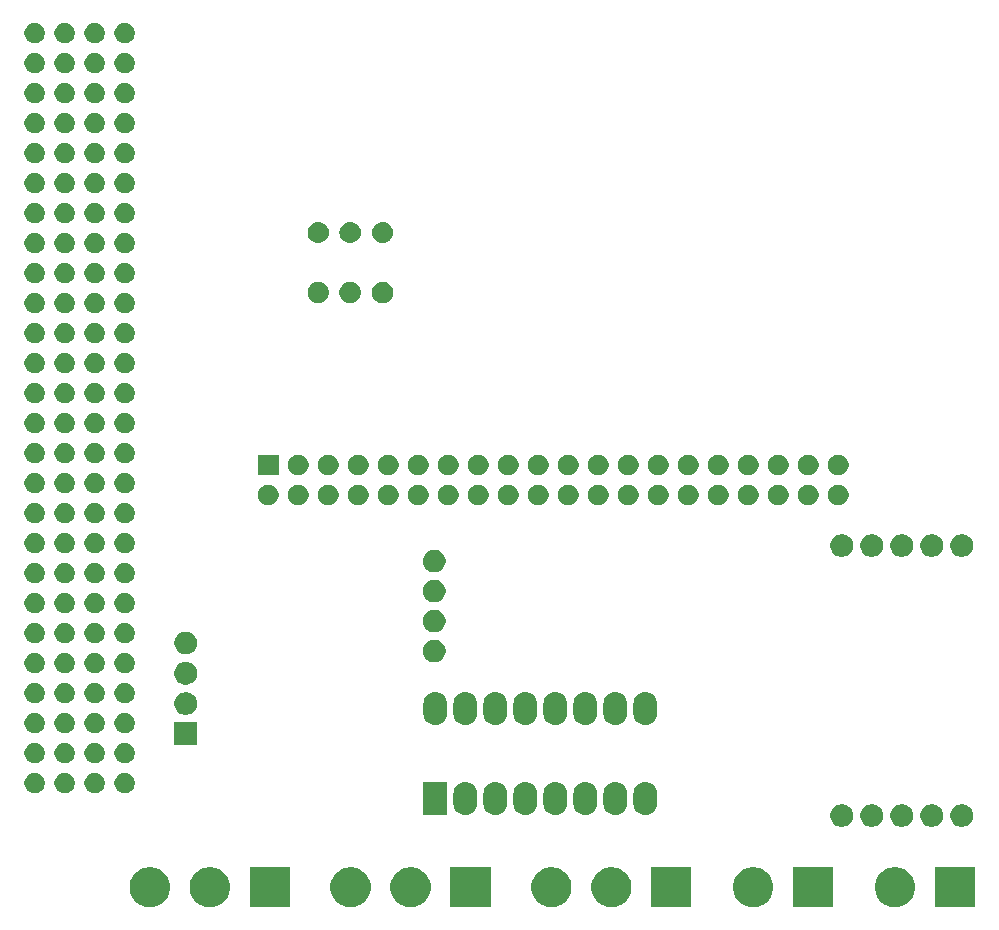
<source format=gts>
G04 #@! TF.GenerationSoftware,KiCad,Pcbnew,6.0.0-rc1-unknown-eabae68~66~ubuntu18.04.1*
G04 #@! TF.CreationDate,2018-10-31T19:35:59-03:00*
G04 #@! TF.ProjectId,Balloon_bus,42616C6C6F6F6E5F6275732E6B696361,rev?*
G04 #@! TF.SameCoordinates,Original*
G04 #@! TF.FileFunction,Soldermask,Top*
G04 #@! TF.FilePolarity,Negative*
%FSLAX46Y46*%
G04 Gerber Fmt 4.6, Leading zero omitted, Abs format (unit mm)*
G04 Created by KiCad (PCBNEW 6.0.0-rc1-unknown-eabae68~66~ubuntu18.04.1) date mié 31 oct 2018 19:35:59 -03*
%MOMM*%
%LPD*%
G01*
G04 APERTURE LIST*
%ADD10C,0.100000*%
G04 APERTURE END LIST*
D10*
G36*
X132726393Y-143843553D02*
X132835872Y-143865330D01*
X133145252Y-143993479D01*
X133423687Y-144179523D01*
X133660477Y-144416313D01*
X133846521Y-144694748D01*
X133974670Y-145004128D01*
X134040000Y-145332565D01*
X134040000Y-145667435D01*
X133974670Y-145995872D01*
X133846521Y-146305252D01*
X133660477Y-146583687D01*
X133423687Y-146820477D01*
X133145252Y-147006521D01*
X132835872Y-147134670D01*
X132726393Y-147156447D01*
X132507437Y-147200000D01*
X132172563Y-147200000D01*
X131953607Y-147156447D01*
X131844128Y-147134670D01*
X131534748Y-147006521D01*
X131256313Y-146820477D01*
X131019523Y-146583687D01*
X130833479Y-146305252D01*
X130705330Y-145995872D01*
X130640000Y-145667435D01*
X130640000Y-145332565D01*
X130705330Y-145004128D01*
X130833479Y-144694748D01*
X131019523Y-144416313D01*
X131256313Y-144179523D01*
X131534748Y-143993479D01*
X131844128Y-143865330D01*
X131953607Y-143843553D01*
X132172563Y-143800000D01*
X132507437Y-143800000D01*
X132726393Y-143843553D01*
X132726393Y-143843553D01*
G37*
G36*
X178806393Y-143843553D02*
X178915872Y-143865330D01*
X179225252Y-143993479D01*
X179503687Y-144179523D01*
X179740477Y-144416313D01*
X179926521Y-144694748D01*
X180054670Y-145004128D01*
X180120000Y-145332565D01*
X180120000Y-145667435D01*
X180054670Y-145995872D01*
X179926521Y-146305252D01*
X179740477Y-146583687D01*
X179503687Y-146820477D01*
X179225252Y-147006521D01*
X178915872Y-147134670D01*
X178806393Y-147156447D01*
X178587437Y-147200000D01*
X178252563Y-147200000D01*
X178033607Y-147156447D01*
X177924128Y-147134670D01*
X177614748Y-147006521D01*
X177336313Y-146820477D01*
X177099523Y-146583687D01*
X176913479Y-146305252D01*
X176785330Y-145995872D01*
X176720000Y-145667435D01*
X176720000Y-145332565D01*
X176785330Y-145004128D01*
X176913479Y-144694748D01*
X177099523Y-144416313D01*
X177336313Y-144179523D01*
X177614748Y-143993479D01*
X177924128Y-143865330D01*
X178033607Y-143843553D01*
X178252563Y-143800000D01*
X178587437Y-143800000D01*
X178806393Y-143843553D01*
X178806393Y-143843553D01*
G37*
G36*
X185200000Y-147200000D02*
X181800000Y-147200000D01*
X181800000Y-143800000D01*
X185200000Y-143800000D01*
X185200000Y-147200000D01*
X185200000Y-147200000D01*
G37*
G36*
X127200000Y-147200000D02*
X123800000Y-147200000D01*
X123800000Y-143800000D01*
X127200000Y-143800000D01*
X127200000Y-147200000D01*
X127200000Y-147200000D01*
G37*
G36*
X120806393Y-143843553D02*
X120915872Y-143865330D01*
X121225252Y-143993479D01*
X121503687Y-144179523D01*
X121740477Y-144416313D01*
X121926521Y-144694748D01*
X122054670Y-145004128D01*
X122120000Y-145332565D01*
X122120000Y-145667435D01*
X122054670Y-145995872D01*
X121926521Y-146305252D01*
X121740477Y-146583687D01*
X121503687Y-146820477D01*
X121225252Y-147006521D01*
X120915872Y-147134670D01*
X120806393Y-147156447D01*
X120587437Y-147200000D01*
X120252563Y-147200000D01*
X120033607Y-147156447D01*
X119924128Y-147134670D01*
X119614748Y-147006521D01*
X119336313Y-146820477D01*
X119099523Y-146583687D01*
X118913479Y-146305252D01*
X118785330Y-145995872D01*
X118720000Y-145667435D01*
X118720000Y-145332565D01*
X118785330Y-145004128D01*
X118913479Y-144694748D01*
X119099523Y-144416313D01*
X119336313Y-144179523D01*
X119614748Y-143993479D01*
X119924128Y-143865330D01*
X120033607Y-143843553D01*
X120252563Y-143800000D01*
X120587437Y-143800000D01*
X120806393Y-143843553D01*
X120806393Y-143843553D01*
G37*
G36*
X115726393Y-143843553D02*
X115835872Y-143865330D01*
X116145252Y-143993479D01*
X116423687Y-144179523D01*
X116660477Y-144416313D01*
X116846521Y-144694748D01*
X116974670Y-145004128D01*
X117040000Y-145332565D01*
X117040000Y-145667435D01*
X116974670Y-145995872D01*
X116846521Y-146305252D01*
X116660477Y-146583687D01*
X116423687Y-146820477D01*
X116145252Y-147006521D01*
X115835872Y-147134670D01*
X115726393Y-147156447D01*
X115507437Y-147200000D01*
X115172563Y-147200000D01*
X114953607Y-147156447D01*
X114844128Y-147134670D01*
X114534748Y-147006521D01*
X114256313Y-146820477D01*
X114019523Y-146583687D01*
X113833479Y-146305252D01*
X113705330Y-145995872D01*
X113640000Y-145667435D01*
X113640000Y-145332565D01*
X113705330Y-145004128D01*
X113833479Y-144694748D01*
X114019523Y-144416313D01*
X114256313Y-144179523D01*
X114534748Y-143993479D01*
X114844128Y-143865330D01*
X114953607Y-143843553D01*
X115172563Y-143800000D01*
X115507437Y-143800000D01*
X115726393Y-143843553D01*
X115726393Y-143843553D01*
G37*
G36*
X173200000Y-147200000D02*
X169800000Y-147200000D01*
X169800000Y-143800000D01*
X173200000Y-143800000D01*
X173200000Y-147200000D01*
X173200000Y-147200000D01*
G37*
G36*
X149726393Y-143843553D02*
X149835872Y-143865330D01*
X150145252Y-143993479D01*
X150423687Y-144179523D01*
X150660477Y-144416313D01*
X150846521Y-144694748D01*
X150974670Y-145004128D01*
X151040000Y-145332565D01*
X151040000Y-145667435D01*
X150974670Y-145995872D01*
X150846521Y-146305252D01*
X150660477Y-146583687D01*
X150423687Y-146820477D01*
X150145252Y-147006521D01*
X149835872Y-147134670D01*
X149726393Y-147156447D01*
X149507437Y-147200000D01*
X149172563Y-147200000D01*
X148953607Y-147156447D01*
X148844128Y-147134670D01*
X148534748Y-147006521D01*
X148256313Y-146820477D01*
X148019523Y-146583687D01*
X147833479Y-146305252D01*
X147705330Y-145995872D01*
X147640000Y-145667435D01*
X147640000Y-145332565D01*
X147705330Y-145004128D01*
X147833479Y-144694748D01*
X148019523Y-144416313D01*
X148256313Y-144179523D01*
X148534748Y-143993479D01*
X148844128Y-143865330D01*
X148953607Y-143843553D01*
X149172563Y-143800000D01*
X149507437Y-143800000D01*
X149726393Y-143843553D01*
X149726393Y-143843553D01*
G37*
G36*
X154806393Y-143843553D02*
X154915872Y-143865330D01*
X155225252Y-143993479D01*
X155503687Y-144179523D01*
X155740477Y-144416313D01*
X155926521Y-144694748D01*
X156054670Y-145004128D01*
X156120000Y-145332565D01*
X156120000Y-145667435D01*
X156054670Y-145995872D01*
X155926521Y-146305252D01*
X155740477Y-146583687D01*
X155503687Y-146820477D01*
X155225252Y-147006521D01*
X154915872Y-147134670D01*
X154806393Y-147156447D01*
X154587437Y-147200000D01*
X154252563Y-147200000D01*
X154033607Y-147156447D01*
X153924128Y-147134670D01*
X153614748Y-147006521D01*
X153336313Y-146820477D01*
X153099523Y-146583687D01*
X152913479Y-146305252D01*
X152785330Y-145995872D01*
X152720000Y-145667435D01*
X152720000Y-145332565D01*
X152785330Y-145004128D01*
X152913479Y-144694748D01*
X153099523Y-144416313D01*
X153336313Y-144179523D01*
X153614748Y-143993479D01*
X153924128Y-143865330D01*
X154033607Y-143843553D01*
X154252563Y-143800000D01*
X154587437Y-143800000D01*
X154806393Y-143843553D01*
X154806393Y-143843553D01*
G37*
G36*
X161200000Y-147200000D02*
X157800000Y-147200000D01*
X157800000Y-143800000D01*
X161200000Y-143800000D01*
X161200000Y-147200000D01*
X161200000Y-147200000D01*
G37*
G36*
X144200000Y-147200000D02*
X140800000Y-147200000D01*
X140800000Y-143800000D01*
X144200000Y-143800000D01*
X144200000Y-147200000D01*
X144200000Y-147200000D01*
G37*
G36*
X137806393Y-143843553D02*
X137915872Y-143865330D01*
X138225252Y-143993479D01*
X138503687Y-144179523D01*
X138740477Y-144416313D01*
X138926521Y-144694748D01*
X139054670Y-145004128D01*
X139120000Y-145332565D01*
X139120000Y-145667435D01*
X139054670Y-145995872D01*
X138926521Y-146305252D01*
X138740477Y-146583687D01*
X138503687Y-146820477D01*
X138225252Y-147006521D01*
X137915872Y-147134670D01*
X137806393Y-147156447D01*
X137587437Y-147200000D01*
X137252563Y-147200000D01*
X137033607Y-147156447D01*
X136924128Y-147134670D01*
X136614748Y-147006521D01*
X136336313Y-146820477D01*
X136099523Y-146583687D01*
X135913479Y-146305252D01*
X135785330Y-145995872D01*
X135720000Y-145667435D01*
X135720000Y-145332565D01*
X135785330Y-145004128D01*
X135913479Y-144694748D01*
X136099523Y-144416313D01*
X136336313Y-144179523D01*
X136614748Y-143993479D01*
X136924128Y-143865330D01*
X137033607Y-143843553D01*
X137252563Y-143800000D01*
X137587437Y-143800000D01*
X137806393Y-143843553D01*
X137806393Y-143843553D01*
G37*
G36*
X166806393Y-143843553D02*
X166915872Y-143865330D01*
X167225252Y-143993479D01*
X167503687Y-144179523D01*
X167740477Y-144416313D01*
X167926521Y-144694748D01*
X168054670Y-145004128D01*
X168120000Y-145332565D01*
X168120000Y-145667435D01*
X168054670Y-145995872D01*
X167926521Y-146305252D01*
X167740477Y-146583687D01*
X167503687Y-146820477D01*
X167225252Y-147006521D01*
X166915872Y-147134670D01*
X166806393Y-147156447D01*
X166587437Y-147200000D01*
X166252563Y-147200000D01*
X166033607Y-147156447D01*
X165924128Y-147134670D01*
X165614748Y-147006521D01*
X165336313Y-146820477D01*
X165099523Y-146583687D01*
X164913479Y-146305252D01*
X164785330Y-145995872D01*
X164720000Y-145667435D01*
X164720000Y-145332565D01*
X164785330Y-145004128D01*
X164913479Y-144694748D01*
X165099523Y-144416313D01*
X165336313Y-144179523D01*
X165614748Y-143993479D01*
X165924128Y-143865330D01*
X166033607Y-143843553D01*
X166252563Y-143800000D01*
X166587437Y-143800000D01*
X166806393Y-143843553D01*
X166806393Y-143843553D01*
G37*
G36*
X181820603Y-138504968D02*
X181820606Y-138504969D01*
X181820605Y-138504969D01*
X181995678Y-138577486D01*
X182023438Y-138596035D01*
X182153241Y-138682767D01*
X182287233Y-138816759D01*
X182287234Y-138816761D01*
X182392514Y-138974322D01*
X182448603Y-139109734D01*
X182465032Y-139149397D01*
X182502000Y-139335250D01*
X182502000Y-139524750D01*
X182465032Y-139710603D01*
X182465031Y-139710605D01*
X182392514Y-139885678D01*
X182392513Y-139885679D01*
X182287233Y-140043241D01*
X182153241Y-140177233D01*
X182073923Y-140230232D01*
X181995678Y-140282514D01*
X181860266Y-140338603D01*
X181820603Y-140355032D01*
X181634750Y-140392000D01*
X181445250Y-140392000D01*
X181259397Y-140355032D01*
X181219734Y-140338603D01*
X181084322Y-140282514D01*
X181006077Y-140230232D01*
X180926759Y-140177233D01*
X180792767Y-140043241D01*
X180687487Y-139885679D01*
X180687486Y-139885678D01*
X180614969Y-139710605D01*
X180614968Y-139710603D01*
X180578000Y-139524750D01*
X180578000Y-139335250D01*
X180614968Y-139149397D01*
X180631397Y-139109734D01*
X180687486Y-138974322D01*
X180792766Y-138816761D01*
X180792767Y-138816759D01*
X180926759Y-138682767D01*
X181056562Y-138596035D01*
X181084322Y-138577486D01*
X181259395Y-138504969D01*
X181259394Y-138504969D01*
X181259397Y-138504968D01*
X181445250Y-138468000D01*
X181634750Y-138468000D01*
X181820603Y-138504968D01*
X181820603Y-138504968D01*
G37*
G36*
X184360603Y-138504968D02*
X184360606Y-138504969D01*
X184360605Y-138504969D01*
X184535678Y-138577486D01*
X184563438Y-138596035D01*
X184693241Y-138682767D01*
X184827233Y-138816759D01*
X184827234Y-138816761D01*
X184932514Y-138974322D01*
X184988603Y-139109734D01*
X185005032Y-139149397D01*
X185042000Y-139335250D01*
X185042000Y-139524750D01*
X185005032Y-139710603D01*
X185005031Y-139710605D01*
X184932514Y-139885678D01*
X184932513Y-139885679D01*
X184827233Y-140043241D01*
X184693241Y-140177233D01*
X184613923Y-140230232D01*
X184535678Y-140282514D01*
X184400266Y-140338603D01*
X184360603Y-140355032D01*
X184174750Y-140392000D01*
X183985250Y-140392000D01*
X183799397Y-140355032D01*
X183759734Y-140338603D01*
X183624322Y-140282514D01*
X183546077Y-140230232D01*
X183466759Y-140177233D01*
X183332767Y-140043241D01*
X183227487Y-139885679D01*
X183227486Y-139885678D01*
X183154969Y-139710605D01*
X183154968Y-139710603D01*
X183118000Y-139524750D01*
X183118000Y-139335250D01*
X183154968Y-139149397D01*
X183171397Y-139109734D01*
X183227486Y-138974322D01*
X183332766Y-138816761D01*
X183332767Y-138816759D01*
X183466759Y-138682767D01*
X183596562Y-138596035D01*
X183624322Y-138577486D01*
X183799395Y-138504969D01*
X183799394Y-138504969D01*
X183799397Y-138504968D01*
X183985250Y-138468000D01*
X184174750Y-138468000D01*
X184360603Y-138504968D01*
X184360603Y-138504968D01*
G37*
G36*
X179280603Y-138504968D02*
X179280606Y-138504969D01*
X179280605Y-138504969D01*
X179455678Y-138577486D01*
X179483438Y-138596035D01*
X179613241Y-138682767D01*
X179747233Y-138816759D01*
X179747234Y-138816761D01*
X179852514Y-138974322D01*
X179908603Y-139109734D01*
X179925032Y-139149397D01*
X179962000Y-139335250D01*
X179962000Y-139524750D01*
X179925032Y-139710603D01*
X179925031Y-139710605D01*
X179852514Y-139885678D01*
X179852513Y-139885679D01*
X179747233Y-140043241D01*
X179613241Y-140177233D01*
X179533923Y-140230232D01*
X179455678Y-140282514D01*
X179320266Y-140338603D01*
X179280603Y-140355032D01*
X179094750Y-140392000D01*
X178905250Y-140392000D01*
X178719397Y-140355032D01*
X178679734Y-140338603D01*
X178544322Y-140282514D01*
X178466077Y-140230232D01*
X178386759Y-140177233D01*
X178252767Y-140043241D01*
X178147487Y-139885679D01*
X178147486Y-139885678D01*
X178074969Y-139710605D01*
X178074968Y-139710603D01*
X178038000Y-139524750D01*
X178038000Y-139335250D01*
X178074968Y-139149397D01*
X178091397Y-139109734D01*
X178147486Y-138974322D01*
X178252766Y-138816761D01*
X178252767Y-138816759D01*
X178386759Y-138682767D01*
X178516562Y-138596035D01*
X178544322Y-138577486D01*
X178719395Y-138504969D01*
X178719394Y-138504969D01*
X178719397Y-138504968D01*
X178905250Y-138468000D01*
X179094750Y-138468000D01*
X179280603Y-138504968D01*
X179280603Y-138504968D01*
G37*
G36*
X174200603Y-138504968D02*
X174200606Y-138504969D01*
X174200605Y-138504969D01*
X174375678Y-138577486D01*
X174403438Y-138596035D01*
X174533241Y-138682767D01*
X174667233Y-138816759D01*
X174667234Y-138816761D01*
X174772514Y-138974322D01*
X174828603Y-139109734D01*
X174845032Y-139149397D01*
X174882000Y-139335250D01*
X174882000Y-139524750D01*
X174845032Y-139710603D01*
X174845031Y-139710605D01*
X174772514Y-139885678D01*
X174772513Y-139885679D01*
X174667233Y-140043241D01*
X174533241Y-140177233D01*
X174453923Y-140230232D01*
X174375678Y-140282514D01*
X174240266Y-140338603D01*
X174200603Y-140355032D01*
X174014750Y-140392000D01*
X173825250Y-140392000D01*
X173639397Y-140355032D01*
X173599734Y-140338603D01*
X173464322Y-140282514D01*
X173386077Y-140230232D01*
X173306759Y-140177233D01*
X173172767Y-140043241D01*
X173067487Y-139885679D01*
X173067486Y-139885678D01*
X172994969Y-139710605D01*
X172994968Y-139710603D01*
X172958000Y-139524750D01*
X172958000Y-139335250D01*
X172994968Y-139149397D01*
X173011397Y-139109734D01*
X173067486Y-138974322D01*
X173172766Y-138816761D01*
X173172767Y-138816759D01*
X173306759Y-138682767D01*
X173436562Y-138596035D01*
X173464322Y-138577486D01*
X173639395Y-138504969D01*
X173639394Y-138504969D01*
X173639397Y-138504968D01*
X173825250Y-138468000D01*
X174014750Y-138468000D01*
X174200603Y-138504968D01*
X174200603Y-138504968D01*
G37*
G36*
X176740603Y-138504968D02*
X176740606Y-138504969D01*
X176740605Y-138504969D01*
X176915678Y-138577486D01*
X176943438Y-138596035D01*
X177073241Y-138682767D01*
X177207233Y-138816759D01*
X177207234Y-138816761D01*
X177312514Y-138974322D01*
X177368603Y-139109734D01*
X177385032Y-139149397D01*
X177422000Y-139335250D01*
X177422000Y-139524750D01*
X177385032Y-139710603D01*
X177385031Y-139710605D01*
X177312514Y-139885678D01*
X177312513Y-139885679D01*
X177207233Y-140043241D01*
X177073241Y-140177233D01*
X176993923Y-140230232D01*
X176915678Y-140282514D01*
X176780266Y-140338603D01*
X176740603Y-140355032D01*
X176554750Y-140392000D01*
X176365250Y-140392000D01*
X176179397Y-140355032D01*
X176139734Y-140338603D01*
X176004322Y-140282514D01*
X175926077Y-140230232D01*
X175846759Y-140177233D01*
X175712767Y-140043241D01*
X175607487Y-139885679D01*
X175607486Y-139885678D01*
X175534969Y-139710605D01*
X175534968Y-139710603D01*
X175498000Y-139524750D01*
X175498000Y-139335250D01*
X175534968Y-139149397D01*
X175551397Y-139109734D01*
X175607486Y-138974322D01*
X175712766Y-138816761D01*
X175712767Y-138816759D01*
X175846759Y-138682767D01*
X175976562Y-138596035D01*
X176004322Y-138577486D01*
X176179395Y-138504969D01*
X176179394Y-138504969D01*
X176179397Y-138504968D01*
X176365250Y-138468000D01*
X176554750Y-138468000D01*
X176740603Y-138504968D01*
X176740603Y-138504968D01*
G37*
G36*
X142236029Y-136614469D02*
X142236032Y-136614470D01*
X142236033Y-136614470D01*
X142424534Y-136671651D01*
X142424536Y-136671652D01*
X142424539Y-136671653D01*
X142598258Y-136764507D01*
X142750528Y-136889472D01*
X142875491Y-137041740D01*
X142875492Y-137041742D01*
X142968349Y-137215465D01*
X143014802Y-137368601D01*
X143025531Y-137403970D01*
X143040000Y-137550876D01*
X143040000Y-138449123D01*
X143025531Y-138596031D01*
X142968349Y-138784536D01*
X142875491Y-138958260D01*
X142750528Y-139110528D01*
X142598260Y-139235491D01*
X142598258Y-139235492D01*
X142424535Y-139328349D01*
X142236034Y-139385530D01*
X142236033Y-139385530D01*
X142236030Y-139385531D01*
X142040000Y-139404838D01*
X141843971Y-139385531D01*
X141843968Y-139385530D01*
X141843967Y-139385530D01*
X141655466Y-139328349D01*
X141481743Y-139235492D01*
X141481741Y-139235491D01*
X141329473Y-139110528D01*
X141204510Y-138958260D01*
X141111651Y-138784533D01*
X141054469Y-138596035D01*
X141040000Y-138449124D01*
X141040000Y-137550877D01*
X141054469Y-137403971D01*
X141054470Y-137403967D01*
X141111651Y-137215466D01*
X141111652Y-137215464D01*
X141111653Y-137215461D01*
X141204507Y-137041742D01*
X141329472Y-136889472D01*
X141481740Y-136764509D01*
X141655463Y-136671652D01*
X141655465Y-136671651D01*
X141843966Y-136614470D01*
X141843967Y-136614470D01*
X141843970Y-136614469D01*
X142040000Y-136595162D01*
X142236029Y-136614469D01*
X142236029Y-136614469D01*
G37*
G36*
X144776029Y-136614469D02*
X144776032Y-136614470D01*
X144776033Y-136614470D01*
X144964534Y-136671651D01*
X144964536Y-136671652D01*
X144964539Y-136671653D01*
X145138258Y-136764507D01*
X145290528Y-136889472D01*
X145415491Y-137041740D01*
X145415492Y-137041742D01*
X145508349Y-137215465D01*
X145554802Y-137368601D01*
X145565531Y-137403970D01*
X145580000Y-137550876D01*
X145580000Y-138449123D01*
X145565531Y-138596031D01*
X145508349Y-138784536D01*
X145415491Y-138958260D01*
X145290528Y-139110528D01*
X145138260Y-139235491D01*
X145138258Y-139235492D01*
X144964535Y-139328349D01*
X144776034Y-139385530D01*
X144776033Y-139385530D01*
X144776030Y-139385531D01*
X144580000Y-139404838D01*
X144383971Y-139385531D01*
X144383968Y-139385530D01*
X144383967Y-139385530D01*
X144195466Y-139328349D01*
X144021743Y-139235492D01*
X144021741Y-139235491D01*
X143869473Y-139110528D01*
X143744510Y-138958260D01*
X143651651Y-138784533D01*
X143594469Y-138596035D01*
X143580000Y-138449124D01*
X143580000Y-137550877D01*
X143594469Y-137403971D01*
X143594470Y-137403967D01*
X143651651Y-137215466D01*
X143651652Y-137215464D01*
X143651653Y-137215461D01*
X143744507Y-137041742D01*
X143869472Y-136889472D01*
X144021740Y-136764509D01*
X144195463Y-136671652D01*
X144195465Y-136671651D01*
X144383966Y-136614470D01*
X144383967Y-136614470D01*
X144383970Y-136614469D01*
X144580000Y-136595162D01*
X144776029Y-136614469D01*
X144776029Y-136614469D01*
G37*
G36*
X147316029Y-136614469D02*
X147316032Y-136614470D01*
X147316033Y-136614470D01*
X147504534Y-136671651D01*
X147504536Y-136671652D01*
X147504539Y-136671653D01*
X147678258Y-136764507D01*
X147830528Y-136889472D01*
X147955491Y-137041740D01*
X147955492Y-137041742D01*
X148048349Y-137215465D01*
X148094802Y-137368601D01*
X148105531Y-137403970D01*
X148120000Y-137550876D01*
X148120000Y-138449123D01*
X148105531Y-138596031D01*
X148048349Y-138784536D01*
X147955491Y-138958260D01*
X147830528Y-139110528D01*
X147678260Y-139235491D01*
X147678258Y-139235492D01*
X147504535Y-139328349D01*
X147316034Y-139385530D01*
X147316033Y-139385530D01*
X147316030Y-139385531D01*
X147120000Y-139404838D01*
X146923971Y-139385531D01*
X146923968Y-139385530D01*
X146923967Y-139385530D01*
X146735466Y-139328349D01*
X146561743Y-139235492D01*
X146561741Y-139235491D01*
X146409473Y-139110528D01*
X146284510Y-138958260D01*
X146191651Y-138784533D01*
X146134469Y-138596035D01*
X146120000Y-138449124D01*
X146120000Y-137550877D01*
X146134469Y-137403971D01*
X146134470Y-137403967D01*
X146191651Y-137215466D01*
X146191652Y-137215464D01*
X146191653Y-137215461D01*
X146284507Y-137041742D01*
X146409472Y-136889472D01*
X146561740Y-136764509D01*
X146735463Y-136671652D01*
X146735465Y-136671651D01*
X146923966Y-136614470D01*
X146923967Y-136614470D01*
X146923970Y-136614469D01*
X147120000Y-136595162D01*
X147316029Y-136614469D01*
X147316029Y-136614469D01*
G37*
G36*
X149856029Y-136614469D02*
X149856032Y-136614470D01*
X149856033Y-136614470D01*
X150044534Y-136671651D01*
X150044536Y-136671652D01*
X150044539Y-136671653D01*
X150218258Y-136764507D01*
X150370528Y-136889472D01*
X150495491Y-137041740D01*
X150495492Y-137041742D01*
X150588349Y-137215465D01*
X150634802Y-137368601D01*
X150645531Y-137403970D01*
X150660000Y-137550876D01*
X150660000Y-138449123D01*
X150645531Y-138596031D01*
X150588349Y-138784536D01*
X150495491Y-138958260D01*
X150370528Y-139110528D01*
X150218260Y-139235491D01*
X150218258Y-139235492D01*
X150044535Y-139328349D01*
X149856034Y-139385530D01*
X149856033Y-139385530D01*
X149856030Y-139385531D01*
X149660000Y-139404838D01*
X149463971Y-139385531D01*
X149463968Y-139385530D01*
X149463967Y-139385530D01*
X149275466Y-139328349D01*
X149101743Y-139235492D01*
X149101741Y-139235491D01*
X148949473Y-139110528D01*
X148824510Y-138958260D01*
X148731651Y-138784533D01*
X148674469Y-138596035D01*
X148660000Y-138449124D01*
X148660000Y-137550877D01*
X148674469Y-137403971D01*
X148674470Y-137403967D01*
X148731651Y-137215466D01*
X148731652Y-137215464D01*
X148731653Y-137215461D01*
X148824507Y-137041742D01*
X148949472Y-136889472D01*
X149101740Y-136764509D01*
X149275463Y-136671652D01*
X149275465Y-136671651D01*
X149463966Y-136614470D01*
X149463967Y-136614470D01*
X149463970Y-136614469D01*
X149660000Y-136595162D01*
X149856029Y-136614469D01*
X149856029Y-136614469D01*
G37*
G36*
X152396029Y-136614469D02*
X152396032Y-136614470D01*
X152396033Y-136614470D01*
X152584534Y-136671651D01*
X152584536Y-136671652D01*
X152584539Y-136671653D01*
X152758258Y-136764507D01*
X152910528Y-136889472D01*
X153035491Y-137041740D01*
X153035492Y-137041742D01*
X153128349Y-137215465D01*
X153174802Y-137368601D01*
X153185531Y-137403970D01*
X153200000Y-137550876D01*
X153200000Y-138449123D01*
X153185531Y-138596031D01*
X153128349Y-138784536D01*
X153035491Y-138958260D01*
X152910528Y-139110528D01*
X152758260Y-139235491D01*
X152758258Y-139235492D01*
X152584535Y-139328349D01*
X152396034Y-139385530D01*
X152396033Y-139385530D01*
X152396030Y-139385531D01*
X152200000Y-139404838D01*
X152003971Y-139385531D01*
X152003968Y-139385530D01*
X152003967Y-139385530D01*
X151815466Y-139328349D01*
X151641743Y-139235492D01*
X151641741Y-139235491D01*
X151489473Y-139110528D01*
X151364510Y-138958260D01*
X151271651Y-138784533D01*
X151214469Y-138596035D01*
X151200000Y-138449124D01*
X151200000Y-137550877D01*
X151214469Y-137403971D01*
X151214470Y-137403967D01*
X151271651Y-137215466D01*
X151271652Y-137215464D01*
X151271653Y-137215461D01*
X151364507Y-137041742D01*
X151489472Y-136889472D01*
X151641740Y-136764509D01*
X151815463Y-136671652D01*
X151815465Y-136671651D01*
X152003966Y-136614470D01*
X152003967Y-136614470D01*
X152003970Y-136614469D01*
X152200000Y-136595162D01*
X152396029Y-136614469D01*
X152396029Y-136614469D01*
G37*
G36*
X157476029Y-136614469D02*
X157476032Y-136614470D01*
X157476033Y-136614470D01*
X157664534Y-136671651D01*
X157664536Y-136671652D01*
X157664539Y-136671653D01*
X157838258Y-136764507D01*
X157990528Y-136889472D01*
X158115491Y-137041740D01*
X158115492Y-137041742D01*
X158208349Y-137215465D01*
X158254802Y-137368601D01*
X158265531Y-137403970D01*
X158280000Y-137550876D01*
X158280000Y-138449123D01*
X158265531Y-138596031D01*
X158208349Y-138784536D01*
X158115491Y-138958260D01*
X157990528Y-139110528D01*
X157838260Y-139235491D01*
X157838258Y-139235492D01*
X157664535Y-139328349D01*
X157476034Y-139385530D01*
X157476033Y-139385530D01*
X157476030Y-139385531D01*
X157280000Y-139404838D01*
X157083971Y-139385531D01*
X157083968Y-139385530D01*
X157083967Y-139385530D01*
X156895466Y-139328349D01*
X156721743Y-139235492D01*
X156721741Y-139235491D01*
X156569473Y-139110528D01*
X156444510Y-138958260D01*
X156351651Y-138784533D01*
X156294469Y-138596035D01*
X156280000Y-138449124D01*
X156280000Y-137550877D01*
X156294469Y-137403971D01*
X156294470Y-137403967D01*
X156351651Y-137215466D01*
X156351652Y-137215464D01*
X156351653Y-137215461D01*
X156444507Y-137041742D01*
X156569472Y-136889472D01*
X156721740Y-136764509D01*
X156895463Y-136671652D01*
X156895465Y-136671651D01*
X157083966Y-136614470D01*
X157083967Y-136614470D01*
X157083970Y-136614469D01*
X157280000Y-136595162D01*
X157476029Y-136614469D01*
X157476029Y-136614469D01*
G37*
G36*
X154936029Y-136614469D02*
X154936032Y-136614470D01*
X154936033Y-136614470D01*
X155124534Y-136671651D01*
X155124536Y-136671652D01*
X155124539Y-136671653D01*
X155298258Y-136764507D01*
X155450528Y-136889472D01*
X155575491Y-137041740D01*
X155575492Y-137041742D01*
X155668349Y-137215465D01*
X155714802Y-137368601D01*
X155725531Y-137403970D01*
X155740000Y-137550876D01*
X155740000Y-138449123D01*
X155725531Y-138596031D01*
X155668349Y-138784536D01*
X155575491Y-138958260D01*
X155450528Y-139110528D01*
X155298260Y-139235491D01*
X155298258Y-139235492D01*
X155124535Y-139328349D01*
X154936034Y-139385530D01*
X154936033Y-139385530D01*
X154936030Y-139385531D01*
X154740000Y-139404838D01*
X154543971Y-139385531D01*
X154543968Y-139385530D01*
X154543967Y-139385530D01*
X154355466Y-139328349D01*
X154181743Y-139235492D01*
X154181741Y-139235491D01*
X154029473Y-139110528D01*
X153904510Y-138958260D01*
X153811651Y-138784533D01*
X153754469Y-138596035D01*
X153740000Y-138449124D01*
X153740000Y-137550877D01*
X153754469Y-137403971D01*
X153754470Y-137403967D01*
X153811651Y-137215466D01*
X153811652Y-137215464D01*
X153811653Y-137215461D01*
X153904507Y-137041742D01*
X154029472Y-136889472D01*
X154181740Y-136764509D01*
X154355463Y-136671652D01*
X154355465Y-136671651D01*
X154543966Y-136614470D01*
X154543967Y-136614470D01*
X154543970Y-136614469D01*
X154740000Y-136595162D01*
X154936029Y-136614469D01*
X154936029Y-136614469D01*
G37*
G36*
X140500000Y-139400000D02*
X138500000Y-139400000D01*
X138500000Y-136600000D01*
X140500000Y-136600000D01*
X140500000Y-139400000D01*
X140500000Y-139400000D01*
G37*
G36*
X105838403Y-135867387D02*
X105995568Y-135932487D01*
X106137013Y-136026998D01*
X106257302Y-136147287D01*
X106351813Y-136288732D01*
X106416913Y-136445897D01*
X106450100Y-136612743D01*
X106450100Y-136782857D01*
X106416913Y-136949703D01*
X106351813Y-137106868D01*
X106257302Y-137248313D01*
X106137013Y-137368602D01*
X105995568Y-137463113D01*
X105838403Y-137528213D01*
X105671557Y-137561400D01*
X105501443Y-137561400D01*
X105334597Y-137528213D01*
X105177432Y-137463113D01*
X105035987Y-137368602D01*
X104915698Y-137248313D01*
X104821187Y-137106868D01*
X104756087Y-136949703D01*
X104722900Y-136782857D01*
X104722900Y-136612743D01*
X104756087Y-136445897D01*
X104821187Y-136288732D01*
X104915698Y-136147287D01*
X105035987Y-136026998D01*
X105177432Y-135932487D01*
X105334597Y-135867387D01*
X105501443Y-135834200D01*
X105671557Y-135834200D01*
X105838403Y-135867387D01*
X105838403Y-135867387D01*
G37*
G36*
X110918403Y-135867387D02*
X111075568Y-135932487D01*
X111217013Y-136026998D01*
X111337302Y-136147287D01*
X111431813Y-136288732D01*
X111496913Y-136445897D01*
X111530100Y-136612743D01*
X111530100Y-136782857D01*
X111496913Y-136949703D01*
X111431813Y-137106868D01*
X111337302Y-137248313D01*
X111217013Y-137368602D01*
X111075568Y-137463113D01*
X110918403Y-137528213D01*
X110751557Y-137561400D01*
X110581443Y-137561400D01*
X110414597Y-137528213D01*
X110257432Y-137463113D01*
X110115987Y-137368602D01*
X109995698Y-137248313D01*
X109901187Y-137106868D01*
X109836087Y-136949703D01*
X109802900Y-136782857D01*
X109802900Y-136612743D01*
X109836087Y-136445897D01*
X109901187Y-136288732D01*
X109995698Y-136147287D01*
X110115987Y-136026998D01*
X110257432Y-135932487D01*
X110414597Y-135867387D01*
X110581443Y-135834200D01*
X110751557Y-135834200D01*
X110918403Y-135867387D01*
X110918403Y-135867387D01*
G37*
G36*
X108378403Y-135867387D02*
X108535568Y-135932487D01*
X108677013Y-136026998D01*
X108797302Y-136147287D01*
X108891813Y-136288732D01*
X108956913Y-136445897D01*
X108990100Y-136612743D01*
X108990100Y-136782857D01*
X108956913Y-136949703D01*
X108891813Y-137106868D01*
X108797302Y-137248313D01*
X108677013Y-137368602D01*
X108535568Y-137463113D01*
X108378403Y-137528213D01*
X108211557Y-137561400D01*
X108041443Y-137561400D01*
X107874597Y-137528213D01*
X107717432Y-137463113D01*
X107575987Y-137368602D01*
X107455698Y-137248313D01*
X107361187Y-137106868D01*
X107296087Y-136949703D01*
X107262900Y-136782857D01*
X107262900Y-136612743D01*
X107296087Y-136445897D01*
X107361187Y-136288732D01*
X107455698Y-136147287D01*
X107575987Y-136026998D01*
X107717432Y-135932487D01*
X107874597Y-135867387D01*
X108041443Y-135834200D01*
X108211557Y-135834200D01*
X108378403Y-135867387D01*
X108378403Y-135867387D01*
G37*
G36*
X113458403Y-135867387D02*
X113615568Y-135932487D01*
X113757013Y-136026998D01*
X113877302Y-136147287D01*
X113971813Y-136288732D01*
X114036913Y-136445897D01*
X114070100Y-136612743D01*
X114070100Y-136782857D01*
X114036913Y-136949703D01*
X113971813Y-137106868D01*
X113877302Y-137248313D01*
X113757013Y-137368602D01*
X113615568Y-137463113D01*
X113458403Y-137528213D01*
X113291557Y-137561400D01*
X113121443Y-137561400D01*
X112954597Y-137528213D01*
X112797432Y-137463113D01*
X112655987Y-137368602D01*
X112535698Y-137248313D01*
X112441187Y-137106868D01*
X112376087Y-136949703D01*
X112342900Y-136782857D01*
X112342900Y-136612743D01*
X112376087Y-136445897D01*
X112441187Y-136288732D01*
X112535698Y-136147287D01*
X112655987Y-136026998D01*
X112797432Y-135932487D01*
X112954597Y-135867387D01*
X113121443Y-135834200D01*
X113291557Y-135834200D01*
X113458403Y-135867387D01*
X113458403Y-135867387D01*
G37*
G36*
X113458403Y-133327387D02*
X113615568Y-133392487D01*
X113757013Y-133486998D01*
X113877302Y-133607287D01*
X113971813Y-133748732D01*
X114036913Y-133905897D01*
X114070100Y-134072743D01*
X114070100Y-134242857D01*
X114036913Y-134409703D01*
X113971813Y-134566868D01*
X113877302Y-134708313D01*
X113757013Y-134828602D01*
X113615568Y-134923113D01*
X113458403Y-134988213D01*
X113291557Y-135021400D01*
X113121443Y-135021400D01*
X112954597Y-134988213D01*
X112797432Y-134923113D01*
X112655987Y-134828602D01*
X112535698Y-134708313D01*
X112441187Y-134566868D01*
X112376087Y-134409703D01*
X112342900Y-134242857D01*
X112342900Y-134072743D01*
X112376087Y-133905897D01*
X112441187Y-133748732D01*
X112535698Y-133607287D01*
X112655987Y-133486998D01*
X112797432Y-133392487D01*
X112954597Y-133327387D01*
X113121443Y-133294200D01*
X113291557Y-133294200D01*
X113458403Y-133327387D01*
X113458403Y-133327387D01*
G37*
G36*
X110918403Y-133327387D02*
X111075568Y-133392487D01*
X111217013Y-133486998D01*
X111337302Y-133607287D01*
X111431813Y-133748732D01*
X111496913Y-133905897D01*
X111530100Y-134072743D01*
X111530100Y-134242857D01*
X111496913Y-134409703D01*
X111431813Y-134566868D01*
X111337302Y-134708313D01*
X111217013Y-134828602D01*
X111075568Y-134923113D01*
X110918403Y-134988213D01*
X110751557Y-135021400D01*
X110581443Y-135021400D01*
X110414597Y-134988213D01*
X110257432Y-134923113D01*
X110115987Y-134828602D01*
X109995698Y-134708313D01*
X109901187Y-134566868D01*
X109836087Y-134409703D01*
X109802900Y-134242857D01*
X109802900Y-134072743D01*
X109836087Y-133905897D01*
X109901187Y-133748732D01*
X109995698Y-133607287D01*
X110115987Y-133486998D01*
X110257432Y-133392487D01*
X110414597Y-133327387D01*
X110581443Y-133294200D01*
X110751557Y-133294200D01*
X110918403Y-133327387D01*
X110918403Y-133327387D01*
G37*
G36*
X105838403Y-133327387D02*
X105995568Y-133392487D01*
X106137013Y-133486998D01*
X106257302Y-133607287D01*
X106351813Y-133748732D01*
X106416913Y-133905897D01*
X106450100Y-134072743D01*
X106450100Y-134242857D01*
X106416913Y-134409703D01*
X106351813Y-134566868D01*
X106257302Y-134708313D01*
X106137013Y-134828602D01*
X105995568Y-134923113D01*
X105838403Y-134988213D01*
X105671557Y-135021400D01*
X105501443Y-135021400D01*
X105334597Y-134988213D01*
X105177432Y-134923113D01*
X105035987Y-134828602D01*
X104915698Y-134708313D01*
X104821187Y-134566868D01*
X104756087Y-134409703D01*
X104722900Y-134242857D01*
X104722900Y-134072743D01*
X104756087Y-133905897D01*
X104821187Y-133748732D01*
X104915698Y-133607287D01*
X105035987Y-133486998D01*
X105177432Y-133392487D01*
X105334597Y-133327387D01*
X105501443Y-133294200D01*
X105671557Y-133294200D01*
X105838403Y-133327387D01*
X105838403Y-133327387D01*
G37*
G36*
X108378403Y-133327387D02*
X108535568Y-133392487D01*
X108677013Y-133486998D01*
X108797302Y-133607287D01*
X108891813Y-133748732D01*
X108956913Y-133905897D01*
X108990100Y-134072743D01*
X108990100Y-134242857D01*
X108956913Y-134409703D01*
X108891813Y-134566868D01*
X108797302Y-134708313D01*
X108677013Y-134828602D01*
X108535568Y-134923113D01*
X108378403Y-134988213D01*
X108211557Y-135021400D01*
X108041443Y-135021400D01*
X107874597Y-134988213D01*
X107717432Y-134923113D01*
X107575987Y-134828602D01*
X107455698Y-134708313D01*
X107361187Y-134566868D01*
X107296087Y-134409703D01*
X107262900Y-134242857D01*
X107262900Y-134072743D01*
X107296087Y-133905897D01*
X107361187Y-133748732D01*
X107455698Y-133607287D01*
X107575987Y-133486998D01*
X107717432Y-133392487D01*
X107874597Y-133327387D01*
X108041443Y-133294200D01*
X108211557Y-133294200D01*
X108378403Y-133327387D01*
X108378403Y-133327387D01*
G37*
G36*
X119342000Y-133472000D02*
X117418000Y-133472000D01*
X117418000Y-131548000D01*
X119342000Y-131548000D01*
X119342000Y-133472000D01*
X119342000Y-133472000D01*
G37*
G36*
X113458403Y-130787387D02*
X113615568Y-130852487D01*
X113757013Y-130946998D01*
X113877302Y-131067287D01*
X113971813Y-131208732D01*
X114036913Y-131365897D01*
X114070100Y-131532743D01*
X114070100Y-131702857D01*
X114036913Y-131869703D01*
X113971813Y-132026868D01*
X113877302Y-132168313D01*
X113757013Y-132288602D01*
X113615568Y-132383113D01*
X113458403Y-132448213D01*
X113291557Y-132481400D01*
X113121443Y-132481400D01*
X112954597Y-132448213D01*
X112797432Y-132383113D01*
X112655987Y-132288602D01*
X112535698Y-132168313D01*
X112441187Y-132026868D01*
X112376087Y-131869703D01*
X112342900Y-131702857D01*
X112342900Y-131532743D01*
X112376087Y-131365897D01*
X112441187Y-131208732D01*
X112535698Y-131067287D01*
X112655987Y-130946998D01*
X112797432Y-130852487D01*
X112954597Y-130787387D01*
X113121443Y-130754200D01*
X113291557Y-130754200D01*
X113458403Y-130787387D01*
X113458403Y-130787387D01*
G37*
G36*
X105838403Y-130787387D02*
X105995568Y-130852487D01*
X106137013Y-130946998D01*
X106257302Y-131067287D01*
X106351813Y-131208732D01*
X106416913Y-131365897D01*
X106450100Y-131532743D01*
X106450100Y-131702857D01*
X106416913Y-131869703D01*
X106351813Y-132026868D01*
X106257302Y-132168313D01*
X106137013Y-132288602D01*
X105995568Y-132383113D01*
X105838403Y-132448213D01*
X105671557Y-132481400D01*
X105501443Y-132481400D01*
X105334597Y-132448213D01*
X105177432Y-132383113D01*
X105035987Y-132288602D01*
X104915698Y-132168313D01*
X104821187Y-132026868D01*
X104756087Y-131869703D01*
X104722900Y-131702857D01*
X104722900Y-131532743D01*
X104756087Y-131365897D01*
X104821187Y-131208732D01*
X104915698Y-131067287D01*
X105035987Y-130946998D01*
X105177432Y-130852487D01*
X105334597Y-130787387D01*
X105501443Y-130754200D01*
X105671557Y-130754200D01*
X105838403Y-130787387D01*
X105838403Y-130787387D01*
G37*
G36*
X110918403Y-130787387D02*
X111075568Y-130852487D01*
X111217013Y-130946998D01*
X111337302Y-131067287D01*
X111431813Y-131208732D01*
X111496913Y-131365897D01*
X111530100Y-131532743D01*
X111530100Y-131702857D01*
X111496913Y-131869703D01*
X111431813Y-132026868D01*
X111337302Y-132168313D01*
X111217013Y-132288602D01*
X111075568Y-132383113D01*
X110918403Y-132448213D01*
X110751557Y-132481400D01*
X110581443Y-132481400D01*
X110414597Y-132448213D01*
X110257432Y-132383113D01*
X110115987Y-132288602D01*
X109995698Y-132168313D01*
X109901187Y-132026868D01*
X109836087Y-131869703D01*
X109802900Y-131702857D01*
X109802900Y-131532743D01*
X109836087Y-131365897D01*
X109901187Y-131208732D01*
X109995698Y-131067287D01*
X110115987Y-130946998D01*
X110257432Y-130852487D01*
X110414597Y-130787387D01*
X110581443Y-130754200D01*
X110751557Y-130754200D01*
X110918403Y-130787387D01*
X110918403Y-130787387D01*
G37*
G36*
X108378403Y-130787387D02*
X108535568Y-130852487D01*
X108677013Y-130946998D01*
X108797302Y-131067287D01*
X108891813Y-131208732D01*
X108956913Y-131365897D01*
X108990100Y-131532743D01*
X108990100Y-131702857D01*
X108956913Y-131869703D01*
X108891813Y-132026868D01*
X108797302Y-132168313D01*
X108677013Y-132288602D01*
X108535568Y-132383113D01*
X108378403Y-132448213D01*
X108211557Y-132481400D01*
X108041443Y-132481400D01*
X107874597Y-132448213D01*
X107717432Y-132383113D01*
X107575987Y-132288602D01*
X107455698Y-132168313D01*
X107361187Y-132026868D01*
X107296087Y-131869703D01*
X107262900Y-131702857D01*
X107262900Y-131532743D01*
X107296087Y-131365897D01*
X107361187Y-131208732D01*
X107455698Y-131067287D01*
X107575987Y-130946998D01*
X107717432Y-130852487D01*
X107874597Y-130787387D01*
X108041443Y-130754200D01*
X108211557Y-130754200D01*
X108378403Y-130787387D01*
X108378403Y-130787387D01*
G37*
G36*
X144776029Y-128994469D02*
X144776032Y-128994470D01*
X144776033Y-128994470D01*
X144964534Y-129051651D01*
X144964536Y-129051652D01*
X144964539Y-129051653D01*
X145138258Y-129144507D01*
X145290528Y-129269472D01*
X145415491Y-129421740D01*
X145415492Y-129421742D01*
X145508349Y-129595465D01*
X145530775Y-129669395D01*
X145565531Y-129783970D01*
X145580000Y-129930876D01*
X145580000Y-130829123D01*
X145565531Y-130976031D01*
X145508349Y-131164536D01*
X145415491Y-131338260D01*
X145290528Y-131490528D01*
X145138260Y-131615491D01*
X145138258Y-131615492D01*
X144964535Y-131708349D01*
X144776034Y-131765530D01*
X144776033Y-131765530D01*
X144776030Y-131765531D01*
X144580000Y-131784838D01*
X144383971Y-131765531D01*
X144383968Y-131765530D01*
X144383967Y-131765530D01*
X144195466Y-131708349D01*
X144021743Y-131615492D01*
X144021741Y-131615491D01*
X143869473Y-131490528D01*
X143744510Y-131338260D01*
X143651651Y-131164533D01*
X143594469Y-130976035D01*
X143580000Y-130829124D01*
X143580000Y-129930877D01*
X143594469Y-129783971D01*
X143594470Y-129783967D01*
X143651651Y-129595466D01*
X143651652Y-129595464D01*
X143651653Y-129595461D01*
X143744507Y-129421742D01*
X143869472Y-129269472D01*
X144021740Y-129144509D01*
X144195463Y-129051652D01*
X144195465Y-129051651D01*
X144383966Y-128994470D01*
X144383967Y-128994470D01*
X144383970Y-128994469D01*
X144580000Y-128975162D01*
X144776029Y-128994469D01*
X144776029Y-128994469D01*
G37*
G36*
X147316029Y-128994469D02*
X147316032Y-128994470D01*
X147316033Y-128994470D01*
X147504534Y-129051651D01*
X147504536Y-129051652D01*
X147504539Y-129051653D01*
X147678258Y-129144507D01*
X147830528Y-129269472D01*
X147955491Y-129421740D01*
X147955492Y-129421742D01*
X148048349Y-129595465D01*
X148070775Y-129669395D01*
X148105531Y-129783970D01*
X148120000Y-129930876D01*
X148120000Y-130829123D01*
X148105531Y-130976031D01*
X148048349Y-131164536D01*
X147955491Y-131338260D01*
X147830528Y-131490528D01*
X147678260Y-131615491D01*
X147678258Y-131615492D01*
X147504535Y-131708349D01*
X147316034Y-131765530D01*
X147316033Y-131765530D01*
X147316030Y-131765531D01*
X147120000Y-131784838D01*
X146923971Y-131765531D01*
X146923968Y-131765530D01*
X146923967Y-131765530D01*
X146735466Y-131708349D01*
X146561743Y-131615492D01*
X146561741Y-131615491D01*
X146409473Y-131490528D01*
X146284510Y-131338260D01*
X146191651Y-131164533D01*
X146134469Y-130976035D01*
X146120000Y-130829124D01*
X146120000Y-129930877D01*
X146134469Y-129783971D01*
X146134470Y-129783967D01*
X146191651Y-129595466D01*
X146191652Y-129595464D01*
X146191653Y-129595461D01*
X146284507Y-129421742D01*
X146409472Y-129269472D01*
X146561740Y-129144509D01*
X146735463Y-129051652D01*
X146735465Y-129051651D01*
X146923966Y-128994470D01*
X146923967Y-128994470D01*
X146923970Y-128994469D01*
X147120000Y-128975162D01*
X147316029Y-128994469D01*
X147316029Y-128994469D01*
G37*
G36*
X149856029Y-128994469D02*
X149856032Y-128994470D01*
X149856033Y-128994470D01*
X150044534Y-129051651D01*
X150044536Y-129051652D01*
X150044539Y-129051653D01*
X150218258Y-129144507D01*
X150370528Y-129269472D01*
X150495491Y-129421740D01*
X150495492Y-129421742D01*
X150588349Y-129595465D01*
X150610775Y-129669395D01*
X150645531Y-129783970D01*
X150660000Y-129930876D01*
X150660000Y-130829123D01*
X150645531Y-130976031D01*
X150588349Y-131164536D01*
X150495491Y-131338260D01*
X150370528Y-131490528D01*
X150218260Y-131615491D01*
X150218258Y-131615492D01*
X150044535Y-131708349D01*
X149856034Y-131765530D01*
X149856033Y-131765530D01*
X149856030Y-131765531D01*
X149660000Y-131784838D01*
X149463971Y-131765531D01*
X149463968Y-131765530D01*
X149463967Y-131765530D01*
X149275466Y-131708349D01*
X149101743Y-131615492D01*
X149101741Y-131615491D01*
X148949473Y-131490528D01*
X148824510Y-131338260D01*
X148731651Y-131164533D01*
X148674469Y-130976035D01*
X148660000Y-130829124D01*
X148660000Y-129930877D01*
X148674469Y-129783971D01*
X148674470Y-129783967D01*
X148731651Y-129595466D01*
X148731652Y-129595464D01*
X148731653Y-129595461D01*
X148824507Y-129421742D01*
X148949472Y-129269472D01*
X149101740Y-129144509D01*
X149275463Y-129051652D01*
X149275465Y-129051651D01*
X149463966Y-128994470D01*
X149463967Y-128994470D01*
X149463970Y-128994469D01*
X149660000Y-128975162D01*
X149856029Y-128994469D01*
X149856029Y-128994469D01*
G37*
G36*
X152396029Y-128994469D02*
X152396032Y-128994470D01*
X152396033Y-128994470D01*
X152584534Y-129051651D01*
X152584536Y-129051652D01*
X152584539Y-129051653D01*
X152758258Y-129144507D01*
X152910528Y-129269472D01*
X153035491Y-129421740D01*
X153035492Y-129421742D01*
X153128349Y-129595465D01*
X153150775Y-129669395D01*
X153185531Y-129783970D01*
X153200000Y-129930876D01*
X153200000Y-130829123D01*
X153185531Y-130976031D01*
X153128349Y-131164536D01*
X153035491Y-131338260D01*
X152910528Y-131490528D01*
X152758260Y-131615491D01*
X152758258Y-131615492D01*
X152584535Y-131708349D01*
X152396034Y-131765530D01*
X152396033Y-131765530D01*
X152396030Y-131765531D01*
X152200000Y-131784838D01*
X152003971Y-131765531D01*
X152003968Y-131765530D01*
X152003967Y-131765530D01*
X151815466Y-131708349D01*
X151641743Y-131615492D01*
X151641741Y-131615491D01*
X151489473Y-131490528D01*
X151364510Y-131338260D01*
X151271651Y-131164533D01*
X151214469Y-130976035D01*
X151200000Y-130829124D01*
X151200000Y-129930877D01*
X151214469Y-129783971D01*
X151214470Y-129783967D01*
X151271651Y-129595466D01*
X151271652Y-129595464D01*
X151271653Y-129595461D01*
X151364507Y-129421742D01*
X151489472Y-129269472D01*
X151641740Y-129144509D01*
X151815463Y-129051652D01*
X151815465Y-129051651D01*
X152003966Y-128994470D01*
X152003967Y-128994470D01*
X152003970Y-128994469D01*
X152200000Y-128975162D01*
X152396029Y-128994469D01*
X152396029Y-128994469D01*
G37*
G36*
X154936029Y-128994469D02*
X154936032Y-128994470D01*
X154936033Y-128994470D01*
X155124534Y-129051651D01*
X155124536Y-129051652D01*
X155124539Y-129051653D01*
X155298258Y-129144507D01*
X155450528Y-129269472D01*
X155575491Y-129421740D01*
X155575492Y-129421742D01*
X155668349Y-129595465D01*
X155690775Y-129669395D01*
X155725531Y-129783970D01*
X155740000Y-129930876D01*
X155740000Y-130829123D01*
X155725531Y-130976031D01*
X155668349Y-131164536D01*
X155575491Y-131338260D01*
X155450528Y-131490528D01*
X155298260Y-131615491D01*
X155298258Y-131615492D01*
X155124535Y-131708349D01*
X154936034Y-131765530D01*
X154936033Y-131765530D01*
X154936030Y-131765531D01*
X154740000Y-131784838D01*
X154543971Y-131765531D01*
X154543968Y-131765530D01*
X154543967Y-131765530D01*
X154355466Y-131708349D01*
X154181743Y-131615492D01*
X154181741Y-131615491D01*
X154029473Y-131490528D01*
X153904510Y-131338260D01*
X153811651Y-131164533D01*
X153754469Y-130976035D01*
X153740000Y-130829124D01*
X153740000Y-129930877D01*
X153754469Y-129783971D01*
X153754470Y-129783967D01*
X153811651Y-129595466D01*
X153811652Y-129595464D01*
X153811653Y-129595461D01*
X153904507Y-129421742D01*
X154029472Y-129269472D01*
X154181740Y-129144509D01*
X154355463Y-129051652D01*
X154355465Y-129051651D01*
X154543966Y-128994470D01*
X154543967Y-128994470D01*
X154543970Y-128994469D01*
X154740000Y-128975162D01*
X154936029Y-128994469D01*
X154936029Y-128994469D01*
G37*
G36*
X157476029Y-128994469D02*
X157476032Y-128994470D01*
X157476033Y-128994470D01*
X157664534Y-129051651D01*
X157664536Y-129051652D01*
X157664539Y-129051653D01*
X157838258Y-129144507D01*
X157990528Y-129269472D01*
X158115491Y-129421740D01*
X158115492Y-129421742D01*
X158208349Y-129595465D01*
X158230775Y-129669395D01*
X158265531Y-129783970D01*
X158280000Y-129930876D01*
X158280000Y-130829123D01*
X158265531Y-130976031D01*
X158208349Y-131164536D01*
X158115491Y-131338260D01*
X157990528Y-131490528D01*
X157838260Y-131615491D01*
X157838258Y-131615492D01*
X157664535Y-131708349D01*
X157476034Y-131765530D01*
X157476033Y-131765530D01*
X157476030Y-131765531D01*
X157280000Y-131784838D01*
X157083971Y-131765531D01*
X157083968Y-131765530D01*
X157083967Y-131765530D01*
X156895466Y-131708349D01*
X156721743Y-131615492D01*
X156721741Y-131615491D01*
X156569473Y-131490528D01*
X156444510Y-131338260D01*
X156351651Y-131164533D01*
X156294469Y-130976035D01*
X156280000Y-130829124D01*
X156280000Y-129930877D01*
X156294469Y-129783971D01*
X156294470Y-129783967D01*
X156351651Y-129595466D01*
X156351652Y-129595464D01*
X156351653Y-129595461D01*
X156444507Y-129421742D01*
X156569472Y-129269472D01*
X156721740Y-129144509D01*
X156895463Y-129051652D01*
X156895465Y-129051651D01*
X157083966Y-128994470D01*
X157083967Y-128994470D01*
X157083970Y-128994469D01*
X157280000Y-128975162D01*
X157476029Y-128994469D01*
X157476029Y-128994469D01*
G37*
G36*
X142236029Y-128994469D02*
X142236032Y-128994470D01*
X142236033Y-128994470D01*
X142424534Y-129051651D01*
X142424536Y-129051652D01*
X142424539Y-129051653D01*
X142598258Y-129144507D01*
X142750528Y-129269472D01*
X142875491Y-129421740D01*
X142875492Y-129421742D01*
X142968349Y-129595465D01*
X142990775Y-129669395D01*
X143025531Y-129783970D01*
X143040000Y-129930876D01*
X143040000Y-130829123D01*
X143025531Y-130976031D01*
X142968349Y-131164536D01*
X142875491Y-131338260D01*
X142750528Y-131490528D01*
X142598260Y-131615491D01*
X142598258Y-131615492D01*
X142424535Y-131708349D01*
X142236034Y-131765530D01*
X142236033Y-131765530D01*
X142236030Y-131765531D01*
X142040000Y-131784838D01*
X141843971Y-131765531D01*
X141843968Y-131765530D01*
X141843967Y-131765530D01*
X141655466Y-131708349D01*
X141481743Y-131615492D01*
X141481741Y-131615491D01*
X141329473Y-131490528D01*
X141204510Y-131338260D01*
X141111651Y-131164533D01*
X141054469Y-130976035D01*
X141040000Y-130829124D01*
X141040000Y-129930877D01*
X141054469Y-129783971D01*
X141054470Y-129783967D01*
X141111651Y-129595466D01*
X141111652Y-129595464D01*
X141111653Y-129595461D01*
X141204507Y-129421742D01*
X141329472Y-129269472D01*
X141481740Y-129144509D01*
X141655463Y-129051652D01*
X141655465Y-129051651D01*
X141843966Y-128994470D01*
X141843967Y-128994470D01*
X141843970Y-128994469D01*
X142040000Y-128975162D01*
X142236029Y-128994469D01*
X142236029Y-128994469D01*
G37*
G36*
X139696029Y-128994469D02*
X139696032Y-128994470D01*
X139696033Y-128994470D01*
X139884534Y-129051651D01*
X139884536Y-129051652D01*
X139884539Y-129051653D01*
X140058258Y-129144507D01*
X140210528Y-129269472D01*
X140335491Y-129421740D01*
X140335492Y-129421742D01*
X140428349Y-129595465D01*
X140450775Y-129669395D01*
X140485531Y-129783970D01*
X140500000Y-129930876D01*
X140500000Y-130829123D01*
X140485531Y-130976031D01*
X140428349Y-131164536D01*
X140335491Y-131338260D01*
X140210528Y-131490528D01*
X140058260Y-131615491D01*
X140058258Y-131615492D01*
X139884535Y-131708349D01*
X139696034Y-131765530D01*
X139696033Y-131765530D01*
X139696030Y-131765531D01*
X139500000Y-131784838D01*
X139303971Y-131765531D01*
X139303968Y-131765530D01*
X139303967Y-131765530D01*
X139115466Y-131708349D01*
X138941743Y-131615492D01*
X138941741Y-131615491D01*
X138789473Y-131490528D01*
X138664510Y-131338260D01*
X138571651Y-131164533D01*
X138514469Y-130976035D01*
X138500000Y-130829124D01*
X138500000Y-129930877D01*
X138514469Y-129783971D01*
X138514470Y-129783967D01*
X138571651Y-129595466D01*
X138571652Y-129595464D01*
X138571653Y-129595461D01*
X138664507Y-129421742D01*
X138789472Y-129269472D01*
X138941740Y-129144509D01*
X139115463Y-129051652D01*
X139115465Y-129051651D01*
X139303966Y-128994470D01*
X139303967Y-128994470D01*
X139303970Y-128994469D01*
X139500000Y-128975162D01*
X139696029Y-128994469D01*
X139696029Y-128994469D01*
G37*
G36*
X118660603Y-129024968D02*
X118660606Y-129024969D01*
X118660605Y-129024969D01*
X118835678Y-129097486D01*
X118835679Y-129097487D01*
X118993241Y-129202767D01*
X119127233Y-129336759D01*
X119127234Y-129336761D01*
X119232514Y-129494322D01*
X119274408Y-129595465D01*
X119305032Y-129669397D01*
X119342000Y-129855250D01*
X119342000Y-130044750D01*
X119305032Y-130230603D01*
X119305031Y-130230605D01*
X119232514Y-130405678D01*
X119232513Y-130405679D01*
X119127233Y-130563241D01*
X118993241Y-130697233D01*
X118913923Y-130750232D01*
X118835678Y-130802514D01*
X118715031Y-130852487D01*
X118660603Y-130875032D01*
X118474750Y-130912000D01*
X118285250Y-130912000D01*
X118099397Y-130875032D01*
X118044969Y-130852487D01*
X117924322Y-130802514D01*
X117846077Y-130750232D01*
X117766759Y-130697233D01*
X117632767Y-130563241D01*
X117527487Y-130405679D01*
X117527486Y-130405678D01*
X117454969Y-130230605D01*
X117454968Y-130230603D01*
X117418000Y-130044750D01*
X117418000Y-129855250D01*
X117454968Y-129669397D01*
X117485592Y-129595465D01*
X117527486Y-129494322D01*
X117632766Y-129336761D01*
X117632767Y-129336759D01*
X117766759Y-129202767D01*
X117924321Y-129097487D01*
X117924322Y-129097486D01*
X118099395Y-129024969D01*
X118099394Y-129024969D01*
X118099397Y-129024968D01*
X118285250Y-128988000D01*
X118474750Y-128988000D01*
X118660603Y-129024968D01*
X118660603Y-129024968D01*
G37*
G36*
X110918403Y-128247387D02*
X111075568Y-128312487D01*
X111217013Y-128406998D01*
X111337302Y-128527287D01*
X111431813Y-128668732D01*
X111496913Y-128825897D01*
X111530100Y-128992743D01*
X111530100Y-129162857D01*
X111496913Y-129329703D01*
X111431813Y-129486868D01*
X111337302Y-129628313D01*
X111217013Y-129748602D01*
X111075568Y-129843113D01*
X110918403Y-129908213D01*
X110751557Y-129941400D01*
X110581443Y-129941400D01*
X110414597Y-129908213D01*
X110257432Y-129843113D01*
X110115987Y-129748602D01*
X109995698Y-129628313D01*
X109901187Y-129486868D01*
X109836087Y-129329703D01*
X109802900Y-129162857D01*
X109802900Y-128992743D01*
X109836087Y-128825897D01*
X109901187Y-128668732D01*
X109995698Y-128527287D01*
X110115987Y-128406998D01*
X110257432Y-128312487D01*
X110414597Y-128247387D01*
X110581443Y-128214200D01*
X110751557Y-128214200D01*
X110918403Y-128247387D01*
X110918403Y-128247387D01*
G37*
G36*
X105838403Y-128247387D02*
X105995568Y-128312487D01*
X106137013Y-128406998D01*
X106257302Y-128527287D01*
X106351813Y-128668732D01*
X106416913Y-128825897D01*
X106450100Y-128992743D01*
X106450100Y-129162857D01*
X106416913Y-129329703D01*
X106351813Y-129486868D01*
X106257302Y-129628313D01*
X106137013Y-129748602D01*
X105995568Y-129843113D01*
X105838403Y-129908213D01*
X105671557Y-129941400D01*
X105501443Y-129941400D01*
X105334597Y-129908213D01*
X105177432Y-129843113D01*
X105035987Y-129748602D01*
X104915698Y-129628313D01*
X104821187Y-129486868D01*
X104756087Y-129329703D01*
X104722900Y-129162857D01*
X104722900Y-128992743D01*
X104756087Y-128825897D01*
X104821187Y-128668732D01*
X104915698Y-128527287D01*
X105035987Y-128406998D01*
X105177432Y-128312487D01*
X105334597Y-128247387D01*
X105501443Y-128214200D01*
X105671557Y-128214200D01*
X105838403Y-128247387D01*
X105838403Y-128247387D01*
G37*
G36*
X113458403Y-128247387D02*
X113615568Y-128312487D01*
X113757013Y-128406998D01*
X113877302Y-128527287D01*
X113971813Y-128668732D01*
X114036913Y-128825897D01*
X114070100Y-128992743D01*
X114070100Y-129162857D01*
X114036913Y-129329703D01*
X113971813Y-129486868D01*
X113877302Y-129628313D01*
X113757013Y-129748602D01*
X113615568Y-129843113D01*
X113458403Y-129908213D01*
X113291557Y-129941400D01*
X113121443Y-129941400D01*
X112954597Y-129908213D01*
X112797432Y-129843113D01*
X112655987Y-129748602D01*
X112535698Y-129628313D01*
X112441187Y-129486868D01*
X112376087Y-129329703D01*
X112342900Y-129162857D01*
X112342900Y-128992743D01*
X112376087Y-128825897D01*
X112441187Y-128668732D01*
X112535698Y-128527287D01*
X112655987Y-128406998D01*
X112797432Y-128312487D01*
X112954597Y-128247387D01*
X113121443Y-128214200D01*
X113291557Y-128214200D01*
X113458403Y-128247387D01*
X113458403Y-128247387D01*
G37*
G36*
X108378403Y-128247387D02*
X108535568Y-128312487D01*
X108677013Y-128406998D01*
X108797302Y-128527287D01*
X108891813Y-128668732D01*
X108956913Y-128825897D01*
X108990100Y-128992743D01*
X108990100Y-129162857D01*
X108956913Y-129329703D01*
X108891813Y-129486868D01*
X108797302Y-129628313D01*
X108677013Y-129748602D01*
X108535568Y-129843113D01*
X108378403Y-129908213D01*
X108211557Y-129941400D01*
X108041443Y-129941400D01*
X107874597Y-129908213D01*
X107717432Y-129843113D01*
X107575987Y-129748602D01*
X107455698Y-129628313D01*
X107361187Y-129486868D01*
X107296087Y-129329703D01*
X107262900Y-129162857D01*
X107262900Y-128992743D01*
X107296087Y-128825897D01*
X107361187Y-128668732D01*
X107455698Y-128527287D01*
X107575987Y-128406998D01*
X107717432Y-128312487D01*
X107874597Y-128247387D01*
X108041443Y-128214200D01*
X108211557Y-128214200D01*
X108378403Y-128247387D01*
X108378403Y-128247387D01*
G37*
G36*
X118660603Y-126464968D02*
X118700266Y-126481397D01*
X118835678Y-126537486D01*
X118835679Y-126537487D01*
X118993241Y-126642767D01*
X119127233Y-126776759D01*
X119127234Y-126776761D01*
X119232514Y-126934322D01*
X119237711Y-126946869D01*
X119305032Y-127109397D01*
X119342000Y-127295250D01*
X119342000Y-127484750D01*
X119305032Y-127670603D01*
X119305031Y-127670605D01*
X119232514Y-127845678D01*
X119232513Y-127845679D01*
X119127233Y-128003241D01*
X118993241Y-128137233D01*
X118913923Y-128190232D01*
X118835678Y-128242514D01*
X118700266Y-128298603D01*
X118660603Y-128315032D01*
X118474750Y-128352000D01*
X118285250Y-128352000D01*
X118099397Y-128315032D01*
X118059734Y-128298603D01*
X117924322Y-128242514D01*
X117846077Y-128190232D01*
X117766759Y-128137233D01*
X117632767Y-128003241D01*
X117527487Y-127845679D01*
X117527486Y-127845678D01*
X117454969Y-127670605D01*
X117454968Y-127670603D01*
X117418000Y-127484750D01*
X117418000Y-127295250D01*
X117454968Y-127109397D01*
X117522289Y-126946869D01*
X117527486Y-126934322D01*
X117632766Y-126776761D01*
X117632767Y-126776759D01*
X117766759Y-126642767D01*
X117924321Y-126537487D01*
X117924322Y-126537486D01*
X118059734Y-126481397D01*
X118099397Y-126464968D01*
X118285250Y-126428000D01*
X118474750Y-126428000D01*
X118660603Y-126464968D01*
X118660603Y-126464968D01*
G37*
G36*
X113458403Y-125707387D02*
X113615568Y-125772487D01*
X113757013Y-125866998D01*
X113877302Y-125987287D01*
X113971813Y-126128732D01*
X114036913Y-126285897D01*
X114070100Y-126452743D01*
X114070100Y-126622857D01*
X114036913Y-126789703D01*
X113971813Y-126946868D01*
X113877302Y-127088313D01*
X113757013Y-127208602D01*
X113615568Y-127303113D01*
X113458403Y-127368213D01*
X113291557Y-127401400D01*
X113121443Y-127401400D01*
X112954597Y-127368213D01*
X112797432Y-127303113D01*
X112655987Y-127208602D01*
X112535698Y-127088313D01*
X112441187Y-126946868D01*
X112376087Y-126789703D01*
X112342900Y-126622857D01*
X112342900Y-126452743D01*
X112376087Y-126285897D01*
X112441187Y-126128732D01*
X112535698Y-125987287D01*
X112655987Y-125866998D01*
X112797432Y-125772487D01*
X112954597Y-125707387D01*
X113121443Y-125674200D01*
X113291557Y-125674200D01*
X113458403Y-125707387D01*
X113458403Y-125707387D01*
G37*
G36*
X110918403Y-125707387D02*
X111075568Y-125772487D01*
X111217013Y-125866998D01*
X111337302Y-125987287D01*
X111431813Y-126128732D01*
X111496913Y-126285897D01*
X111530100Y-126452743D01*
X111530100Y-126622857D01*
X111496913Y-126789703D01*
X111431813Y-126946868D01*
X111337302Y-127088313D01*
X111217013Y-127208602D01*
X111075568Y-127303113D01*
X110918403Y-127368213D01*
X110751557Y-127401400D01*
X110581443Y-127401400D01*
X110414597Y-127368213D01*
X110257432Y-127303113D01*
X110115987Y-127208602D01*
X109995698Y-127088313D01*
X109901187Y-126946868D01*
X109836087Y-126789703D01*
X109802900Y-126622857D01*
X109802900Y-126452743D01*
X109836087Y-126285897D01*
X109901187Y-126128732D01*
X109995698Y-125987287D01*
X110115987Y-125866998D01*
X110257432Y-125772487D01*
X110414597Y-125707387D01*
X110581443Y-125674200D01*
X110751557Y-125674200D01*
X110918403Y-125707387D01*
X110918403Y-125707387D01*
G37*
G36*
X108378403Y-125707387D02*
X108535568Y-125772487D01*
X108677013Y-125866998D01*
X108797302Y-125987287D01*
X108891813Y-126128732D01*
X108956913Y-126285897D01*
X108990100Y-126452743D01*
X108990100Y-126622857D01*
X108956913Y-126789703D01*
X108891813Y-126946868D01*
X108797302Y-127088313D01*
X108677013Y-127208602D01*
X108535568Y-127303113D01*
X108378403Y-127368213D01*
X108211557Y-127401400D01*
X108041443Y-127401400D01*
X107874597Y-127368213D01*
X107717432Y-127303113D01*
X107575987Y-127208602D01*
X107455698Y-127088313D01*
X107361187Y-126946868D01*
X107296087Y-126789703D01*
X107262900Y-126622857D01*
X107262900Y-126452743D01*
X107296087Y-126285897D01*
X107361187Y-126128732D01*
X107455698Y-125987287D01*
X107575987Y-125866998D01*
X107717432Y-125772487D01*
X107874597Y-125707387D01*
X108041443Y-125674200D01*
X108211557Y-125674200D01*
X108378403Y-125707387D01*
X108378403Y-125707387D01*
G37*
G36*
X105838403Y-125707387D02*
X105995568Y-125772487D01*
X106137013Y-125866998D01*
X106257302Y-125987287D01*
X106351813Y-126128732D01*
X106416913Y-126285897D01*
X106450100Y-126452743D01*
X106450100Y-126622857D01*
X106416913Y-126789703D01*
X106351813Y-126946868D01*
X106257302Y-127088313D01*
X106137013Y-127208602D01*
X105995568Y-127303113D01*
X105838403Y-127368213D01*
X105671557Y-127401400D01*
X105501443Y-127401400D01*
X105334597Y-127368213D01*
X105177432Y-127303113D01*
X105035987Y-127208602D01*
X104915698Y-127088313D01*
X104821187Y-126946868D01*
X104756087Y-126789703D01*
X104722900Y-126622857D01*
X104722900Y-126452743D01*
X104756087Y-126285897D01*
X104821187Y-126128732D01*
X104915698Y-125987287D01*
X105035987Y-125866998D01*
X105177432Y-125772487D01*
X105334597Y-125707387D01*
X105501443Y-125674200D01*
X105671557Y-125674200D01*
X105838403Y-125707387D01*
X105838403Y-125707387D01*
G37*
G36*
X139700603Y-124584968D02*
X139700606Y-124584969D01*
X139700605Y-124584969D01*
X139875678Y-124657486D01*
X139892314Y-124668602D01*
X140033241Y-124762767D01*
X140167233Y-124896759D01*
X140167234Y-124896761D01*
X140272514Y-125054322D01*
X140295826Y-125110603D01*
X140345032Y-125229397D01*
X140382000Y-125415250D01*
X140382000Y-125604750D01*
X140345032Y-125790603D01*
X140345031Y-125790605D01*
X140272514Y-125965678D01*
X140272513Y-125965679D01*
X140167233Y-126123241D01*
X140033241Y-126257233D01*
X139990342Y-126285897D01*
X139875678Y-126362514D01*
X139740266Y-126418603D01*
X139700603Y-126435032D01*
X139514750Y-126472000D01*
X139325250Y-126472000D01*
X139139397Y-126435032D01*
X139099734Y-126418603D01*
X138964322Y-126362514D01*
X138849658Y-126285897D01*
X138806759Y-126257233D01*
X138672767Y-126123241D01*
X138567487Y-125965679D01*
X138567486Y-125965678D01*
X138494969Y-125790605D01*
X138494968Y-125790603D01*
X138458000Y-125604750D01*
X138458000Y-125415250D01*
X138494968Y-125229397D01*
X138544174Y-125110603D01*
X138567486Y-125054322D01*
X138672766Y-124896761D01*
X138672767Y-124896759D01*
X138806759Y-124762767D01*
X138947686Y-124668602D01*
X138964322Y-124657486D01*
X139139395Y-124584969D01*
X139139394Y-124584969D01*
X139139397Y-124584968D01*
X139325250Y-124548000D01*
X139514750Y-124548000D01*
X139700603Y-124584968D01*
X139700603Y-124584968D01*
G37*
G36*
X118660603Y-123904968D02*
X118660606Y-123904969D01*
X118660605Y-123904969D01*
X118835678Y-123977486D01*
X118835679Y-123977487D01*
X118993241Y-124082767D01*
X119127233Y-124216759D01*
X119180232Y-124296077D01*
X119232514Y-124374322D01*
X119245995Y-124406869D01*
X119305032Y-124549397D01*
X119342000Y-124735250D01*
X119342000Y-124924750D01*
X119305032Y-125110603D01*
X119305031Y-125110605D01*
X119232514Y-125285678D01*
X119232513Y-125285679D01*
X119127233Y-125443241D01*
X118993241Y-125577233D01*
X118952059Y-125604750D01*
X118835678Y-125682514D01*
X118775626Y-125707388D01*
X118660603Y-125755032D01*
X118474750Y-125792000D01*
X118285250Y-125792000D01*
X118099397Y-125755032D01*
X117984374Y-125707388D01*
X117924322Y-125682514D01*
X117807941Y-125604750D01*
X117766759Y-125577233D01*
X117632767Y-125443241D01*
X117527487Y-125285679D01*
X117527486Y-125285678D01*
X117454969Y-125110605D01*
X117454968Y-125110603D01*
X117418000Y-124924750D01*
X117418000Y-124735250D01*
X117454968Y-124549397D01*
X117514005Y-124406869D01*
X117527486Y-124374322D01*
X117579768Y-124296077D01*
X117632767Y-124216759D01*
X117766759Y-124082767D01*
X117924321Y-123977487D01*
X117924322Y-123977486D01*
X118099395Y-123904969D01*
X118099394Y-123904969D01*
X118099397Y-123904968D01*
X118285250Y-123868000D01*
X118474750Y-123868000D01*
X118660603Y-123904968D01*
X118660603Y-123904968D01*
G37*
G36*
X105838403Y-123167387D02*
X105995568Y-123232487D01*
X106137013Y-123326998D01*
X106257302Y-123447287D01*
X106351813Y-123588732D01*
X106416913Y-123745897D01*
X106450100Y-123912743D01*
X106450100Y-124082857D01*
X106416913Y-124249703D01*
X106351813Y-124406868D01*
X106257302Y-124548313D01*
X106137013Y-124668602D01*
X105995568Y-124763113D01*
X105838403Y-124828213D01*
X105671557Y-124861400D01*
X105501443Y-124861400D01*
X105334597Y-124828213D01*
X105177432Y-124763113D01*
X105035987Y-124668602D01*
X104915698Y-124548313D01*
X104821187Y-124406868D01*
X104756087Y-124249703D01*
X104722900Y-124082857D01*
X104722900Y-123912743D01*
X104756087Y-123745897D01*
X104821187Y-123588732D01*
X104915698Y-123447287D01*
X105035987Y-123326998D01*
X105177432Y-123232487D01*
X105334597Y-123167387D01*
X105501443Y-123134200D01*
X105671557Y-123134200D01*
X105838403Y-123167387D01*
X105838403Y-123167387D01*
G37*
G36*
X110918403Y-123167387D02*
X111075568Y-123232487D01*
X111217013Y-123326998D01*
X111337302Y-123447287D01*
X111431813Y-123588732D01*
X111496913Y-123745897D01*
X111530100Y-123912743D01*
X111530100Y-124082857D01*
X111496913Y-124249703D01*
X111431813Y-124406868D01*
X111337302Y-124548313D01*
X111217013Y-124668602D01*
X111075568Y-124763113D01*
X110918403Y-124828213D01*
X110751557Y-124861400D01*
X110581443Y-124861400D01*
X110414597Y-124828213D01*
X110257432Y-124763113D01*
X110115987Y-124668602D01*
X109995698Y-124548313D01*
X109901187Y-124406868D01*
X109836087Y-124249703D01*
X109802900Y-124082857D01*
X109802900Y-123912743D01*
X109836087Y-123745897D01*
X109901187Y-123588732D01*
X109995698Y-123447287D01*
X110115987Y-123326998D01*
X110257432Y-123232487D01*
X110414597Y-123167387D01*
X110581443Y-123134200D01*
X110751557Y-123134200D01*
X110918403Y-123167387D01*
X110918403Y-123167387D01*
G37*
G36*
X108378403Y-123167387D02*
X108535568Y-123232487D01*
X108677013Y-123326998D01*
X108797302Y-123447287D01*
X108891813Y-123588732D01*
X108956913Y-123745897D01*
X108990100Y-123912743D01*
X108990100Y-124082857D01*
X108956913Y-124249703D01*
X108891813Y-124406868D01*
X108797302Y-124548313D01*
X108677013Y-124668602D01*
X108535568Y-124763113D01*
X108378403Y-124828213D01*
X108211557Y-124861400D01*
X108041443Y-124861400D01*
X107874597Y-124828213D01*
X107717432Y-124763113D01*
X107575987Y-124668602D01*
X107455698Y-124548313D01*
X107361187Y-124406868D01*
X107296087Y-124249703D01*
X107262900Y-124082857D01*
X107262900Y-123912743D01*
X107296087Y-123745897D01*
X107361187Y-123588732D01*
X107455698Y-123447287D01*
X107575987Y-123326998D01*
X107717432Y-123232487D01*
X107874597Y-123167387D01*
X108041443Y-123134200D01*
X108211557Y-123134200D01*
X108378403Y-123167387D01*
X108378403Y-123167387D01*
G37*
G36*
X113458403Y-123167387D02*
X113615568Y-123232487D01*
X113757013Y-123326998D01*
X113877302Y-123447287D01*
X113971813Y-123588732D01*
X114036913Y-123745897D01*
X114070100Y-123912743D01*
X114070100Y-124082857D01*
X114036913Y-124249703D01*
X113971813Y-124406868D01*
X113877302Y-124548313D01*
X113757013Y-124668602D01*
X113615568Y-124763113D01*
X113458403Y-124828213D01*
X113291557Y-124861400D01*
X113121443Y-124861400D01*
X112954597Y-124828213D01*
X112797432Y-124763113D01*
X112655987Y-124668602D01*
X112535698Y-124548313D01*
X112441187Y-124406868D01*
X112376087Y-124249703D01*
X112342900Y-124082857D01*
X112342900Y-123912743D01*
X112376087Y-123745897D01*
X112441187Y-123588732D01*
X112535698Y-123447287D01*
X112655987Y-123326998D01*
X112797432Y-123232487D01*
X112954597Y-123167387D01*
X113121443Y-123134200D01*
X113291557Y-123134200D01*
X113458403Y-123167387D01*
X113458403Y-123167387D01*
G37*
G36*
X139700603Y-122044968D02*
X139700606Y-122044969D01*
X139700605Y-122044969D01*
X139875678Y-122117486D01*
X139892314Y-122128602D01*
X140033241Y-122222767D01*
X140167233Y-122356759D01*
X140167234Y-122356761D01*
X140272514Y-122514322D01*
X140328603Y-122649734D01*
X140345032Y-122689397D01*
X140382000Y-122875250D01*
X140382000Y-123064750D01*
X140345032Y-123250603D01*
X140345031Y-123250605D01*
X140272514Y-123425678D01*
X140272513Y-123425679D01*
X140167233Y-123583241D01*
X140033241Y-123717233D01*
X139990342Y-123745897D01*
X139875678Y-123822514D01*
X139765864Y-123868000D01*
X139700603Y-123895032D01*
X139514750Y-123932000D01*
X139325250Y-123932000D01*
X139139397Y-123895032D01*
X139074136Y-123868000D01*
X138964322Y-123822514D01*
X138849658Y-123745897D01*
X138806759Y-123717233D01*
X138672767Y-123583241D01*
X138567487Y-123425679D01*
X138567486Y-123425678D01*
X138494969Y-123250605D01*
X138494968Y-123250603D01*
X138458000Y-123064750D01*
X138458000Y-122875250D01*
X138494968Y-122689397D01*
X138511397Y-122649734D01*
X138567486Y-122514322D01*
X138672766Y-122356761D01*
X138672767Y-122356759D01*
X138806759Y-122222767D01*
X138947686Y-122128602D01*
X138964322Y-122117486D01*
X139139395Y-122044969D01*
X139139394Y-122044969D01*
X139139397Y-122044968D01*
X139325250Y-122008000D01*
X139514750Y-122008000D01*
X139700603Y-122044968D01*
X139700603Y-122044968D01*
G37*
G36*
X113458403Y-120627387D02*
X113615568Y-120692487D01*
X113757013Y-120786998D01*
X113877302Y-120907287D01*
X113971813Y-121048732D01*
X114036913Y-121205897D01*
X114070100Y-121372743D01*
X114070100Y-121542857D01*
X114036913Y-121709703D01*
X113971813Y-121866868D01*
X113877302Y-122008313D01*
X113757013Y-122128602D01*
X113615568Y-122223113D01*
X113458403Y-122288213D01*
X113291557Y-122321400D01*
X113121443Y-122321400D01*
X112954597Y-122288213D01*
X112797432Y-122223113D01*
X112655987Y-122128602D01*
X112535698Y-122008313D01*
X112441187Y-121866868D01*
X112376087Y-121709703D01*
X112342900Y-121542857D01*
X112342900Y-121372743D01*
X112376087Y-121205897D01*
X112441187Y-121048732D01*
X112535698Y-120907287D01*
X112655987Y-120786998D01*
X112797432Y-120692487D01*
X112954597Y-120627387D01*
X113121443Y-120594200D01*
X113291557Y-120594200D01*
X113458403Y-120627387D01*
X113458403Y-120627387D01*
G37*
G36*
X110918403Y-120627387D02*
X111075568Y-120692487D01*
X111217013Y-120786998D01*
X111337302Y-120907287D01*
X111431813Y-121048732D01*
X111496913Y-121205897D01*
X111530100Y-121372743D01*
X111530100Y-121542857D01*
X111496913Y-121709703D01*
X111431813Y-121866868D01*
X111337302Y-122008313D01*
X111217013Y-122128602D01*
X111075568Y-122223113D01*
X110918403Y-122288213D01*
X110751557Y-122321400D01*
X110581443Y-122321400D01*
X110414597Y-122288213D01*
X110257432Y-122223113D01*
X110115987Y-122128602D01*
X109995698Y-122008313D01*
X109901187Y-121866868D01*
X109836087Y-121709703D01*
X109802900Y-121542857D01*
X109802900Y-121372743D01*
X109836087Y-121205897D01*
X109901187Y-121048732D01*
X109995698Y-120907287D01*
X110115987Y-120786998D01*
X110257432Y-120692487D01*
X110414597Y-120627387D01*
X110581443Y-120594200D01*
X110751557Y-120594200D01*
X110918403Y-120627387D01*
X110918403Y-120627387D01*
G37*
G36*
X108378403Y-120627387D02*
X108535568Y-120692487D01*
X108677013Y-120786998D01*
X108797302Y-120907287D01*
X108891813Y-121048732D01*
X108956913Y-121205897D01*
X108990100Y-121372743D01*
X108990100Y-121542857D01*
X108956913Y-121709703D01*
X108891813Y-121866868D01*
X108797302Y-122008313D01*
X108677013Y-122128602D01*
X108535568Y-122223113D01*
X108378403Y-122288213D01*
X108211557Y-122321400D01*
X108041443Y-122321400D01*
X107874597Y-122288213D01*
X107717432Y-122223113D01*
X107575987Y-122128602D01*
X107455698Y-122008313D01*
X107361187Y-121866868D01*
X107296087Y-121709703D01*
X107262900Y-121542857D01*
X107262900Y-121372743D01*
X107296087Y-121205897D01*
X107361187Y-121048732D01*
X107455698Y-120907287D01*
X107575987Y-120786998D01*
X107717432Y-120692487D01*
X107874597Y-120627387D01*
X108041443Y-120594200D01*
X108211557Y-120594200D01*
X108378403Y-120627387D01*
X108378403Y-120627387D01*
G37*
G36*
X105838403Y-120627387D02*
X105995568Y-120692487D01*
X106137013Y-120786998D01*
X106257302Y-120907287D01*
X106351813Y-121048732D01*
X106416913Y-121205897D01*
X106450100Y-121372743D01*
X106450100Y-121542857D01*
X106416913Y-121709703D01*
X106351813Y-121866868D01*
X106257302Y-122008313D01*
X106137013Y-122128602D01*
X105995568Y-122223113D01*
X105838403Y-122288213D01*
X105671557Y-122321400D01*
X105501443Y-122321400D01*
X105334597Y-122288213D01*
X105177432Y-122223113D01*
X105035987Y-122128602D01*
X104915698Y-122008313D01*
X104821187Y-121866868D01*
X104756087Y-121709703D01*
X104722900Y-121542857D01*
X104722900Y-121372743D01*
X104756087Y-121205897D01*
X104821187Y-121048732D01*
X104915698Y-120907287D01*
X105035987Y-120786998D01*
X105177432Y-120692487D01*
X105334597Y-120627387D01*
X105501443Y-120594200D01*
X105671557Y-120594200D01*
X105838403Y-120627387D01*
X105838403Y-120627387D01*
G37*
G36*
X139700603Y-119504968D02*
X139700606Y-119504969D01*
X139700605Y-119504969D01*
X139875678Y-119577486D01*
X139892314Y-119588602D01*
X140033241Y-119682767D01*
X140167233Y-119816759D01*
X140167234Y-119816761D01*
X140272514Y-119974322D01*
X140328603Y-120109734D01*
X140345032Y-120149397D01*
X140382000Y-120335250D01*
X140382000Y-120524750D01*
X140345032Y-120710603D01*
X140345031Y-120710605D01*
X140272514Y-120885678D01*
X140272513Y-120885679D01*
X140167233Y-121043241D01*
X140033241Y-121177233D01*
X139990342Y-121205897D01*
X139875678Y-121282514D01*
X139740266Y-121338603D01*
X139700603Y-121355032D01*
X139514750Y-121392000D01*
X139325250Y-121392000D01*
X139139397Y-121355032D01*
X139099734Y-121338603D01*
X138964322Y-121282514D01*
X138849658Y-121205897D01*
X138806759Y-121177233D01*
X138672767Y-121043241D01*
X138567487Y-120885679D01*
X138567486Y-120885678D01*
X138494969Y-120710605D01*
X138494968Y-120710603D01*
X138458000Y-120524750D01*
X138458000Y-120335250D01*
X138494968Y-120149397D01*
X138511397Y-120109734D01*
X138567486Y-119974322D01*
X138672766Y-119816761D01*
X138672767Y-119816759D01*
X138806759Y-119682767D01*
X138947686Y-119588602D01*
X138964322Y-119577486D01*
X139139395Y-119504969D01*
X139139394Y-119504969D01*
X139139397Y-119504968D01*
X139325250Y-119468000D01*
X139514750Y-119468000D01*
X139700603Y-119504968D01*
X139700603Y-119504968D01*
G37*
G36*
X105838403Y-118087387D02*
X105995568Y-118152487D01*
X106137013Y-118246998D01*
X106257302Y-118367287D01*
X106351813Y-118508732D01*
X106416913Y-118665897D01*
X106450100Y-118832743D01*
X106450100Y-119002857D01*
X106416913Y-119169703D01*
X106351813Y-119326868D01*
X106257302Y-119468313D01*
X106137013Y-119588602D01*
X105995568Y-119683113D01*
X105838403Y-119748213D01*
X105671557Y-119781400D01*
X105501443Y-119781400D01*
X105334597Y-119748213D01*
X105177432Y-119683113D01*
X105035987Y-119588602D01*
X104915698Y-119468313D01*
X104821187Y-119326868D01*
X104756087Y-119169703D01*
X104722900Y-119002857D01*
X104722900Y-118832743D01*
X104756087Y-118665897D01*
X104821187Y-118508732D01*
X104915698Y-118367287D01*
X105035987Y-118246998D01*
X105177432Y-118152487D01*
X105334597Y-118087387D01*
X105501443Y-118054200D01*
X105671557Y-118054200D01*
X105838403Y-118087387D01*
X105838403Y-118087387D01*
G37*
G36*
X113458403Y-118087387D02*
X113615568Y-118152487D01*
X113757013Y-118246998D01*
X113877302Y-118367287D01*
X113971813Y-118508732D01*
X114036913Y-118665897D01*
X114070100Y-118832743D01*
X114070100Y-119002857D01*
X114036913Y-119169703D01*
X113971813Y-119326868D01*
X113877302Y-119468313D01*
X113757013Y-119588602D01*
X113615568Y-119683113D01*
X113458403Y-119748213D01*
X113291557Y-119781400D01*
X113121443Y-119781400D01*
X112954597Y-119748213D01*
X112797432Y-119683113D01*
X112655987Y-119588602D01*
X112535698Y-119468313D01*
X112441187Y-119326868D01*
X112376087Y-119169703D01*
X112342900Y-119002857D01*
X112342900Y-118832743D01*
X112376087Y-118665897D01*
X112441187Y-118508732D01*
X112535698Y-118367287D01*
X112655987Y-118246998D01*
X112797432Y-118152487D01*
X112954597Y-118087387D01*
X113121443Y-118054200D01*
X113291557Y-118054200D01*
X113458403Y-118087387D01*
X113458403Y-118087387D01*
G37*
G36*
X110918403Y-118087387D02*
X111075568Y-118152487D01*
X111217013Y-118246998D01*
X111337302Y-118367287D01*
X111431813Y-118508732D01*
X111496913Y-118665897D01*
X111530100Y-118832743D01*
X111530100Y-119002857D01*
X111496913Y-119169703D01*
X111431813Y-119326868D01*
X111337302Y-119468313D01*
X111217013Y-119588602D01*
X111075568Y-119683113D01*
X110918403Y-119748213D01*
X110751557Y-119781400D01*
X110581443Y-119781400D01*
X110414597Y-119748213D01*
X110257432Y-119683113D01*
X110115987Y-119588602D01*
X109995698Y-119468313D01*
X109901187Y-119326868D01*
X109836087Y-119169703D01*
X109802900Y-119002857D01*
X109802900Y-118832743D01*
X109836087Y-118665897D01*
X109901187Y-118508732D01*
X109995698Y-118367287D01*
X110115987Y-118246998D01*
X110257432Y-118152487D01*
X110414597Y-118087387D01*
X110581443Y-118054200D01*
X110751557Y-118054200D01*
X110918403Y-118087387D01*
X110918403Y-118087387D01*
G37*
G36*
X108378403Y-118087387D02*
X108535568Y-118152487D01*
X108677013Y-118246998D01*
X108797302Y-118367287D01*
X108891813Y-118508732D01*
X108956913Y-118665897D01*
X108990100Y-118832743D01*
X108990100Y-119002857D01*
X108956913Y-119169703D01*
X108891813Y-119326868D01*
X108797302Y-119468313D01*
X108677013Y-119588602D01*
X108535568Y-119683113D01*
X108378403Y-119748213D01*
X108211557Y-119781400D01*
X108041443Y-119781400D01*
X107874597Y-119748213D01*
X107717432Y-119683113D01*
X107575987Y-119588602D01*
X107455698Y-119468313D01*
X107361187Y-119326868D01*
X107296087Y-119169703D01*
X107262900Y-119002857D01*
X107262900Y-118832743D01*
X107296087Y-118665897D01*
X107361187Y-118508732D01*
X107455698Y-118367287D01*
X107575987Y-118246998D01*
X107717432Y-118152487D01*
X107874597Y-118087387D01*
X108041443Y-118054200D01*
X108211557Y-118054200D01*
X108378403Y-118087387D01*
X108378403Y-118087387D01*
G37*
G36*
X139700603Y-116964968D02*
X139700606Y-116964969D01*
X139700605Y-116964969D01*
X139875678Y-117037486D01*
X139892314Y-117048602D01*
X140033241Y-117142767D01*
X140167233Y-117276759D01*
X140220232Y-117356077D01*
X140272514Y-117434322D01*
X140312973Y-117532000D01*
X140345032Y-117609397D01*
X140382000Y-117795250D01*
X140382000Y-117984750D01*
X140345032Y-118170603D01*
X140345031Y-118170605D01*
X140272514Y-118345678D01*
X140272513Y-118345679D01*
X140167233Y-118503241D01*
X140033241Y-118637233D01*
X139990342Y-118665897D01*
X139875678Y-118742514D01*
X139740266Y-118798603D01*
X139700603Y-118815032D01*
X139514750Y-118852000D01*
X139325250Y-118852000D01*
X139139397Y-118815032D01*
X139099734Y-118798603D01*
X138964322Y-118742514D01*
X138849658Y-118665897D01*
X138806759Y-118637233D01*
X138672767Y-118503241D01*
X138567487Y-118345679D01*
X138567486Y-118345678D01*
X138494969Y-118170605D01*
X138494968Y-118170603D01*
X138458000Y-117984750D01*
X138458000Y-117795250D01*
X138494968Y-117609397D01*
X138527027Y-117532000D01*
X138567486Y-117434322D01*
X138619768Y-117356077D01*
X138672767Y-117276759D01*
X138806759Y-117142767D01*
X138947686Y-117048602D01*
X138964322Y-117037486D01*
X139139395Y-116964969D01*
X139139394Y-116964969D01*
X139139397Y-116964968D01*
X139325250Y-116928000D01*
X139514750Y-116928000D01*
X139700603Y-116964968D01*
X139700603Y-116964968D01*
G37*
G36*
X181820603Y-115644968D02*
X181820606Y-115644969D01*
X181820605Y-115644969D01*
X181995678Y-115717486D01*
X181995679Y-115717487D01*
X182153241Y-115822767D01*
X182287233Y-115956759D01*
X182287234Y-115956761D01*
X182392514Y-116114322D01*
X182397308Y-116125897D01*
X182465032Y-116289397D01*
X182502000Y-116475250D01*
X182502000Y-116664750D01*
X182465032Y-116850603D01*
X182465031Y-116850605D01*
X182392514Y-117025678D01*
X182340232Y-117103923D01*
X182287233Y-117183241D01*
X182153241Y-117317233D01*
X182073923Y-117370232D01*
X181995678Y-117422514D01*
X181860266Y-117478603D01*
X181820603Y-117495032D01*
X181634750Y-117532000D01*
X181445250Y-117532000D01*
X181259397Y-117495032D01*
X181219734Y-117478603D01*
X181084322Y-117422514D01*
X181006077Y-117370232D01*
X180926759Y-117317233D01*
X180792767Y-117183241D01*
X180739768Y-117103923D01*
X180687486Y-117025678D01*
X180614969Y-116850605D01*
X180614968Y-116850603D01*
X180578000Y-116664750D01*
X180578000Y-116475250D01*
X180614968Y-116289397D01*
X180682692Y-116125897D01*
X180687486Y-116114322D01*
X180792766Y-115956761D01*
X180792767Y-115956759D01*
X180926759Y-115822767D01*
X181084321Y-115717487D01*
X181084322Y-115717486D01*
X181259395Y-115644969D01*
X181259394Y-115644969D01*
X181259397Y-115644968D01*
X181445250Y-115608000D01*
X181634750Y-115608000D01*
X181820603Y-115644968D01*
X181820603Y-115644968D01*
G37*
G36*
X179280603Y-115644968D02*
X179280606Y-115644969D01*
X179280605Y-115644969D01*
X179455678Y-115717486D01*
X179455679Y-115717487D01*
X179613241Y-115822767D01*
X179747233Y-115956759D01*
X179747234Y-115956761D01*
X179852514Y-116114322D01*
X179857308Y-116125897D01*
X179925032Y-116289397D01*
X179962000Y-116475250D01*
X179962000Y-116664750D01*
X179925032Y-116850603D01*
X179925031Y-116850605D01*
X179852514Y-117025678D01*
X179800232Y-117103923D01*
X179747233Y-117183241D01*
X179613241Y-117317233D01*
X179533923Y-117370232D01*
X179455678Y-117422514D01*
X179320266Y-117478603D01*
X179280603Y-117495032D01*
X179094750Y-117532000D01*
X178905250Y-117532000D01*
X178719397Y-117495032D01*
X178679734Y-117478603D01*
X178544322Y-117422514D01*
X178466077Y-117370232D01*
X178386759Y-117317233D01*
X178252767Y-117183241D01*
X178199768Y-117103923D01*
X178147486Y-117025678D01*
X178074969Y-116850605D01*
X178074968Y-116850603D01*
X178038000Y-116664750D01*
X178038000Y-116475250D01*
X178074968Y-116289397D01*
X178142692Y-116125897D01*
X178147486Y-116114322D01*
X178252766Y-115956761D01*
X178252767Y-115956759D01*
X178386759Y-115822767D01*
X178544321Y-115717487D01*
X178544322Y-115717486D01*
X178719395Y-115644969D01*
X178719394Y-115644969D01*
X178719397Y-115644968D01*
X178905250Y-115608000D01*
X179094750Y-115608000D01*
X179280603Y-115644968D01*
X179280603Y-115644968D01*
G37*
G36*
X176740603Y-115644968D02*
X176740606Y-115644969D01*
X176740605Y-115644969D01*
X176915678Y-115717486D01*
X176915679Y-115717487D01*
X177073241Y-115822767D01*
X177207233Y-115956759D01*
X177207234Y-115956761D01*
X177312514Y-116114322D01*
X177317308Y-116125897D01*
X177385032Y-116289397D01*
X177422000Y-116475250D01*
X177422000Y-116664750D01*
X177385032Y-116850603D01*
X177385031Y-116850605D01*
X177312514Y-117025678D01*
X177260232Y-117103923D01*
X177207233Y-117183241D01*
X177073241Y-117317233D01*
X176993923Y-117370232D01*
X176915678Y-117422514D01*
X176780266Y-117478603D01*
X176740603Y-117495032D01*
X176554750Y-117532000D01*
X176365250Y-117532000D01*
X176179397Y-117495032D01*
X176139734Y-117478603D01*
X176004322Y-117422514D01*
X175926077Y-117370232D01*
X175846759Y-117317233D01*
X175712767Y-117183241D01*
X175659768Y-117103923D01*
X175607486Y-117025678D01*
X175534969Y-116850605D01*
X175534968Y-116850603D01*
X175498000Y-116664750D01*
X175498000Y-116475250D01*
X175534968Y-116289397D01*
X175602692Y-116125897D01*
X175607486Y-116114322D01*
X175712766Y-115956761D01*
X175712767Y-115956759D01*
X175846759Y-115822767D01*
X176004321Y-115717487D01*
X176004322Y-115717486D01*
X176179395Y-115644969D01*
X176179394Y-115644969D01*
X176179397Y-115644968D01*
X176365250Y-115608000D01*
X176554750Y-115608000D01*
X176740603Y-115644968D01*
X176740603Y-115644968D01*
G37*
G36*
X174200603Y-115644968D02*
X174200606Y-115644969D01*
X174200605Y-115644969D01*
X174375678Y-115717486D01*
X174375679Y-115717487D01*
X174533241Y-115822767D01*
X174667233Y-115956759D01*
X174667234Y-115956761D01*
X174772514Y-116114322D01*
X174777308Y-116125897D01*
X174845032Y-116289397D01*
X174882000Y-116475250D01*
X174882000Y-116664750D01*
X174845032Y-116850603D01*
X174845031Y-116850605D01*
X174772514Y-117025678D01*
X174720232Y-117103923D01*
X174667233Y-117183241D01*
X174533241Y-117317233D01*
X174453923Y-117370232D01*
X174375678Y-117422514D01*
X174240266Y-117478603D01*
X174200603Y-117495032D01*
X174014750Y-117532000D01*
X173825250Y-117532000D01*
X173639397Y-117495032D01*
X173599734Y-117478603D01*
X173464322Y-117422514D01*
X173386077Y-117370232D01*
X173306759Y-117317233D01*
X173172767Y-117183241D01*
X173119768Y-117103923D01*
X173067486Y-117025678D01*
X172994969Y-116850605D01*
X172994968Y-116850603D01*
X172958000Y-116664750D01*
X172958000Y-116475250D01*
X172994968Y-116289397D01*
X173062692Y-116125897D01*
X173067486Y-116114322D01*
X173172766Y-115956761D01*
X173172767Y-115956759D01*
X173306759Y-115822767D01*
X173464321Y-115717487D01*
X173464322Y-115717486D01*
X173639395Y-115644969D01*
X173639394Y-115644969D01*
X173639397Y-115644968D01*
X173825250Y-115608000D01*
X174014750Y-115608000D01*
X174200603Y-115644968D01*
X174200603Y-115644968D01*
G37*
G36*
X184360603Y-115644968D02*
X184360606Y-115644969D01*
X184360605Y-115644969D01*
X184535678Y-115717486D01*
X184535679Y-115717487D01*
X184693241Y-115822767D01*
X184827233Y-115956759D01*
X184827234Y-115956761D01*
X184932514Y-116114322D01*
X184937308Y-116125897D01*
X185005032Y-116289397D01*
X185042000Y-116475250D01*
X185042000Y-116664750D01*
X185005032Y-116850603D01*
X185005031Y-116850605D01*
X184932514Y-117025678D01*
X184880232Y-117103923D01*
X184827233Y-117183241D01*
X184693241Y-117317233D01*
X184613923Y-117370232D01*
X184535678Y-117422514D01*
X184400266Y-117478603D01*
X184360603Y-117495032D01*
X184174750Y-117532000D01*
X183985250Y-117532000D01*
X183799397Y-117495032D01*
X183759734Y-117478603D01*
X183624322Y-117422514D01*
X183546077Y-117370232D01*
X183466759Y-117317233D01*
X183332767Y-117183241D01*
X183279768Y-117103923D01*
X183227486Y-117025678D01*
X183154969Y-116850605D01*
X183154968Y-116850603D01*
X183118000Y-116664750D01*
X183118000Y-116475250D01*
X183154968Y-116289397D01*
X183222692Y-116125897D01*
X183227486Y-116114322D01*
X183332766Y-115956761D01*
X183332767Y-115956759D01*
X183466759Y-115822767D01*
X183624321Y-115717487D01*
X183624322Y-115717486D01*
X183799395Y-115644969D01*
X183799394Y-115644969D01*
X183799397Y-115644968D01*
X183985250Y-115608000D01*
X184174750Y-115608000D01*
X184360603Y-115644968D01*
X184360603Y-115644968D01*
G37*
G36*
X108378403Y-115547387D02*
X108535568Y-115612487D01*
X108677013Y-115706998D01*
X108797302Y-115827287D01*
X108891813Y-115968732D01*
X108956913Y-116125897D01*
X108990100Y-116292743D01*
X108990100Y-116462857D01*
X108956913Y-116629703D01*
X108891813Y-116786868D01*
X108797302Y-116928313D01*
X108677013Y-117048602D01*
X108535568Y-117143113D01*
X108378403Y-117208213D01*
X108211557Y-117241400D01*
X108041443Y-117241400D01*
X107874597Y-117208213D01*
X107717432Y-117143113D01*
X107575987Y-117048602D01*
X107455698Y-116928313D01*
X107361187Y-116786868D01*
X107296087Y-116629703D01*
X107262900Y-116462857D01*
X107262900Y-116292743D01*
X107296087Y-116125897D01*
X107361187Y-115968732D01*
X107455698Y-115827287D01*
X107575987Y-115706998D01*
X107717432Y-115612487D01*
X107874597Y-115547387D01*
X108041443Y-115514200D01*
X108211557Y-115514200D01*
X108378403Y-115547387D01*
X108378403Y-115547387D01*
G37*
G36*
X113458403Y-115547387D02*
X113615568Y-115612487D01*
X113757013Y-115706998D01*
X113877302Y-115827287D01*
X113971813Y-115968732D01*
X114036913Y-116125897D01*
X114070100Y-116292743D01*
X114070100Y-116462857D01*
X114036913Y-116629703D01*
X113971813Y-116786868D01*
X113877302Y-116928313D01*
X113757013Y-117048602D01*
X113615568Y-117143113D01*
X113458403Y-117208213D01*
X113291557Y-117241400D01*
X113121443Y-117241400D01*
X112954597Y-117208213D01*
X112797432Y-117143113D01*
X112655987Y-117048602D01*
X112535698Y-116928313D01*
X112441187Y-116786868D01*
X112376087Y-116629703D01*
X112342900Y-116462857D01*
X112342900Y-116292743D01*
X112376087Y-116125897D01*
X112441187Y-115968732D01*
X112535698Y-115827287D01*
X112655987Y-115706998D01*
X112797432Y-115612487D01*
X112954597Y-115547387D01*
X113121443Y-115514200D01*
X113291557Y-115514200D01*
X113458403Y-115547387D01*
X113458403Y-115547387D01*
G37*
G36*
X110918403Y-115547387D02*
X111075568Y-115612487D01*
X111217013Y-115706998D01*
X111337302Y-115827287D01*
X111431813Y-115968732D01*
X111496913Y-116125897D01*
X111530100Y-116292743D01*
X111530100Y-116462857D01*
X111496913Y-116629703D01*
X111431813Y-116786868D01*
X111337302Y-116928313D01*
X111217013Y-117048602D01*
X111075568Y-117143113D01*
X110918403Y-117208213D01*
X110751557Y-117241400D01*
X110581443Y-117241400D01*
X110414597Y-117208213D01*
X110257432Y-117143113D01*
X110115987Y-117048602D01*
X109995698Y-116928313D01*
X109901187Y-116786868D01*
X109836087Y-116629703D01*
X109802900Y-116462857D01*
X109802900Y-116292743D01*
X109836087Y-116125897D01*
X109901187Y-115968732D01*
X109995698Y-115827287D01*
X110115987Y-115706998D01*
X110257432Y-115612487D01*
X110414597Y-115547387D01*
X110581443Y-115514200D01*
X110751557Y-115514200D01*
X110918403Y-115547387D01*
X110918403Y-115547387D01*
G37*
G36*
X105838403Y-115547387D02*
X105995568Y-115612487D01*
X106137013Y-115706998D01*
X106257302Y-115827287D01*
X106351813Y-115968732D01*
X106416913Y-116125897D01*
X106450100Y-116292743D01*
X106450100Y-116462857D01*
X106416913Y-116629703D01*
X106351813Y-116786868D01*
X106257302Y-116928313D01*
X106137013Y-117048602D01*
X105995568Y-117143113D01*
X105838403Y-117208213D01*
X105671557Y-117241400D01*
X105501443Y-117241400D01*
X105334597Y-117208213D01*
X105177432Y-117143113D01*
X105035987Y-117048602D01*
X104915698Y-116928313D01*
X104821187Y-116786868D01*
X104756087Y-116629703D01*
X104722900Y-116462857D01*
X104722900Y-116292743D01*
X104756087Y-116125897D01*
X104821187Y-115968732D01*
X104915698Y-115827287D01*
X105035987Y-115706998D01*
X105177432Y-115612487D01*
X105334597Y-115547387D01*
X105501443Y-115514200D01*
X105671557Y-115514200D01*
X105838403Y-115547387D01*
X105838403Y-115547387D01*
G37*
G36*
X110918403Y-113007387D02*
X111075568Y-113072487D01*
X111217013Y-113166998D01*
X111337302Y-113287287D01*
X111431813Y-113428732D01*
X111496913Y-113585897D01*
X111530100Y-113752743D01*
X111530100Y-113922857D01*
X111496913Y-114089703D01*
X111431813Y-114246868D01*
X111337302Y-114388313D01*
X111217013Y-114508602D01*
X111075568Y-114603113D01*
X110918403Y-114668213D01*
X110751557Y-114701400D01*
X110581443Y-114701400D01*
X110414597Y-114668213D01*
X110257432Y-114603113D01*
X110115987Y-114508602D01*
X109995698Y-114388313D01*
X109901187Y-114246868D01*
X109836087Y-114089703D01*
X109802900Y-113922857D01*
X109802900Y-113752743D01*
X109836087Y-113585897D01*
X109901187Y-113428732D01*
X109995698Y-113287287D01*
X110115987Y-113166998D01*
X110257432Y-113072487D01*
X110414597Y-113007387D01*
X110581443Y-112974200D01*
X110751557Y-112974200D01*
X110918403Y-113007387D01*
X110918403Y-113007387D01*
G37*
G36*
X113458403Y-113007387D02*
X113615568Y-113072487D01*
X113757013Y-113166998D01*
X113877302Y-113287287D01*
X113971813Y-113428732D01*
X114036913Y-113585897D01*
X114070100Y-113752743D01*
X114070100Y-113922857D01*
X114036913Y-114089703D01*
X113971813Y-114246868D01*
X113877302Y-114388313D01*
X113757013Y-114508602D01*
X113615568Y-114603113D01*
X113458403Y-114668213D01*
X113291557Y-114701400D01*
X113121443Y-114701400D01*
X112954597Y-114668213D01*
X112797432Y-114603113D01*
X112655987Y-114508602D01*
X112535698Y-114388313D01*
X112441187Y-114246868D01*
X112376087Y-114089703D01*
X112342900Y-113922857D01*
X112342900Y-113752743D01*
X112376087Y-113585897D01*
X112441187Y-113428732D01*
X112535698Y-113287287D01*
X112655987Y-113166998D01*
X112797432Y-113072487D01*
X112954597Y-113007387D01*
X113121443Y-112974200D01*
X113291557Y-112974200D01*
X113458403Y-113007387D01*
X113458403Y-113007387D01*
G37*
G36*
X105838403Y-113007387D02*
X105995568Y-113072487D01*
X106137013Y-113166998D01*
X106257302Y-113287287D01*
X106351813Y-113428732D01*
X106416913Y-113585897D01*
X106450100Y-113752743D01*
X106450100Y-113922857D01*
X106416913Y-114089703D01*
X106351813Y-114246868D01*
X106257302Y-114388313D01*
X106137013Y-114508602D01*
X105995568Y-114603113D01*
X105838403Y-114668213D01*
X105671557Y-114701400D01*
X105501443Y-114701400D01*
X105334597Y-114668213D01*
X105177432Y-114603113D01*
X105035987Y-114508602D01*
X104915698Y-114388313D01*
X104821187Y-114246868D01*
X104756087Y-114089703D01*
X104722900Y-113922857D01*
X104722900Y-113752743D01*
X104756087Y-113585897D01*
X104821187Y-113428732D01*
X104915698Y-113287287D01*
X105035987Y-113166998D01*
X105177432Y-113072487D01*
X105334597Y-113007387D01*
X105501443Y-112974200D01*
X105671557Y-112974200D01*
X105838403Y-113007387D01*
X105838403Y-113007387D01*
G37*
G36*
X108378403Y-113007387D02*
X108535568Y-113072487D01*
X108677013Y-113166998D01*
X108797302Y-113287287D01*
X108891813Y-113428732D01*
X108956913Y-113585897D01*
X108990100Y-113752743D01*
X108990100Y-113922857D01*
X108956913Y-114089703D01*
X108891813Y-114246868D01*
X108797302Y-114388313D01*
X108677013Y-114508602D01*
X108535568Y-114603113D01*
X108378403Y-114668213D01*
X108211557Y-114701400D01*
X108041443Y-114701400D01*
X107874597Y-114668213D01*
X107717432Y-114603113D01*
X107575987Y-114508602D01*
X107455698Y-114388313D01*
X107361187Y-114246868D01*
X107296087Y-114089703D01*
X107262900Y-113922857D01*
X107262900Y-113752743D01*
X107296087Y-113585897D01*
X107361187Y-113428732D01*
X107455698Y-113287287D01*
X107575987Y-113166998D01*
X107717432Y-113072487D01*
X107874597Y-113007387D01*
X108041443Y-112974200D01*
X108211557Y-112974200D01*
X108378403Y-113007387D01*
X108378403Y-113007387D01*
G37*
G36*
X173886303Y-111441387D02*
X174043468Y-111506487D01*
X174184913Y-111600998D01*
X174305202Y-111721287D01*
X174399713Y-111862732D01*
X174464813Y-112019897D01*
X174498000Y-112186743D01*
X174498000Y-112356857D01*
X174464813Y-112523703D01*
X174399713Y-112680868D01*
X174305202Y-112822313D01*
X174184913Y-112942602D01*
X174043468Y-113037113D01*
X173886303Y-113102213D01*
X173719457Y-113135400D01*
X173549343Y-113135400D01*
X173382497Y-113102213D01*
X173225332Y-113037113D01*
X173083887Y-112942602D01*
X172963598Y-112822313D01*
X172869087Y-112680868D01*
X172803987Y-112523703D01*
X172770800Y-112356857D01*
X172770800Y-112186743D01*
X172803987Y-112019897D01*
X172869087Y-111862732D01*
X172963598Y-111721287D01*
X173083887Y-111600998D01*
X173225332Y-111506487D01*
X173382497Y-111441387D01*
X173549343Y-111408200D01*
X173719457Y-111408200D01*
X173886303Y-111441387D01*
X173886303Y-111441387D01*
G37*
G36*
X128166303Y-111441387D02*
X128323468Y-111506487D01*
X128464913Y-111600998D01*
X128585202Y-111721287D01*
X128679713Y-111862732D01*
X128744813Y-112019897D01*
X128778000Y-112186743D01*
X128778000Y-112356857D01*
X128744813Y-112523703D01*
X128679713Y-112680868D01*
X128585202Y-112822313D01*
X128464913Y-112942602D01*
X128323468Y-113037113D01*
X128166303Y-113102213D01*
X127999457Y-113135400D01*
X127829343Y-113135400D01*
X127662497Y-113102213D01*
X127505332Y-113037113D01*
X127363887Y-112942602D01*
X127243598Y-112822313D01*
X127149087Y-112680868D01*
X127083987Y-112523703D01*
X127050800Y-112356857D01*
X127050800Y-112186743D01*
X127083987Y-112019897D01*
X127149087Y-111862732D01*
X127243598Y-111721287D01*
X127363887Y-111600998D01*
X127505332Y-111506487D01*
X127662497Y-111441387D01*
X127829343Y-111408200D01*
X127999457Y-111408200D01*
X128166303Y-111441387D01*
X128166303Y-111441387D01*
G37*
G36*
X130706303Y-111441387D02*
X130863468Y-111506487D01*
X131004913Y-111600998D01*
X131125202Y-111721287D01*
X131219713Y-111862732D01*
X131284813Y-112019897D01*
X131318000Y-112186743D01*
X131318000Y-112356857D01*
X131284813Y-112523703D01*
X131219713Y-112680868D01*
X131125202Y-112822313D01*
X131004913Y-112942602D01*
X130863468Y-113037113D01*
X130706303Y-113102213D01*
X130539457Y-113135400D01*
X130369343Y-113135400D01*
X130202497Y-113102213D01*
X130045332Y-113037113D01*
X129903887Y-112942602D01*
X129783598Y-112822313D01*
X129689087Y-112680868D01*
X129623987Y-112523703D01*
X129590800Y-112356857D01*
X129590800Y-112186743D01*
X129623987Y-112019897D01*
X129689087Y-111862732D01*
X129783598Y-111721287D01*
X129903887Y-111600998D01*
X130045332Y-111506487D01*
X130202497Y-111441387D01*
X130369343Y-111408200D01*
X130539457Y-111408200D01*
X130706303Y-111441387D01*
X130706303Y-111441387D01*
G37*
G36*
X168806303Y-111441387D02*
X168963468Y-111506487D01*
X169104913Y-111600998D01*
X169225202Y-111721287D01*
X169319713Y-111862732D01*
X169384813Y-112019897D01*
X169418000Y-112186743D01*
X169418000Y-112356857D01*
X169384813Y-112523703D01*
X169319713Y-112680868D01*
X169225202Y-112822313D01*
X169104913Y-112942602D01*
X168963468Y-113037113D01*
X168806303Y-113102213D01*
X168639457Y-113135400D01*
X168469343Y-113135400D01*
X168302497Y-113102213D01*
X168145332Y-113037113D01*
X168003887Y-112942602D01*
X167883598Y-112822313D01*
X167789087Y-112680868D01*
X167723987Y-112523703D01*
X167690800Y-112356857D01*
X167690800Y-112186743D01*
X167723987Y-112019897D01*
X167789087Y-111862732D01*
X167883598Y-111721287D01*
X168003887Y-111600998D01*
X168145332Y-111506487D01*
X168302497Y-111441387D01*
X168469343Y-111408200D01*
X168639457Y-111408200D01*
X168806303Y-111441387D01*
X168806303Y-111441387D01*
G37*
G36*
X133246303Y-111441387D02*
X133403468Y-111506487D01*
X133544913Y-111600998D01*
X133665202Y-111721287D01*
X133759713Y-111862732D01*
X133824813Y-112019897D01*
X133858000Y-112186743D01*
X133858000Y-112356857D01*
X133824813Y-112523703D01*
X133759713Y-112680868D01*
X133665202Y-112822313D01*
X133544913Y-112942602D01*
X133403468Y-113037113D01*
X133246303Y-113102213D01*
X133079457Y-113135400D01*
X132909343Y-113135400D01*
X132742497Y-113102213D01*
X132585332Y-113037113D01*
X132443887Y-112942602D01*
X132323598Y-112822313D01*
X132229087Y-112680868D01*
X132163987Y-112523703D01*
X132130800Y-112356857D01*
X132130800Y-112186743D01*
X132163987Y-112019897D01*
X132229087Y-111862732D01*
X132323598Y-111721287D01*
X132443887Y-111600998D01*
X132585332Y-111506487D01*
X132742497Y-111441387D01*
X132909343Y-111408200D01*
X133079457Y-111408200D01*
X133246303Y-111441387D01*
X133246303Y-111441387D01*
G37*
G36*
X166266303Y-111441387D02*
X166423468Y-111506487D01*
X166564913Y-111600998D01*
X166685202Y-111721287D01*
X166779713Y-111862732D01*
X166844813Y-112019897D01*
X166878000Y-112186743D01*
X166878000Y-112356857D01*
X166844813Y-112523703D01*
X166779713Y-112680868D01*
X166685202Y-112822313D01*
X166564913Y-112942602D01*
X166423468Y-113037113D01*
X166266303Y-113102213D01*
X166099457Y-113135400D01*
X165929343Y-113135400D01*
X165762497Y-113102213D01*
X165605332Y-113037113D01*
X165463887Y-112942602D01*
X165343598Y-112822313D01*
X165249087Y-112680868D01*
X165183987Y-112523703D01*
X165150800Y-112356857D01*
X165150800Y-112186743D01*
X165183987Y-112019897D01*
X165249087Y-111862732D01*
X165343598Y-111721287D01*
X165463887Y-111600998D01*
X165605332Y-111506487D01*
X165762497Y-111441387D01*
X165929343Y-111408200D01*
X166099457Y-111408200D01*
X166266303Y-111441387D01*
X166266303Y-111441387D01*
G37*
G36*
X135786303Y-111441387D02*
X135943468Y-111506487D01*
X136084913Y-111600998D01*
X136205202Y-111721287D01*
X136299713Y-111862732D01*
X136364813Y-112019897D01*
X136398000Y-112186743D01*
X136398000Y-112356857D01*
X136364813Y-112523703D01*
X136299713Y-112680868D01*
X136205202Y-112822313D01*
X136084913Y-112942602D01*
X135943468Y-113037113D01*
X135786303Y-113102213D01*
X135619457Y-113135400D01*
X135449343Y-113135400D01*
X135282497Y-113102213D01*
X135125332Y-113037113D01*
X134983887Y-112942602D01*
X134863598Y-112822313D01*
X134769087Y-112680868D01*
X134703987Y-112523703D01*
X134670800Y-112356857D01*
X134670800Y-112186743D01*
X134703987Y-112019897D01*
X134769087Y-111862732D01*
X134863598Y-111721287D01*
X134983887Y-111600998D01*
X135125332Y-111506487D01*
X135282497Y-111441387D01*
X135449343Y-111408200D01*
X135619457Y-111408200D01*
X135786303Y-111441387D01*
X135786303Y-111441387D01*
G37*
G36*
X171346303Y-111441387D02*
X171503468Y-111506487D01*
X171644913Y-111600998D01*
X171765202Y-111721287D01*
X171859713Y-111862732D01*
X171924813Y-112019897D01*
X171958000Y-112186743D01*
X171958000Y-112356857D01*
X171924813Y-112523703D01*
X171859713Y-112680868D01*
X171765202Y-112822313D01*
X171644913Y-112942602D01*
X171503468Y-113037113D01*
X171346303Y-113102213D01*
X171179457Y-113135400D01*
X171009343Y-113135400D01*
X170842497Y-113102213D01*
X170685332Y-113037113D01*
X170543887Y-112942602D01*
X170423598Y-112822313D01*
X170329087Y-112680868D01*
X170263987Y-112523703D01*
X170230800Y-112356857D01*
X170230800Y-112186743D01*
X170263987Y-112019897D01*
X170329087Y-111862732D01*
X170423598Y-111721287D01*
X170543887Y-111600998D01*
X170685332Y-111506487D01*
X170842497Y-111441387D01*
X171009343Y-111408200D01*
X171179457Y-111408200D01*
X171346303Y-111441387D01*
X171346303Y-111441387D01*
G37*
G36*
X125626303Y-111441387D02*
X125783468Y-111506487D01*
X125924913Y-111600998D01*
X126045202Y-111721287D01*
X126139713Y-111862732D01*
X126204813Y-112019897D01*
X126238000Y-112186743D01*
X126238000Y-112356857D01*
X126204813Y-112523703D01*
X126139713Y-112680868D01*
X126045202Y-112822313D01*
X125924913Y-112942602D01*
X125783468Y-113037113D01*
X125626303Y-113102213D01*
X125459457Y-113135400D01*
X125289343Y-113135400D01*
X125122497Y-113102213D01*
X124965332Y-113037113D01*
X124823887Y-112942602D01*
X124703598Y-112822313D01*
X124609087Y-112680868D01*
X124543987Y-112523703D01*
X124510800Y-112356857D01*
X124510800Y-112186743D01*
X124543987Y-112019897D01*
X124609087Y-111862732D01*
X124703598Y-111721287D01*
X124823887Y-111600998D01*
X124965332Y-111506487D01*
X125122497Y-111441387D01*
X125289343Y-111408200D01*
X125459457Y-111408200D01*
X125626303Y-111441387D01*
X125626303Y-111441387D01*
G37*
G36*
X161186303Y-111441387D02*
X161343468Y-111506487D01*
X161484913Y-111600998D01*
X161605202Y-111721287D01*
X161699713Y-111862732D01*
X161764813Y-112019897D01*
X161798000Y-112186743D01*
X161798000Y-112356857D01*
X161764813Y-112523703D01*
X161699713Y-112680868D01*
X161605202Y-112822313D01*
X161484913Y-112942602D01*
X161343468Y-113037113D01*
X161186303Y-113102213D01*
X161019457Y-113135400D01*
X160849343Y-113135400D01*
X160682497Y-113102213D01*
X160525332Y-113037113D01*
X160383887Y-112942602D01*
X160263598Y-112822313D01*
X160169087Y-112680868D01*
X160103987Y-112523703D01*
X160070800Y-112356857D01*
X160070800Y-112186743D01*
X160103987Y-112019897D01*
X160169087Y-111862732D01*
X160263598Y-111721287D01*
X160383887Y-111600998D01*
X160525332Y-111506487D01*
X160682497Y-111441387D01*
X160849343Y-111408200D01*
X161019457Y-111408200D01*
X161186303Y-111441387D01*
X161186303Y-111441387D01*
G37*
G36*
X158646303Y-111441387D02*
X158803468Y-111506487D01*
X158944913Y-111600998D01*
X159065202Y-111721287D01*
X159159713Y-111862732D01*
X159224813Y-112019897D01*
X159258000Y-112186743D01*
X159258000Y-112356857D01*
X159224813Y-112523703D01*
X159159713Y-112680868D01*
X159065202Y-112822313D01*
X158944913Y-112942602D01*
X158803468Y-113037113D01*
X158646303Y-113102213D01*
X158479457Y-113135400D01*
X158309343Y-113135400D01*
X158142497Y-113102213D01*
X157985332Y-113037113D01*
X157843887Y-112942602D01*
X157723598Y-112822313D01*
X157629087Y-112680868D01*
X157563987Y-112523703D01*
X157530800Y-112356857D01*
X157530800Y-112186743D01*
X157563987Y-112019897D01*
X157629087Y-111862732D01*
X157723598Y-111721287D01*
X157843887Y-111600998D01*
X157985332Y-111506487D01*
X158142497Y-111441387D01*
X158309343Y-111408200D01*
X158479457Y-111408200D01*
X158646303Y-111441387D01*
X158646303Y-111441387D01*
G37*
G36*
X143406303Y-111441387D02*
X143563468Y-111506487D01*
X143704913Y-111600998D01*
X143825202Y-111721287D01*
X143919713Y-111862732D01*
X143984813Y-112019897D01*
X144018000Y-112186743D01*
X144018000Y-112356857D01*
X143984813Y-112523703D01*
X143919713Y-112680868D01*
X143825202Y-112822313D01*
X143704913Y-112942602D01*
X143563468Y-113037113D01*
X143406303Y-113102213D01*
X143239457Y-113135400D01*
X143069343Y-113135400D01*
X142902497Y-113102213D01*
X142745332Y-113037113D01*
X142603887Y-112942602D01*
X142483598Y-112822313D01*
X142389087Y-112680868D01*
X142323987Y-112523703D01*
X142290800Y-112356857D01*
X142290800Y-112186743D01*
X142323987Y-112019897D01*
X142389087Y-111862732D01*
X142483598Y-111721287D01*
X142603887Y-111600998D01*
X142745332Y-111506487D01*
X142902497Y-111441387D01*
X143069343Y-111408200D01*
X143239457Y-111408200D01*
X143406303Y-111441387D01*
X143406303Y-111441387D01*
G37*
G36*
X156106303Y-111441387D02*
X156263468Y-111506487D01*
X156404913Y-111600998D01*
X156525202Y-111721287D01*
X156619713Y-111862732D01*
X156684813Y-112019897D01*
X156718000Y-112186743D01*
X156718000Y-112356857D01*
X156684813Y-112523703D01*
X156619713Y-112680868D01*
X156525202Y-112822313D01*
X156404913Y-112942602D01*
X156263468Y-113037113D01*
X156106303Y-113102213D01*
X155939457Y-113135400D01*
X155769343Y-113135400D01*
X155602497Y-113102213D01*
X155445332Y-113037113D01*
X155303887Y-112942602D01*
X155183598Y-112822313D01*
X155089087Y-112680868D01*
X155023987Y-112523703D01*
X154990800Y-112356857D01*
X154990800Y-112186743D01*
X155023987Y-112019897D01*
X155089087Y-111862732D01*
X155183598Y-111721287D01*
X155303887Y-111600998D01*
X155445332Y-111506487D01*
X155602497Y-111441387D01*
X155769343Y-111408200D01*
X155939457Y-111408200D01*
X156106303Y-111441387D01*
X156106303Y-111441387D01*
G37*
G36*
X145946303Y-111441387D02*
X146103468Y-111506487D01*
X146244913Y-111600998D01*
X146365202Y-111721287D01*
X146459713Y-111862732D01*
X146524813Y-112019897D01*
X146558000Y-112186743D01*
X146558000Y-112356857D01*
X146524813Y-112523703D01*
X146459713Y-112680868D01*
X146365202Y-112822313D01*
X146244913Y-112942602D01*
X146103468Y-113037113D01*
X145946303Y-113102213D01*
X145779457Y-113135400D01*
X145609343Y-113135400D01*
X145442497Y-113102213D01*
X145285332Y-113037113D01*
X145143887Y-112942602D01*
X145023598Y-112822313D01*
X144929087Y-112680868D01*
X144863987Y-112523703D01*
X144830800Y-112356857D01*
X144830800Y-112186743D01*
X144863987Y-112019897D01*
X144929087Y-111862732D01*
X145023598Y-111721287D01*
X145143887Y-111600998D01*
X145285332Y-111506487D01*
X145442497Y-111441387D01*
X145609343Y-111408200D01*
X145779457Y-111408200D01*
X145946303Y-111441387D01*
X145946303Y-111441387D01*
G37*
G36*
X153566303Y-111441387D02*
X153723468Y-111506487D01*
X153864913Y-111600998D01*
X153985202Y-111721287D01*
X154079713Y-111862732D01*
X154144813Y-112019897D01*
X154178000Y-112186743D01*
X154178000Y-112356857D01*
X154144813Y-112523703D01*
X154079713Y-112680868D01*
X153985202Y-112822313D01*
X153864913Y-112942602D01*
X153723468Y-113037113D01*
X153566303Y-113102213D01*
X153399457Y-113135400D01*
X153229343Y-113135400D01*
X153062497Y-113102213D01*
X152905332Y-113037113D01*
X152763887Y-112942602D01*
X152643598Y-112822313D01*
X152549087Y-112680868D01*
X152483987Y-112523703D01*
X152450800Y-112356857D01*
X152450800Y-112186743D01*
X152483987Y-112019897D01*
X152549087Y-111862732D01*
X152643598Y-111721287D01*
X152763887Y-111600998D01*
X152905332Y-111506487D01*
X153062497Y-111441387D01*
X153229343Y-111408200D01*
X153399457Y-111408200D01*
X153566303Y-111441387D01*
X153566303Y-111441387D01*
G37*
G36*
X148486303Y-111441387D02*
X148643468Y-111506487D01*
X148784913Y-111600998D01*
X148905202Y-111721287D01*
X148999713Y-111862732D01*
X149064813Y-112019897D01*
X149098000Y-112186743D01*
X149098000Y-112356857D01*
X149064813Y-112523703D01*
X148999713Y-112680868D01*
X148905202Y-112822313D01*
X148784913Y-112942602D01*
X148643468Y-113037113D01*
X148486303Y-113102213D01*
X148319457Y-113135400D01*
X148149343Y-113135400D01*
X147982497Y-113102213D01*
X147825332Y-113037113D01*
X147683887Y-112942602D01*
X147563598Y-112822313D01*
X147469087Y-112680868D01*
X147403987Y-112523703D01*
X147370800Y-112356857D01*
X147370800Y-112186743D01*
X147403987Y-112019897D01*
X147469087Y-111862732D01*
X147563598Y-111721287D01*
X147683887Y-111600998D01*
X147825332Y-111506487D01*
X147982497Y-111441387D01*
X148149343Y-111408200D01*
X148319457Y-111408200D01*
X148486303Y-111441387D01*
X148486303Y-111441387D01*
G37*
G36*
X151026303Y-111441387D02*
X151183468Y-111506487D01*
X151324913Y-111600998D01*
X151445202Y-111721287D01*
X151539713Y-111862732D01*
X151604813Y-112019897D01*
X151638000Y-112186743D01*
X151638000Y-112356857D01*
X151604813Y-112523703D01*
X151539713Y-112680868D01*
X151445202Y-112822313D01*
X151324913Y-112942602D01*
X151183468Y-113037113D01*
X151026303Y-113102213D01*
X150859457Y-113135400D01*
X150689343Y-113135400D01*
X150522497Y-113102213D01*
X150365332Y-113037113D01*
X150223887Y-112942602D01*
X150103598Y-112822313D01*
X150009087Y-112680868D01*
X149943987Y-112523703D01*
X149910800Y-112356857D01*
X149910800Y-112186743D01*
X149943987Y-112019897D01*
X150009087Y-111862732D01*
X150103598Y-111721287D01*
X150223887Y-111600998D01*
X150365332Y-111506487D01*
X150522497Y-111441387D01*
X150689343Y-111408200D01*
X150859457Y-111408200D01*
X151026303Y-111441387D01*
X151026303Y-111441387D01*
G37*
G36*
X138326303Y-111441387D02*
X138483468Y-111506487D01*
X138624913Y-111600998D01*
X138745202Y-111721287D01*
X138839713Y-111862732D01*
X138904813Y-112019897D01*
X138938000Y-112186743D01*
X138938000Y-112356857D01*
X138904813Y-112523703D01*
X138839713Y-112680868D01*
X138745202Y-112822313D01*
X138624913Y-112942602D01*
X138483468Y-113037113D01*
X138326303Y-113102213D01*
X138159457Y-113135400D01*
X137989343Y-113135400D01*
X137822497Y-113102213D01*
X137665332Y-113037113D01*
X137523887Y-112942602D01*
X137403598Y-112822313D01*
X137309087Y-112680868D01*
X137243987Y-112523703D01*
X137210800Y-112356857D01*
X137210800Y-112186743D01*
X137243987Y-112019897D01*
X137309087Y-111862732D01*
X137403598Y-111721287D01*
X137523887Y-111600998D01*
X137665332Y-111506487D01*
X137822497Y-111441387D01*
X137989343Y-111408200D01*
X138159457Y-111408200D01*
X138326303Y-111441387D01*
X138326303Y-111441387D01*
G37*
G36*
X163726303Y-111441387D02*
X163883468Y-111506487D01*
X164024913Y-111600998D01*
X164145202Y-111721287D01*
X164239713Y-111862732D01*
X164304813Y-112019897D01*
X164338000Y-112186743D01*
X164338000Y-112356857D01*
X164304813Y-112523703D01*
X164239713Y-112680868D01*
X164145202Y-112822313D01*
X164024913Y-112942602D01*
X163883468Y-113037113D01*
X163726303Y-113102213D01*
X163559457Y-113135400D01*
X163389343Y-113135400D01*
X163222497Y-113102213D01*
X163065332Y-113037113D01*
X162923887Y-112942602D01*
X162803598Y-112822313D01*
X162709087Y-112680868D01*
X162643987Y-112523703D01*
X162610800Y-112356857D01*
X162610800Y-112186743D01*
X162643987Y-112019897D01*
X162709087Y-111862732D01*
X162803598Y-111721287D01*
X162923887Y-111600998D01*
X163065332Y-111506487D01*
X163222497Y-111441387D01*
X163389343Y-111408200D01*
X163559457Y-111408200D01*
X163726303Y-111441387D01*
X163726303Y-111441387D01*
G37*
G36*
X140866303Y-111441387D02*
X141023468Y-111506487D01*
X141164913Y-111600998D01*
X141285202Y-111721287D01*
X141379713Y-111862732D01*
X141444813Y-112019897D01*
X141478000Y-112186743D01*
X141478000Y-112356857D01*
X141444813Y-112523703D01*
X141379713Y-112680868D01*
X141285202Y-112822313D01*
X141164913Y-112942602D01*
X141023468Y-113037113D01*
X140866303Y-113102213D01*
X140699457Y-113135400D01*
X140529343Y-113135400D01*
X140362497Y-113102213D01*
X140205332Y-113037113D01*
X140063887Y-112942602D01*
X139943598Y-112822313D01*
X139849087Y-112680868D01*
X139783987Y-112523703D01*
X139750800Y-112356857D01*
X139750800Y-112186743D01*
X139783987Y-112019897D01*
X139849087Y-111862732D01*
X139943598Y-111721287D01*
X140063887Y-111600998D01*
X140205332Y-111506487D01*
X140362497Y-111441387D01*
X140529343Y-111408200D01*
X140699457Y-111408200D01*
X140866303Y-111441387D01*
X140866303Y-111441387D01*
G37*
G36*
X110918403Y-110467387D02*
X111075568Y-110532487D01*
X111217013Y-110626998D01*
X111337302Y-110747287D01*
X111431813Y-110888732D01*
X111496913Y-111045897D01*
X111530100Y-111212743D01*
X111530100Y-111382857D01*
X111496913Y-111549703D01*
X111431813Y-111706868D01*
X111337302Y-111848313D01*
X111217013Y-111968602D01*
X111075568Y-112063113D01*
X110918403Y-112128213D01*
X110751557Y-112161400D01*
X110581443Y-112161400D01*
X110414597Y-112128213D01*
X110257432Y-112063113D01*
X110115987Y-111968602D01*
X109995698Y-111848313D01*
X109901187Y-111706868D01*
X109836087Y-111549703D01*
X109802900Y-111382857D01*
X109802900Y-111212743D01*
X109836087Y-111045897D01*
X109901187Y-110888732D01*
X109995698Y-110747287D01*
X110115987Y-110626998D01*
X110257432Y-110532487D01*
X110414597Y-110467387D01*
X110581443Y-110434200D01*
X110751557Y-110434200D01*
X110918403Y-110467387D01*
X110918403Y-110467387D01*
G37*
G36*
X105838403Y-110467387D02*
X105995568Y-110532487D01*
X106137013Y-110626998D01*
X106257302Y-110747287D01*
X106351813Y-110888732D01*
X106416913Y-111045897D01*
X106450100Y-111212743D01*
X106450100Y-111382857D01*
X106416913Y-111549703D01*
X106351813Y-111706868D01*
X106257302Y-111848313D01*
X106137013Y-111968602D01*
X105995568Y-112063113D01*
X105838403Y-112128213D01*
X105671557Y-112161400D01*
X105501443Y-112161400D01*
X105334597Y-112128213D01*
X105177432Y-112063113D01*
X105035987Y-111968602D01*
X104915698Y-111848313D01*
X104821187Y-111706868D01*
X104756087Y-111549703D01*
X104722900Y-111382857D01*
X104722900Y-111212743D01*
X104756087Y-111045897D01*
X104821187Y-110888732D01*
X104915698Y-110747287D01*
X105035987Y-110626998D01*
X105177432Y-110532487D01*
X105334597Y-110467387D01*
X105501443Y-110434200D01*
X105671557Y-110434200D01*
X105838403Y-110467387D01*
X105838403Y-110467387D01*
G37*
G36*
X113458403Y-110467387D02*
X113615568Y-110532487D01*
X113757013Y-110626998D01*
X113877302Y-110747287D01*
X113971813Y-110888732D01*
X114036913Y-111045897D01*
X114070100Y-111212743D01*
X114070100Y-111382857D01*
X114036913Y-111549703D01*
X113971813Y-111706868D01*
X113877302Y-111848313D01*
X113757013Y-111968602D01*
X113615568Y-112063113D01*
X113458403Y-112128213D01*
X113291557Y-112161400D01*
X113121443Y-112161400D01*
X112954597Y-112128213D01*
X112797432Y-112063113D01*
X112655987Y-111968602D01*
X112535698Y-111848313D01*
X112441187Y-111706868D01*
X112376087Y-111549703D01*
X112342900Y-111382857D01*
X112342900Y-111212743D01*
X112376087Y-111045897D01*
X112441187Y-110888732D01*
X112535698Y-110747287D01*
X112655987Y-110626998D01*
X112797432Y-110532487D01*
X112954597Y-110467387D01*
X113121443Y-110434200D01*
X113291557Y-110434200D01*
X113458403Y-110467387D01*
X113458403Y-110467387D01*
G37*
G36*
X108378403Y-110467387D02*
X108535568Y-110532487D01*
X108677013Y-110626998D01*
X108797302Y-110747287D01*
X108891813Y-110888732D01*
X108956913Y-111045897D01*
X108990100Y-111212743D01*
X108990100Y-111382857D01*
X108956913Y-111549703D01*
X108891813Y-111706868D01*
X108797302Y-111848313D01*
X108677013Y-111968602D01*
X108535568Y-112063113D01*
X108378403Y-112128213D01*
X108211557Y-112161400D01*
X108041443Y-112161400D01*
X107874597Y-112128213D01*
X107717432Y-112063113D01*
X107575987Y-111968602D01*
X107455698Y-111848313D01*
X107361187Y-111706868D01*
X107296087Y-111549703D01*
X107262900Y-111382857D01*
X107262900Y-111212743D01*
X107296087Y-111045897D01*
X107361187Y-110888732D01*
X107455698Y-110747287D01*
X107575987Y-110626998D01*
X107717432Y-110532487D01*
X107874597Y-110467387D01*
X108041443Y-110434200D01*
X108211557Y-110434200D01*
X108378403Y-110467387D01*
X108378403Y-110467387D01*
G37*
G36*
X143406303Y-108901387D02*
X143563468Y-108966487D01*
X143704913Y-109060998D01*
X143825202Y-109181287D01*
X143919713Y-109322732D01*
X143984813Y-109479897D01*
X144018000Y-109646743D01*
X144018000Y-109816857D01*
X143984813Y-109983703D01*
X143919713Y-110140868D01*
X143825202Y-110282313D01*
X143704913Y-110402602D01*
X143563468Y-110497113D01*
X143406303Y-110562213D01*
X143239457Y-110595400D01*
X143069343Y-110595400D01*
X142902497Y-110562213D01*
X142745332Y-110497113D01*
X142603887Y-110402602D01*
X142483598Y-110282313D01*
X142389087Y-110140868D01*
X142323987Y-109983703D01*
X142290800Y-109816857D01*
X142290800Y-109646743D01*
X142323987Y-109479897D01*
X142389087Y-109322732D01*
X142483598Y-109181287D01*
X142603887Y-109060998D01*
X142745332Y-108966487D01*
X142902497Y-108901387D01*
X143069343Y-108868200D01*
X143239457Y-108868200D01*
X143406303Y-108901387D01*
X143406303Y-108901387D01*
G37*
G36*
X173886303Y-108901387D02*
X174043468Y-108966487D01*
X174184913Y-109060998D01*
X174305202Y-109181287D01*
X174399713Y-109322732D01*
X174464813Y-109479897D01*
X174498000Y-109646743D01*
X174498000Y-109816857D01*
X174464813Y-109983703D01*
X174399713Y-110140868D01*
X174305202Y-110282313D01*
X174184913Y-110402602D01*
X174043468Y-110497113D01*
X173886303Y-110562213D01*
X173719457Y-110595400D01*
X173549343Y-110595400D01*
X173382497Y-110562213D01*
X173225332Y-110497113D01*
X173083887Y-110402602D01*
X172963598Y-110282313D01*
X172869087Y-110140868D01*
X172803987Y-109983703D01*
X172770800Y-109816857D01*
X172770800Y-109646743D01*
X172803987Y-109479897D01*
X172869087Y-109322732D01*
X172963598Y-109181287D01*
X173083887Y-109060998D01*
X173225332Y-108966487D01*
X173382497Y-108901387D01*
X173549343Y-108868200D01*
X173719457Y-108868200D01*
X173886303Y-108901387D01*
X173886303Y-108901387D01*
G37*
G36*
X156106303Y-108901387D02*
X156263468Y-108966487D01*
X156404913Y-109060998D01*
X156525202Y-109181287D01*
X156619713Y-109322732D01*
X156684813Y-109479897D01*
X156718000Y-109646743D01*
X156718000Y-109816857D01*
X156684813Y-109983703D01*
X156619713Y-110140868D01*
X156525202Y-110282313D01*
X156404913Y-110402602D01*
X156263468Y-110497113D01*
X156106303Y-110562213D01*
X155939457Y-110595400D01*
X155769343Y-110595400D01*
X155602497Y-110562213D01*
X155445332Y-110497113D01*
X155303887Y-110402602D01*
X155183598Y-110282313D01*
X155089087Y-110140868D01*
X155023987Y-109983703D01*
X154990800Y-109816857D01*
X154990800Y-109646743D01*
X155023987Y-109479897D01*
X155089087Y-109322732D01*
X155183598Y-109181287D01*
X155303887Y-109060998D01*
X155445332Y-108966487D01*
X155602497Y-108901387D01*
X155769343Y-108868200D01*
X155939457Y-108868200D01*
X156106303Y-108901387D01*
X156106303Y-108901387D01*
G37*
G36*
X153566303Y-108901387D02*
X153723468Y-108966487D01*
X153864913Y-109060998D01*
X153985202Y-109181287D01*
X154079713Y-109322732D01*
X154144813Y-109479897D01*
X154178000Y-109646743D01*
X154178000Y-109816857D01*
X154144813Y-109983703D01*
X154079713Y-110140868D01*
X153985202Y-110282313D01*
X153864913Y-110402602D01*
X153723468Y-110497113D01*
X153566303Y-110562213D01*
X153399457Y-110595400D01*
X153229343Y-110595400D01*
X153062497Y-110562213D01*
X152905332Y-110497113D01*
X152763887Y-110402602D01*
X152643598Y-110282313D01*
X152549087Y-110140868D01*
X152483987Y-109983703D01*
X152450800Y-109816857D01*
X152450800Y-109646743D01*
X152483987Y-109479897D01*
X152549087Y-109322732D01*
X152643598Y-109181287D01*
X152763887Y-109060998D01*
X152905332Y-108966487D01*
X153062497Y-108901387D01*
X153229343Y-108868200D01*
X153399457Y-108868200D01*
X153566303Y-108901387D01*
X153566303Y-108901387D01*
G37*
G36*
X151026303Y-108901387D02*
X151183468Y-108966487D01*
X151324913Y-109060998D01*
X151445202Y-109181287D01*
X151539713Y-109322732D01*
X151604813Y-109479897D01*
X151638000Y-109646743D01*
X151638000Y-109816857D01*
X151604813Y-109983703D01*
X151539713Y-110140868D01*
X151445202Y-110282313D01*
X151324913Y-110402602D01*
X151183468Y-110497113D01*
X151026303Y-110562213D01*
X150859457Y-110595400D01*
X150689343Y-110595400D01*
X150522497Y-110562213D01*
X150365332Y-110497113D01*
X150223887Y-110402602D01*
X150103598Y-110282313D01*
X150009087Y-110140868D01*
X149943987Y-109983703D01*
X149910800Y-109816857D01*
X149910800Y-109646743D01*
X149943987Y-109479897D01*
X150009087Y-109322732D01*
X150103598Y-109181287D01*
X150223887Y-109060998D01*
X150365332Y-108966487D01*
X150522497Y-108901387D01*
X150689343Y-108868200D01*
X150859457Y-108868200D01*
X151026303Y-108901387D01*
X151026303Y-108901387D01*
G37*
G36*
X148486303Y-108901387D02*
X148643468Y-108966487D01*
X148784913Y-109060998D01*
X148905202Y-109181287D01*
X148999713Y-109322732D01*
X149064813Y-109479897D01*
X149098000Y-109646743D01*
X149098000Y-109816857D01*
X149064813Y-109983703D01*
X148999713Y-110140868D01*
X148905202Y-110282313D01*
X148784913Y-110402602D01*
X148643468Y-110497113D01*
X148486303Y-110562213D01*
X148319457Y-110595400D01*
X148149343Y-110595400D01*
X147982497Y-110562213D01*
X147825332Y-110497113D01*
X147683887Y-110402602D01*
X147563598Y-110282313D01*
X147469087Y-110140868D01*
X147403987Y-109983703D01*
X147370800Y-109816857D01*
X147370800Y-109646743D01*
X147403987Y-109479897D01*
X147469087Y-109322732D01*
X147563598Y-109181287D01*
X147683887Y-109060998D01*
X147825332Y-108966487D01*
X147982497Y-108901387D01*
X148149343Y-108868200D01*
X148319457Y-108868200D01*
X148486303Y-108901387D01*
X148486303Y-108901387D01*
G37*
G36*
X145946303Y-108901387D02*
X146103468Y-108966487D01*
X146244913Y-109060998D01*
X146365202Y-109181287D01*
X146459713Y-109322732D01*
X146524813Y-109479897D01*
X146558000Y-109646743D01*
X146558000Y-109816857D01*
X146524813Y-109983703D01*
X146459713Y-110140868D01*
X146365202Y-110282313D01*
X146244913Y-110402602D01*
X146103468Y-110497113D01*
X145946303Y-110562213D01*
X145779457Y-110595400D01*
X145609343Y-110595400D01*
X145442497Y-110562213D01*
X145285332Y-110497113D01*
X145143887Y-110402602D01*
X145023598Y-110282313D01*
X144929087Y-110140868D01*
X144863987Y-109983703D01*
X144830800Y-109816857D01*
X144830800Y-109646743D01*
X144863987Y-109479897D01*
X144929087Y-109322732D01*
X145023598Y-109181287D01*
X145143887Y-109060998D01*
X145285332Y-108966487D01*
X145442497Y-108901387D01*
X145609343Y-108868200D01*
X145779457Y-108868200D01*
X145946303Y-108901387D01*
X145946303Y-108901387D01*
G37*
G36*
X140866303Y-108901387D02*
X141023468Y-108966487D01*
X141164913Y-109060998D01*
X141285202Y-109181287D01*
X141379713Y-109322732D01*
X141444813Y-109479897D01*
X141478000Y-109646743D01*
X141478000Y-109816857D01*
X141444813Y-109983703D01*
X141379713Y-110140868D01*
X141285202Y-110282313D01*
X141164913Y-110402602D01*
X141023468Y-110497113D01*
X140866303Y-110562213D01*
X140699457Y-110595400D01*
X140529343Y-110595400D01*
X140362497Y-110562213D01*
X140205332Y-110497113D01*
X140063887Y-110402602D01*
X139943598Y-110282313D01*
X139849087Y-110140868D01*
X139783987Y-109983703D01*
X139750800Y-109816857D01*
X139750800Y-109646743D01*
X139783987Y-109479897D01*
X139849087Y-109322732D01*
X139943598Y-109181287D01*
X140063887Y-109060998D01*
X140205332Y-108966487D01*
X140362497Y-108901387D01*
X140529343Y-108868200D01*
X140699457Y-108868200D01*
X140866303Y-108901387D01*
X140866303Y-108901387D01*
G37*
G36*
X138326303Y-108901387D02*
X138483468Y-108966487D01*
X138624913Y-109060998D01*
X138745202Y-109181287D01*
X138839713Y-109322732D01*
X138904813Y-109479897D01*
X138938000Y-109646743D01*
X138938000Y-109816857D01*
X138904813Y-109983703D01*
X138839713Y-110140868D01*
X138745202Y-110282313D01*
X138624913Y-110402602D01*
X138483468Y-110497113D01*
X138326303Y-110562213D01*
X138159457Y-110595400D01*
X137989343Y-110595400D01*
X137822497Y-110562213D01*
X137665332Y-110497113D01*
X137523887Y-110402602D01*
X137403598Y-110282313D01*
X137309087Y-110140868D01*
X137243987Y-109983703D01*
X137210800Y-109816857D01*
X137210800Y-109646743D01*
X137243987Y-109479897D01*
X137309087Y-109322732D01*
X137403598Y-109181287D01*
X137523887Y-109060998D01*
X137665332Y-108966487D01*
X137822497Y-108901387D01*
X137989343Y-108868200D01*
X138159457Y-108868200D01*
X138326303Y-108901387D01*
X138326303Y-108901387D01*
G37*
G36*
X158646303Y-108901387D02*
X158803468Y-108966487D01*
X158944913Y-109060998D01*
X159065202Y-109181287D01*
X159159713Y-109322732D01*
X159224813Y-109479897D01*
X159258000Y-109646743D01*
X159258000Y-109816857D01*
X159224813Y-109983703D01*
X159159713Y-110140868D01*
X159065202Y-110282313D01*
X158944913Y-110402602D01*
X158803468Y-110497113D01*
X158646303Y-110562213D01*
X158479457Y-110595400D01*
X158309343Y-110595400D01*
X158142497Y-110562213D01*
X157985332Y-110497113D01*
X157843887Y-110402602D01*
X157723598Y-110282313D01*
X157629087Y-110140868D01*
X157563987Y-109983703D01*
X157530800Y-109816857D01*
X157530800Y-109646743D01*
X157563987Y-109479897D01*
X157629087Y-109322732D01*
X157723598Y-109181287D01*
X157843887Y-109060998D01*
X157985332Y-108966487D01*
X158142497Y-108901387D01*
X158309343Y-108868200D01*
X158479457Y-108868200D01*
X158646303Y-108901387D01*
X158646303Y-108901387D01*
G37*
G36*
X130706303Y-108901387D02*
X130863468Y-108966487D01*
X131004913Y-109060998D01*
X131125202Y-109181287D01*
X131219713Y-109322732D01*
X131284813Y-109479897D01*
X131318000Y-109646743D01*
X131318000Y-109816857D01*
X131284813Y-109983703D01*
X131219713Y-110140868D01*
X131125202Y-110282313D01*
X131004913Y-110402602D01*
X130863468Y-110497113D01*
X130706303Y-110562213D01*
X130539457Y-110595400D01*
X130369343Y-110595400D01*
X130202497Y-110562213D01*
X130045332Y-110497113D01*
X129903887Y-110402602D01*
X129783598Y-110282313D01*
X129689087Y-110140868D01*
X129623987Y-109983703D01*
X129590800Y-109816857D01*
X129590800Y-109646743D01*
X129623987Y-109479897D01*
X129689087Y-109322732D01*
X129783598Y-109181287D01*
X129903887Y-109060998D01*
X130045332Y-108966487D01*
X130202497Y-108901387D01*
X130369343Y-108868200D01*
X130539457Y-108868200D01*
X130706303Y-108901387D01*
X130706303Y-108901387D01*
G37*
G36*
X133246303Y-108901387D02*
X133403468Y-108966487D01*
X133544913Y-109060998D01*
X133665202Y-109181287D01*
X133759713Y-109322732D01*
X133824813Y-109479897D01*
X133858000Y-109646743D01*
X133858000Y-109816857D01*
X133824813Y-109983703D01*
X133759713Y-110140868D01*
X133665202Y-110282313D01*
X133544913Y-110402602D01*
X133403468Y-110497113D01*
X133246303Y-110562213D01*
X133079457Y-110595400D01*
X132909343Y-110595400D01*
X132742497Y-110562213D01*
X132585332Y-110497113D01*
X132443887Y-110402602D01*
X132323598Y-110282313D01*
X132229087Y-110140868D01*
X132163987Y-109983703D01*
X132130800Y-109816857D01*
X132130800Y-109646743D01*
X132163987Y-109479897D01*
X132229087Y-109322732D01*
X132323598Y-109181287D01*
X132443887Y-109060998D01*
X132585332Y-108966487D01*
X132742497Y-108901387D01*
X132909343Y-108868200D01*
X133079457Y-108868200D01*
X133246303Y-108901387D01*
X133246303Y-108901387D01*
G37*
G36*
X128166303Y-108901387D02*
X128323468Y-108966487D01*
X128464913Y-109060998D01*
X128585202Y-109181287D01*
X128679713Y-109322732D01*
X128744813Y-109479897D01*
X128778000Y-109646743D01*
X128778000Y-109816857D01*
X128744813Y-109983703D01*
X128679713Y-110140868D01*
X128585202Y-110282313D01*
X128464913Y-110402602D01*
X128323468Y-110497113D01*
X128166303Y-110562213D01*
X127999457Y-110595400D01*
X127829343Y-110595400D01*
X127662497Y-110562213D01*
X127505332Y-110497113D01*
X127363887Y-110402602D01*
X127243598Y-110282313D01*
X127149087Y-110140868D01*
X127083987Y-109983703D01*
X127050800Y-109816857D01*
X127050800Y-109646743D01*
X127083987Y-109479897D01*
X127149087Y-109322732D01*
X127243598Y-109181287D01*
X127363887Y-109060998D01*
X127505332Y-108966487D01*
X127662497Y-108901387D01*
X127829343Y-108868200D01*
X127999457Y-108868200D01*
X128166303Y-108901387D01*
X128166303Y-108901387D01*
G37*
G36*
X161186303Y-108901387D02*
X161343468Y-108966487D01*
X161484913Y-109060998D01*
X161605202Y-109181287D01*
X161699713Y-109322732D01*
X161764813Y-109479897D01*
X161798000Y-109646743D01*
X161798000Y-109816857D01*
X161764813Y-109983703D01*
X161699713Y-110140868D01*
X161605202Y-110282313D01*
X161484913Y-110402602D01*
X161343468Y-110497113D01*
X161186303Y-110562213D01*
X161019457Y-110595400D01*
X160849343Y-110595400D01*
X160682497Y-110562213D01*
X160525332Y-110497113D01*
X160383887Y-110402602D01*
X160263598Y-110282313D01*
X160169087Y-110140868D01*
X160103987Y-109983703D01*
X160070800Y-109816857D01*
X160070800Y-109646743D01*
X160103987Y-109479897D01*
X160169087Y-109322732D01*
X160263598Y-109181287D01*
X160383887Y-109060998D01*
X160525332Y-108966487D01*
X160682497Y-108901387D01*
X160849343Y-108868200D01*
X161019457Y-108868200D01*
X161186303Y-108901387D01*
X161186303Y-108901387D01*
G37*
G36*
X163726303Y-108901387D02*
X163883468Y-108966487D01*
X164024913Y-109060998D01*
X164145202Y-109181287D01*
X164239713Y-109322732D01*
X164304813Y-109479897D01*
X164338000Y-109646743D01*
X164338000Y-109816857D01*
X164304813Y-109983703D01*
X164239713Y-110140868D01*
X164145202Y-110282313D01*
X164024913Y-110402602D01*
X163883468Y-110497113D01*
X163726303Y-110562213D01*
X163559457Y-110595400D01*
X163389343Y-110595400D01*
X163222497Y-110562213D01*
X163065332Y-110497113D01*
X162923887Y-110402602D01*
X162803598Y-110282313D01*
X162709087Y-110140868D01*
X162643987Y-109983703D01*
X162610800Y-109816857D01*
X162610800Y-109646743D01*
X162643987Y-109479897D01*
X162709087Y-109322732D01*
X162803598Y-109181287D01*
X162923887Y-109060998D01*
X163065332Y-108966487D01*
X163222497Y-108901387D01*
X163389343Y-108868200D01*
X163559457Y-108868200D01*
X163726303Y-108901387D01*
X163726303Y-108901387D01*
G37*
G36*
X166266303Y-108901387D02*
X166423468Y-108966487D01*
X166564913Y-109060998D01*
X166685202Y-109181287D01*
X166779713Y-109322732D01*
X166844813Y-109479897D01*
X166878000Y-109646743D01*
X166878000Y-109816857D01*
X166844813Y-109983703D01*
X166779713Y-110140868D01*
X166685202Y-110282313D01*
X166564913Y-110402602D01*
X166423468Y-110497113D01*
X166266303Y-110562213D01*
X166099457Y-110595400D01*
X165929343Y-110595400D01*
X165762497Y-110562213D01*
X165605332Y-110497113D01*
X165463887Y-110402602D01*
X165343598Y-110282313D01*
X165249087Y-110140868D01*
X165183987Y-109983703D01*
X165150800Y-109816857D01*
X165150800Y-109646743D01*
X165183987Y-109479897D01*
X165249087Y-109322732D01*
X165343598Y-109181287D01*
X165463887Y-109060998D01*
X165605332Y-108966487D01*
X165762497Y-108901387D01*
X165929343Y-108868200D01*
X166099457Y-108868200D01*
X166266303Y-108901387D01*
X166266303Y-108901387D01*
G37*
G36*
X168806303Y-108901387D02*
X168963468Y-108966487D01*
X169104913Y-109060998D01*
X169225202Y-109181287D01*
X169319713Y-109322732D01*
X169384813Y-109479897D01*
X169418000Y-109646743D01*
X169418000Y-109816857D01*
X169384813Y-109983703D01*
X169319713Y-110140868D01*
X169225202Y-110282313D01*
X169104913Y-110402602D01*
X168963468Y-110497113D01*
X168806303Y-110562213D01*
X168639457Y-110595400D01*
X168469343Y-110595400D01*
X168302497Y-110562213D01*
X168145332Y-110497113D01*
X168003887Y-110402602D01*
X167883598Y-110282313D01*
X167789087Y-110140868D01*
X167723987Y-109983703D01*
X167690800Y-109816857D01*
X167690800Y-109646743D01*
X167723987Y-109479897D01*
X167789087Y-109322732D01*
X167883598Y-109181287D01*
X168003887Y-109060998D01*
X168145332Y-108966487D01*
X168302497Y-108901387D01*
X168469343Y-108868200D01*
X168639457Y-108868200D01*
X168806303Y-108901387D01*
X168806303Y-108901387D01*
G37*
G36*
X171346303Y-108901387D02*
X171503468Y-108966487D01*
X171644913Y-109060998D01*
X171765202Y-109181287D01*
X171859713Y-109322732D01*
X171924813Y-109479897D01*
X171958000Y-109646743D01*
X171958000Y-109816857D01*
X171924813Y-109983703D01*
X171859713Y-110140868D01*
X171765202Y-110282313D01*
X171644913Y-110402602D01*
X171503468Y-110497113D01*
X171346303Y-110562213D01*
X171179457Y-110595400D01*
X171009343Y-110595400D01*
X170842497Y-110562213D01*
X170685332Y-110497113D01*
X170543887Y-110402602D01*
X170423598Y-110282313D01*
X170329087Y-110140868D01*
X170263987Y-109983703D01*
X170230800Y-109816857D01*
X170230800Y-109646743D01*
X170263987Y-109479897D01*
X170329087Y-109322732D01*
X170423598Y-109181287D01*
X170543887Y-109060998D01*
X170685332Y-108966487D01*
X170842497Y-108901387D01*
X171009343Y-108868200D01*
X171179457Y-108868200D01*
X171346303Y-108901387D01*
X171346303Y-108901387D01*
G37*
G36*
X135786303Y-108901387D02*
X135943468Y-108966487D01*
X136084913Y-109060998D01*
X136205202Y-109181287D01*
X136299713Y-109322732D01*
X136364813Y-109479897D01*
X136398000Y-109646743D01*
X136398000Y-109816857D01*
X136364813Y-109983703D01*
X136299713Y-110140868D01*
X136205202Y-110282313D01*
X136084913Y-110402602D01*
X135943468Y-110497113D01*
X135786303Y-110562213D01*
X135619457Y-110595400D01*
X135449343Y-110595400D01*
X135282497Y-110562213D01*
X135125332Y-110497113D01*
X134983887Y-110402602D01*
X134863598Y-110282313D01*
X134769087Y-110140868D01*
X134703987Y-109983703D01*
X134670800Y-109816857D01*
X134670800Y-109646743D01*
X134703987Y-109479897D01*
X134769087Y-109322732D01*
X134863598Y-109181287D01*
X134983887Y-109060998D01*
X135125332Y-108966487D01*
X135282497Y-108901387D01*
X135449343Y-108868200D01*
X135619457Y-108868200D01*
X135786303Y-108901387D01*
X135786303Y-108901387D01*
G37*
G36*
X126251400Y-110593600D02*
X124524200Y-110593600D01*
X124524200Y-108866400D01*
X126251400Y-108866400D01*
X126251400Y-110593600D01*
X126251400Y-110593600D01*
G37*
G36*
X108378403Y-107927387D02*
X108535568Y-107992487D01*
X108677013Y-108086998D01*
X108797302Y-108207287D01*
X108891813Y-108348732D01*
X108956913Y-108505897D01*
X108990100Y-108672743D01*
X108990100Y-108842857D01*
X108956913Y-109009703D01*
X108891813Y-109166868D01*
X108797302Y-109308313D01*
X108677013Y-109428602D01*
X108535568Y-109523113D01*
X108378403Y-109588213D01*
X108211557Y-109621400D01*
X108041443Y-109621400D01*
X107874597Y-109588213D01*
X107717432Y-109523113D01*
X107575987Y-109428602D01*
X107455698Y-109308313D01*
X107361187Y-109166868D01*
X107296087Y-109009703D01*
X107262900Y-108842857D01*
X107262900Y-108672743D01*
X107296087Y-108505897D01*
X107361187Y-108348732D01*
X107455698Y-108207287D01*
X107575987Y-108086998D01*
X107717432Y-107992487D01*
X107874597Y-107927387D01*
X108041443Y-107894200D01*
X108211557Y-107894200D01*
X108378403Y-107927387D01*
X108378403Y-107927387D01*
G37*
G36*
X105838403Y-107927387D02*
X105995568Y-107992487D01*
X106137013Y-108086998D01*
X106257302Y-108207287D01*
X106351813Y-108348732D01*
X106416913Y-108505897D01*
X106450100Y-108672743D01*
X106450100Y-108842857D01*
X106416913Y-109009703D01*
X106351813Y-109166868D01*
X106257302Y-109308313D01*
X106137013Y-109428602D01*
X105995568Y-109523113D01*
X105838403Y-109588213D01*
X105671557Y-109621400D01*
X105501443Y-109621400D01*
X105334597Y-109588213D01*
X105177432Y-109523113D01*
X105035987Y-109428602D01*
X104915698Y-109308313D01*
X104821187Y-109166868D01*
X104756087Y-109009703D01*
X104722900Y-108842857D01*
X104722900Y-108672743D01*
X104756087Y-108505897D01*
X104821187Y-108348732D01*
X104915698Y-108207287D01*
X105035987Y-108086998D01*
X105177432Y-107992487D01*
X105334597Y-107927387D01*
X105501443Y-107894200D01*
X105671557Y-107894200D01*
X105838403Y-107927387D01*
X105838403Y-107927387D01*
G37*
G36*
X110918403Y-107927387D02*
X111075568Y-107992487D01*
X111217013Y-108086998D01*
X111337302Y-108207287D01*
X111431813Y-108348732D01*
X111496913Y-108505897D01*
X111530100Y-108672743D01*
X111530100Y-108842857D01*
X111496913Y-109009703D01*
X111431813Y-109166868D01*
X111337302Y-109308313D01*
X111217013Y-109428602D01*
X111075568Y-109523113D01*
X110918403Y-109588213D01*
X110751557Y-109621400D01*
X110581443Y-109621400D01*
X110414597Y-109588213D01*
X110257432Y-109523113D01*
X110115987Y-109428602D01*
X109995698Y-109308313D01*
X109901187Y-109166868D01*
X109836087Y-109009703D01*
X109802900Y-108842857D01*
X109802900Y-108672743D01*
X109836087Y-108505897D01*
X109901187Y-108348732D01*
X109995698Y-108207287D01*
X110115987Y-108086998D01*
X110257432Y-107992487D01*
X110414597Y-107927387D01*
X110581443Y-107894200D01*
X110751557Y-107894200D01*
X110918403Y-107927387D01*
X110918403Y-107927387D01*
G37*
G36*
X113458403Y-107927387D02*
X113615568Y-107992487D01*
X113757013Y-108086998D01*
X113877302Y-108207287D01*
X113971813Y-108348732D01*
X114036913Y-108505897D01*
X114070100Y-108672743D01*
X114070100Y-108842857D01*
X114036913Y-109009703D01*
X113971813Y-109166868D01*
X113877302Y-109308313D01*
X113757013Y-109428602D01*
X113615568Y-109523113D01*
X113458403Y-109588213D01*
X113291557Y-109621400D01*
X113121443Y-109621400D01*
X112954597Y-109588213D01*
X112797432Y-109523113D01*
X112655987Y-109428602D01*
X112535698Y-109308313D01*
X112441187Y-109166868D01*
X112376087Y-109009703D01*
X112342900Y-108842857D01*
X112342900Y-108672743D01*
X112376087Y-108505897D01*
X112441187Y-108348732D01*
X112535698Y-108207287D01*
X112655987Y-108086998D01*
X112797432Y-107992487D01*
X112954597Y-107927387D01*
X113121443Y-107894200D01*
X113291557Y-107894200D01*
X113458403Y-107927387D01*
X113458403Y-107927387D01*
G37*
G36*
X105838403Y-105387387D02*
X105995568Y-105452487D01*
X106137013Y-105546998D01*
X106257302Y-105667287D01*
X106351813Y-105808732D01*
X106416913Y-105965897D01*
X106450100Y-106132743D01*
X106450100Y-106302857D01*
X106416913Y-106469703D01*
X106351813Y-106626868D01*
X106257302Y-106768313D01*
X106137013Y-106888602D01*
X105995568Y-106983113D01*
X105838403Y-107048213D01*
X105671557Y-107081400D01*
X105501443Y-107081400D01*
X105334597Y-107048213D01*
X105177432Y-106983113D01*
X105035987Y-106888602D01*
X104915698Y-106768313D01*
X104821187Y-106626868D01*
X104756087Y-106469703D01*
X104722900Y-106302857D01*
X104722900Y-106132743D01*
X104756087Y-105965897D01*
X104821187Y-105808732D01*
X104915698Y-105667287D01*
X105035987Y-105546998D01*
X105177432Y-105452487D01*
X105334597Y-105387387D01*
X105501443Y-105354200D01*
X105671557Y-105354200D01*
X105838403Y-105387387D01*
X105838403Y-105387387D01*
G37*
G36*
X113458403Y-105387387D02*
X113615568Y-105452487D01*
X113757013Y-105546998D01*
X113877302Y-105667287D01*
X113971813Y-105808732D01*
X114036913Y-105965897D01*
X114070100Y-106132743D01*
X114070100Y-106302857D01*
X114036913Y-106469703D01*
X113971813Y-106626868D01*
X113877302Y-106768313D01*
X113757013Y-106888602D01*
X113615568Y-106983113D01*
X113458403Y-107048213D01*
X113291557Y-107081400D01*
X113121443Y-107081400D01*
X112954597Y-107048213D01*
X112797432Y-106983113D01*
X112655987Y-106888602D01*
X112535698Y-106768313D01*
X112441187Y-106626868D01*
X112376087Y-106469703D01*
X112342900Y-106302857D01*
X112342900Y-106132743D01*
X112376087Y-105965897D01*
X112441187Y-105808732D01*
X112535698Y-105667287D01*
X112655987Y-105546998D01*
X112797432Y-105452487D01*
X112954597Y-105387387D01*
X113121443Y-105354200D01*
X113291557Y-105354200D01*
X113458403Y-105387387D01*
X113458403Y-105387387D01*
G37*
G36*
X110918403Y-105387387D02*
X111075568Y-105452487D01*
X111217013Y-105546998D01*
X111337302Y-105667287D01*
X111431813Y-105808732D01*
X111496913Y-105965897D01*
X111530100Y-106132743D01*
X111530100Y-106302857D01*
X111496913Y-106469703D01*
X111431813Y-106626868D01*
X111337302Y-106768313D01*
X111217013Y-106888602D01*
X111075568Y-106983113D01*
X110918403Y-107048213D01*
X110751557Y-107081400D01*
X110581443Y-107081400D01*
X110414597Y-107048213D01*
X110257432Y-106983113D01*
X110115987Y-106888602D01*
X109995698Y-106768313D01*
X109901187Y-106626868D01*
X109836087Y-106469703D01*
X109802900Y-106302857D01*
X109802900Y-106132743D01*
X109836087Y-105965897D01*
X109901187Y-105808732D01*
X109995698Y-105667287D01*
X110115987Y-105546998D01*
X110257432Y-105452487D01*
X110414597Y-105387387D01*
X110581443Y-105354200D01*
X110751557Y-105354200D01*
X110918403Y-105387387D01*
X110918403Y-105387387D01*
G37*
G36*
X108378403Y-105387387D02*
X108535568Y-105452487D01*
X108677013Y-105546998D01*
X108797302Y-105667287D01*
X108891813Y-105808732D01*
X108956913Y-105965897D01*
X108990100Y-106132743D01*
X108990100Y-106302857D01*
X108956913Y-106469703D01*
X108891813Y-106626868D01*
X108797302Y-106768313D01*
X108677013Y-106888602D01*
X108535568Y-106983113D01*
X108378403Y-107048213D01*
X108211557Y-107081400D01*
X108041443Y-107081400D01*
X107874597Y-107048213D01*
X107717432Y-106983113D01*
X107575987Y-106888602D01*
X107455698Y-106768313D01*
X107361187Y-106626868D01*
X107296087Y-106469703D01*
X107262900Y-106302857D01*
X107262900Y-106132743D01*
X107296087Y-105965897D01*
X107361187Y-105808732D01*
X107455698Y-105667287D01*
X107575987Y-105546998D01*
X107717432Y-105452487D01*
X107874597Y-105387387D01*
X108041443Y-105354200D01*
X108211557Y-105354200D01*
X108378403Y-105387387D01*
X108378403Y-105387387D01*
G37*
G36*
X108378403Y-102847387D02*
X108535568Y-102912487D01*
X108677013Y-103006998D01*
X108797302Y-103127287D01*
X108891813Y-103268732D01*
X108956913Y-103425897D01*
X108990100Y-103592743D01*
X108990100Y-103762857D01*
X108956913Y-103929703D01*
X108891813Y-104086868D01*
X108797302Y-104228313D01*
X108677013Y-104348602D01*
X108535568Y-104443113D01*
X108378403Y-104508213D01*
X108211557Y-104541400D01*
X108041443Y-104541400D01*
X107874597Y-104508213D01*
X107717432Y-104443113D01*
X107575987Y-104348602D01*
X107455698Y-104228313D01*
X107361187Y-104086868D01*
X107296087Y-103929703D01*
X107262900Y-103762857D01*
X107262900Y-103592743D01*
X107296087Y-103425897D01*
X107361187Y-103268732D01*
X107455698Y-103127287D01*
X107575987Y-103006998D01*
X107717432Y-102912487D01*
X107874597Y-102847387D01*
X108041443Y-102814200D01*
X108211557Y-102814200D01*
X108378403Y-102847387D01*
X108378403Y-102847387D01*
G37*
G36*
X113458403Y-102847387D02*
X113615568Y-102912487D01*
X113757013Y-103006998D01*
X113877302Y-103127287D01*
X113971813Y-103268732D01*
X114036913Y-103425897D01*
X114070100Y-103592743D01*
X114070100Y-103762857D01*
X114036913Y-103929703D01*
X113971813Y-104086868D01*
X113877302Y-104228313D01*
X113757013Y-104348602D01*
X113615568Y-104443113D01*
X113458403Y-104508213D01*
X113291557Y-104541400D01*
X113121443Y-104541400D01*
X112954597Y-104508213D01*
X112797432Y-104443113D01*
X112655987Y-104348602D01*
X112535698Y-104228313D01*
X112441187Y-104086868D01*
X112376087Y-103929703D01*
X112342900Y-103762857D01*
X112342900Y-103592743D01*
X112376087Y-103425897D01*
X112441187Y-103268732D01*
X112535698Y-103127287D01*
X112655987Y-103006998D01*
X112797432Y-102912487D01*
X112954597Y-102847387D01*
X113121443Y-102814200D01*
X113291557Y-102814200D01*
X113458403Y-102847387D01*
X113458403Y-102847387D01*
G37*
G36*
X110918403Y-102847387D02*
X111075568Y-102912487D01*
X111217013Y-103006998D01*
X111337302Y-103127287D01*
X111431813Y-103268732D01*
X111496913Y-103425897D01*
X111530100Y-103592743D01*
X111530100Y-103762857D01*
X111496913Y-103929703D01*
X111431813Y-104086868D01*
X111337302Y-104228313D01*
X111217013Y-104348602D01*
X111075568Y-104443113D01*
X110918403Y-104508213D01*
X110751557Y-104541400D01*
X110581443Y-104541400D01*
X110414597Y-104508213D01*
X110257432Y-104443113D01*
X110115987Y-104348602D01*
X109995698Y-104228313D01*
X109901187Y-104086868D01*
X109836087Y-103929703D01*
X109802900Y-103762857D01*
X109802900Y-103592743D01*
X109836087Y-103425897D01*
X109901187Y-103268732D01*
X109995698Y-103127287D01*
X110115987Y-103006998D01*
X110257432Y-102912487D01*
X110414597Y-102847387D01*
X110581443Y-102814200D01*
X110751557Y-102814200D01*
X110918403Y-102847387D01*
X110918403Y-102847387D01*
G37*
G36*
X105838403Y-102847387D02*
X105995568Y-102912487D01*
X106137013Y-103006998D01*
X106257302Y-103127287D01*
X106351813Y-103268732D01*
X106416913Y-103425897D01*
X106450100Y-103592743D01*
X106450100Y-103762857D01*
X106416913Y-103929703D01*
X106351813Y-104086868D01*
X106257302Y-104228313D01*
X106137013Y-104348602D01*
X105995568Y-104443113D01*
X105838403Y-104508213D01*
X105671557Y-104541400D01*
X105501443Y-104541400D01*
X105334597Y-104508213D01*
X105177432Y-104443113D01*
X105035987Y-104348602D01*
X104915698Y-104228313D01*
X104821187Y-104086868D01*
X104756087Y-103929703D01*
X104722900Y-103762857D01*
X104722900Y-103592743D01*
X104756087Y-103425897D01*
X104821187Y-103268732D01*
X104915698Y-103127287D01*
X105035987Y-103006998D01*
X105177432Y-102912487D01*
X105334597Y-102847387D01*
X105501443Y-102814200D01*
X105671557Y-102814200D01*
X105838403Y-102847387D01*
X105838403Y-102847387D01*
G37*
G36*
X113458403Y-100307387D02*
X113615568Y-100372487D01*
X113757013Y-100466998D01*
X113877302Y-100587287D01*
X113971813Y-100728732D01*
X114036913Y-100885897D01*
X114070100Y-101052743D01*
X114070100Y-101222857D01*
X114036913Y-101389703D01*
X113971813Y-101546868D01*
X113877302Y-101688313D01*
X113757013Y-101808602D01*
X113615568Y-101903113D01*
X113458403Y-101968213D01*
X113291557Y-102001400D01*
X113121443Y-102001400D01*
X112954597Y-101968213D01*
X112797432Y-101903113D01*
X112655987Y-101808602D01*
X112535698Y-101688313D01*
X112441187Y-101546868D01*
X112376087Y-101389703D01*
X112342900Y-101222857D01*
X112342900Y-101052743D01*
X112376087Y-100885897D01*
X112441187Y-100728732D01*
X112535698Y-100587287D01*
X112655987Y-100466998D01*
X112797432Y-100372487D01*
X112954597Y-100307387D01*
X113121443Y-100274200D01*
X113291557Y-100274200D01*
X113458403Y-100307387D01*
X113458403Y-100307387D01*
G37*
G36*
X110918403Y-100307387D02*
X111075568Y-100372487D01*
X111217013Y-100466998D01*
X111337302Y-100587287D01*
X111431813Y-100728732D01*
X111496913Y-100885897D01*
X111530100Y-101052743D01*
X111530100Y-101222857D01*
X111496913Y-101389703D01*
X111431813Y-101546868D01*
X111337302Y-101688313D01*
X111217013Y-101808602D01*
X111075568Y-101903113D01*
X110918403Y-101968213D01*
X110751557Y-102001400D01*
X110581443Y-102001400D01*
X110414597Y-101968213D01*
X110257432Y-101903113D01*
X110115987Y-101808602D01*
X109995698Y-101688313D01*
X109901187Y-101546868D01*
X109836087Y-101389703D01*
X109802900Y-101222857D01*
X109802900Y-101052743D01*
X109836087Y-100885897D01*
X109901187Y-100728732D01*
X109995698Y-100587287D01*
X110115987Y-100466998D01*
X110257432Y-100372487D01*
X110414597Y-100307387D01*
X110581443Y-100274200D01*
X110751557Y-100274200D01*
X110918403Y-100307387D01*
X110918403Y-100307387D01*
G37*
G36*
X108378403Y-100307387D02*
X108535568Y-100372487D01*
X108677013Y-100466998D01*
X108797302Y-100587287D01*
X108891813Y-100728732D01*
X108956913Y-100885897D01*
X108990100Y-101052743D01*
X108990100Y-101222857D01*
X108956913Y-101389703D01*
X108891813Y-101546868D01*
X108797302Y-101688313D01*
X108677013Y-101808602D01*
X108535568Y-101903113D01*
X108378403Y-101968213D01*
X108211557Y-102001400D01*
X108041443Y-102001400D01*
X107874597Y-101968213D01*
X107717432Y-101903113D01*
X107575987Y-101808602D01*
X107455698Y-101688313D01*
X107361187Y-101546868D01*
X107296087Y-101389703D01*
X107262900Y-101222857D01*
X107262900Y-101052743D01*
X107296087Y-100885897D01*
X107361187Y-100728732D01*
X107455698Y-100587287D01*
X107575987Y-100466998D01*
X107717432Y-100372487D01*
X107874597Y-100307387D01*
X108041443Y-100274200D01*
X108211557Y-100274200D01*
X108378403Y-100307387D01*
X108378403Y-100307387D01*
G37*
G36*
X105838403Y-100307387D02*
X105995568Y-100372487D01*
X106137013Y-100466998D01*
X106257302Y-100587287D01*
X106351813Y-100728732D01*
X106416913Y-100885897D01*
X106450100Y-101052743D01*
X106450100Y-101222857D01*
X106416913Y-101389703D01*
X106351813Y-101546868D01*
X106257302Y-101688313D01*
X106137013Y-101808602D01*
X105995568Y-101903113D01*
X105838403Y-101968213D01*
X105671557Y-102001400D01*
X105501443Y-102001400D01*
X105334597Y-101968213D01*
X105177432Y-101903113D01*
X105035987Y-101808602D01*
X104915698Y-101688313D01*
X104821187Y-101546868D01*
X104756087Y-101389703D01*
X104722900Y-101222857D01*
X104722900Y-101052743D01*
X104756087Y-100885897D01*
X104821187Y-100728732D01*
X104915698Y-100587287D01*
X105035987Y-100466998D01*
X105177432Y-100372487D01*
X105334597Y-100307387D01*
X105501443Y-100274200D01*
X105671557Y-100274200D01*
X105838403Y-100307387D01*
X105838403Y-100307387D01*
G37*
G36*
X105838403Y-97767387D02*
X105995568Y-97832487D01*
X106137013Y-97926998D01*
X106257302Y-98047287D01*
X106351813Y-98188732D01*
X106416913Y-98345897D01*
X106450100Y-98512743D01*
X106450100Y-98682857D01*
X106416913Y-98849703D01*
X106351813Y-99006868D01*
X106257302Y-99148313D01*
X106137013Y-99268602D01*
X105995568Y-99363113D01*
X105838403Y-99428213D01*
X105671557Y-99461400D01*
X105501443Y-99461400D01*
X105334597Y-99428213D01*
X105177432Y-99363113D01*
X105035987Y-99268602D01*
X104915698Y-99148313D01*
X104821187Y-99006868D01*
X104756087Y-98849703D01*
X104722900Y-98682857D01*
X104722900Y-98512743D01*
X104756087Y-98345897D01*
X104821187Y-98188732D01*
X104915698Y-98047287D01*
X105035987Y-97926998D01*
X105177432Y-97832487D01*
X105334597Y-97767387D01*
X105501443Y-97734200D01*
X105671557Y-97734200D01*
X105838403Y-97767387D01*
X105838403Y-97767387D01*
G37*
G36*
X108378403Y-97767387D02*
X108535568Y-97832487D01*
X108677013Y-97926998D01*
X108797302Y-98047287D01*
X108891813Y-98188732D01*
X108956913Y-98345897D01*
X108990100Y-98512743D01*
X108990100Y-98682857D01*
X108956913Y-98849703D01*
X108891813Y-99006868D01*
X108797302Y-99148313D01*
X108677013Y-99268602D01*
X108535568Y-99363113D01*
X108378403Y-99428213D01*
X108211557Y-99461400D01*
X108041443Y-99461400D01*
X107874597Y-99428213D01*
X107717432Y-99363113D01*
X107575987Y-99268602D01*
X107455698Y-99148313D01*
X107361187Y-99006868D01*
X107296087Y-98849703D01*
X107262900Y-98682857D01*
X107262900Y-98512743D01*
X107296087Y-98345897D01*
X107361187Y-98188732D01*
X107455698Y-98047287D01*
X107575987Y-97926998D01*
X107717432Y-97832487D01*
X107874597Y-97767387D01*
X108041443Y-97734200D01*
X108211557Y-97734200D01*
X108378403Y-97767387D01*
X108378403Y-97767387D01*
G37*
G36*
X113458403Y-97767387D02*
X113615568Y-97832487D01*
X113757013Y-97926998D01*
X113877302Y-98047287D01*
X113971813Y-98188732D01*
X114036913Y-98345897D01*
X114070100Y-98512743D01*
X114070100Y-98682857D01*
X114036913Y-98849703D01*
X113971813Y-99006868D01*
X113877302Y-99148313D01*
X113757013Y-99268602D01*
X113615568Y-99363113D01*
X113458403Y-99428213D01*
X113291557Y-99461400D01*
X113121443Y-99461400D01*
X112954597Y-99428213D01*
X112797432Y-99363113D01*
X112655987Y-99268602D01*
X112535698Y-99148313D01*
X112441187Y-99006868D01*
X112376087Y-98849703D01*
X112342900Y-98682857D01*
X112342900Y-98512743D01*
X112376087Y-98345897D01*
X112441187Y-98188732D01*
X112535698Y-98047287D01*
X112655987Y-97926998D01*
X112797432Y-97832487D01*
X112954597Y-97767387D01*
X113121443Y-97734200D01*
X113291557Y-97734200D01*
X113458403Y-97767387D01*
X113458403Y-97767387D01*
G37*
G36*
X110918403Y-97767387D02*
X111075568Y-97832487D01*
X111217013Y-97926998D01*
X111337302Y-98047287D01*
X111431813Y-98188732D01*
X111496913Y-98345897D01*
X111530100Y-98512743D01*
X111530100Y-98682857D01*
X111496913Y-98849703D01*
X111431813Y-99006868D01*
X111337302Y-99148313D01*
X111217013Y-99268602D01*
X111075568Y-99363113D01*
X110918403Y-99428213D01*
X110751557Y-99461400D01*
X110581443Y-99461400D01*
X110414597Y-99428213D01*
X110257432Y-99363113D01*
X110115987Y-99268602D01*
X109995698Y-99148313D01*
X109901187Y-99006868D01*
X109836087Y-98849703D01*
X109802900Y-98682857D01*
X109802900Y-98512743D01*
X109836087Y-98345897D01*
X109901187Y-98188732D01*
X109995698Y-98047287D01*
X110115987Y-97926998D01*
X110257432Y-97832487D01*
X110414597Y-97767387D01*
X110581443Y-97734200D01*
X110751557Y-97734200D01*
X110918403Y-97767387D01*
X110918403Y-97767387D01*
G37*
G36*
X105838403Y-95227387D02*
X105995568Y-95292487D01*
X106137013Y-95386998D01*
X106257302Y-95507287D01*
X106351813Y-95648732D01*
X106416913Y-95805897D01*
X106450100Y-95972743D01*
X106450100Y-96142857D01*
X106416913Y-96309703D01*
X106351813Y-96466868D01*
X106257302Y-96608313D01*
X106137013Y-96728602D01*
X105995568Y-96823113D01*
X105838403Y-96888213D01*
X105671557Y-96921400D01*
X105501443Y-96921400D01*
X105334597Y-96888213D01*
X105177432Y-96823113D01*
X105035987Y-96728602D01*
X104915698Y-96608313D01*
X104821187Y-96466868D01*
X104756087Y-96309703D01*
X104722900Y-96142857D01*
X104722900Y-95972743D01*
X104756087Y-95805897D01*
X104821187Y-95648732D01*
X104915698Y-95507287D01*
X105035987Y-95386998D01*
X105177432Y-95292487D01*
X105334597Y-95227387D01*
X105501443Y-95194200D01*
X105671557Y-95194200D01*
X105838403Y-95227387D01*
X105838403Y-95227387D01*
G37*
G36*
X108378403Y-95227387D02*
X108535568Y-95292487D01*
X108677013Y-95386998D01*
X108797302Y-95507287D01*
X108891813Y-95648732D01*
X108956913Y-95805897D01*
X108990100Y-95972743D01*
X108990100Y-96142857D01*
X108956913Y-96309703D01*
X108891813Y-96466868D01*
X108797302Y-96608313D01*
X108677013Y-96728602D01*
X108535568Y-96823113D01*
X108378403Y-96888213D01*
X108211557Y-96921400D01*
X108041443Y-96921400D01*
X107874597Y-96888213D01*
X107717432Y-96823113D01*
X107575987Y-96728602D01*
X107455698Y-96608313D01*
X107361187Y-96466868D01*
X107296087Y-96309703D01*
X107262900Y-96142857D01*
X107262900Y-95972743D01*
X107296087Y-95805897D01*
X107361187Y-95648732D01*
X107455698Y-95507287D01*
X107575987Y-95386998D01*
X107717432Y-95292487D01*
X107874597Y-95227387D01*
X108041443Y-95194200D01*
X108211557Y-95194200D01*
X108378403Y-95227387D01*
X108378403Y-95227387D01*
G37*
G36*
X113458403Y-95227387D02*
X113615568Y-95292487D01*
X113757013Y-95386998D01*
X113877302Y-95507287D01*
X113971813Y-95648732D01*
X114036913Y-95805897D01*
X114070100Y-95972743D01*
X114070100Y-96142857D01*
X114036913Y-96309703D01*
X113971813Y-96466868D01*
X113877302Y-96608313D01*
X113757013Y-96728602D01*
X113615568Y-96823113D01*
X113458403Y-96888213D01*
X113291557Y-96921400D01*
X113121443Y-96921400D01*
X112954597Y-96888213D01*
X112797432Y-96823113D01*
X112655987Y-96728602D01*
X112535698Y-96608313D01*
X112441187Y-96466868D01*
X112376087Y-96309703D01*
X112342900Y-96142857D01*
X112342900Y-95972743D01*
X112376087Y-95805897D01*
X112441187Y-95648732D01*
X112535698Y-95507287D01*
X112655987Y-95386998D01*
X112797432Y-95292487D01*
X112954597Y-95227387D01*
X113121443Y-95194200D01*
X113291557Y-95194200D01*
X113458403Y-95227387D01*
X113458403Y-95227387D01*
G37*
G36*
X110918403Y-95227387D02*
X111075568Y-95292487D01*
X111217013Y-95386998D01*
X111337302Y-95507287D01*
X111431813Y-95648732D01*
X111496913Y-95805897D01*
X111530100Y-95972743D01*
X111530100Y-96142857D01*
X111496913Y-96309703D01*
X111431813Y-96466868D01*
X111337302Y-96608313D01*
X111217013Y-96728602D01*
X111075568Y-96823113D01*
X110918403Y-96888213D01*
X110751557Y-96921400D01*
X110581443Y-96921400D01*
X110414597Y-96888213D01*
X110257432Y-96823113D01*
X110115987Y-96728602D01*
X109995698Y-96608313D01*
X109901187Y-96466868D01*
X109836087Y-96309703D01*
X109802900Y-96142857D01*
X109802900Y-95972743D01*
X109836087Y-95805897D01*
X109901187Y-95648732D01*
X109995698Y-95507287D01*
X110115987Y-95386998D01*
X110257432Y-95292487D01*
X110414597Y-95227387D01*
X110581443Y-95194200D01*
X110751557Y-95194200D01*
X110918403Y-95227387D01*
X110918403Y-95227387D01*
G37*
G36*
X135312521Y-94284586D02*
X135476309Y-94352429D01*
X135623720Y-94450926D01*
X135749074Y-94576280D01*
X135847571Y-94723691D01*
X135915414Y-94887479D01*
X135950000Y-95061356D01*
X135950000Y-95238644D01*
X135915414Y-95412521D01*
X135847571Y-95576309D01*
X135749074Y-95723720D01*
X135623720Y-95849074D01*
X135476309Y-95947571D01*
X135312521Y-96015414D01*
X135138644Y-96050000D01*
X134961356Y-96050000D01*
X134787479Y-96015414D01*
X134623691Y-95947571D01*
X134476280Y-95849074D01*
X134350926Y-95723720D01*
X134252429Y-95576309D01*
X134184586Y-95412521D01*
X134150000Y-95238644D01*
X134150000Y-95061356D01*
X134184586Y-94887479D01*
X134252429Y-94723691D01*
X134350926Y-94576280D01*
X134476280Y-94450926D01*
X134623691Y-94352429D01*
X134787479Y-94284586D01*
X134961356Y-94250000D01*
X135138644Y-94250000D01*
X135312521Y-94284586D01*
X135312521Y-94284586D01*
G37*
G36*
X132562521Y-94284586D02*
X132726309Y-94352429D01*
X132873720Y-94450926D01*
X132999074Y-94576280D01*
X133097571Y-94723691D01*
X133165414Y-94887479D01*
X133200000Y-95061356D01*
X133200000Y-95238644D01*
X133165414Y-95412521D01*
X133097571Y-95576309D01*
X132999074Y-95723720D01*
X132873720Y-95849074D01*
X132726309Y-95947571D01*
X132562521Y-96015414D01*
X132388644Y-96050000D01*
X132211356Y-96050000D01*
X132037479Y-96015414D01*
X131873691Y-95947571D01*
X131726280Y-95849074D01*
X131600926Y-95723720D01*
X131502429Y-95576309D01*
X131434586Y-95412521D01*
X131400000Y-95238644D01*
X131400000Y-95061356D01*
X131434586Y-94887479D01*
X131502429Y-94723691D01*
X131600926Y-94576280D01*
X131726280Y-94450926D01*
X131873691Y-94352429D01*
X132037479Y-94284586D01*
X132211356Y-94250000D01*
X132388644Y-94250000D01*
X132562521Y-94284586D01*
X132562521Y-94284586D01*
G37*
G36*
X129862521Y-94284586D02*
X130026309Y-94352429D01*
X130173720Y-94450926D01*
X130299074Y-94576280D01*
X130397571Y-94723691D01*
X130465414Y-94887479D01*
X130500000Y-95061356D01*
X130500000Y-95238644D01*
X130465414Y-95412521D01*
X130397571Y-95576309D01*
X130299074Y-95723720D01*
X130173720Y-95849074D01*
X130026309Y-95947571D01*
X129862521Y-96015414D01*
X129688644Y-96050000D01*
X129511356Y-96050000D01*
X129337479Y-96015414D01*
X129173691Y-95947571D01*
X129026280Y-95849074D01*
X128900926Y-95723720D01*
X128802429Y-95576309D01*
X128734586Y-95412521D01*
X128700000Y-95238644D01*
X128700000Y-95061356D01*
X128734586Y-94887479D01*
X128802429Y-94723691D01*
X128900926Y-94576280D01*
X129026280Y-94450926D01*
X129173691Y-94352429D01*
X129337479Y-94284586D01*
X129511356Y-94250000D01*
X129688644Y-94250000D01*
X129862521Y-94284586D01*
X129862521Y-94284586D01*
G37*
G36*
X105838403Y-92687387D02*
X105995568Y-92752487D01*
X106137013Y-92846998D01*
X106257302Y-92967287D01*
X106351813Y-93108732D01*
X106416913Y-93265897D01*
X106450100Y-93432743D01*
X106450100Y-93602857D01*
X106416913Y-93769703D01*
X106351813Y-93926868D01*
X106257302Y-94068313D01*
X106137013Y-94188602D01*
X105995568Y-94283113D01*
X105838403Y-94348213D01*
X105671557Y-94381400D01*
X105501443Y-94381400D01*
X105334597Y-94348213D01*
X105177432Y-94283113D01*
X105035987Y-94188602D01*
X104915698Y-94068313D01*
X104821187Y-93926868D01*
X104756087Y-93769703D01*
X104722900Y-93602857D01*
X104722900Y-93432743D01*
X104756087Y-93265897D01*
X104821187Y-93108732D01*
X104915698Y-92967287D01*
X105035987Y-92846998D01*
X105177432Y-92752487D01*
X105334597Y-92687387D01*
X105501443Y-92654200D01*
X105671557Y-92654200D01*
X105838403Y-92687387D01*
X105838403Y-92687387D01*
G37*
G36*
X108378403Y-92687387D02*
X108535568Y-92752487D01*
X108677013Y-92846998D01*
X108797302Y-92967287D01*
X108891813Y-93108732D01*
X108956913Y-93265897D01*
X108990100Y-93432743D01*
X108990100Y-93602857D01*
X108956913Y-93769703D01*
X108891813Y-93926868D01*
X108797302Y-94068313D01*
X108677013Y-94188602D01*
X108535568Y-94283113D01*
X108378403Y-94348213D01*
X108211557Y-94381400D01*
X108041443Y-94381400D01*
X107874597Y-94348213D01*
X107717432Y-94283113D01*
X107575987Y-94188602D01*
X107455698Y-94068313D01*
X107361187Y-93926868D01*
X107296087Y-93769703D01*
X107262900Y-93602857D01*
X107262900Y-93432743D01*
X107296087Y-93265897D01*
X107361187Y-93108732D01*
X107455698Y-92967287D01*
X107575987Y-92846998D01*
X107717432Y-92752487D01*
X107874597Y-92687387D01*
X108041443Y-92654200D01*
X108211557Y-92654200D01*
X108378403Y-92687387D01*
X108378403Y-92687387D01*
G37*
G36*
X110918403Y-92687387D02*
X111075568Y-92752487D01*
X111217013Y-92846998D01*
X111337302Y-92967287D01*
X111431813Y-93108732D01*
X111496913Y-93265897D01*
X111530100Y-93432743D01*
X111530100Y-93602857D01*
X111496913Y-93769703D01*
X111431813Y-93926868D01*
X111337302Y-94068313D01*
X111217013Y-94188602D01*
X111075568Y-94283113D01*
X110918403Y-94348213D01*
X110751557Y-94381400D01*
X110581443Y-94381400D01*
X110414597Y-94348213D01*
X110257432Y-94283113D01*
X110115987Y-94188602D01*
X109995698Y-94068313D01*
X109901187Y-93926868D01*
X109836087Y-93769703D01*
X109802900Y-93602857D01*
X109802900Y-93432743D01*
X109836087Y-93265897D01*
X109901187Y-93108732D01*
X109995698Y-92967287D01*
X110115987Y-92846998D01*
X110257432Y-92752487D01*
X110414597Y-92687387D01*
X110581443Y-92654200D01*
X110751557Y-92654200D01*
X110918403Y-92687387D01*
X110918403Y-92687387D01*
G37*
G36*
X113458403Y-92687387D02*
X113615568Y-92752487D01*
X113757013Y-92846998D01*
X113877302Y-92967287D01*
X113971813Y-93108732D01*
X114036913Y-93265897D01*
X114070100Y-93432743D01*
X114070100Y-93602857D01*
X114036913Y-93769703D01*
X113971813Y-93926868D01*
X113877302Y-94068313D01*
X113757013Y-94188602D01*
X113615568Y-94283113D01*
X113458403Y-94348213D01*
X113291557Y-94381400D01*
X113121443Y-94381400D01*
X112954597Y-94348213D01*
X112797432Y-94283113D01*
X112655987Y-94188602D01*
X112535698Y-94068313D01*
X112441187Y-93926868D01*
X112376087Y-93769703D01*
X112342900Y-93602857D01*
X112342900Y-93432743D01*
X112376087Y-93265897D01*
X112441187Y-93108732D01*
X112535698Y-92967287D01*
X112655987Y-92846998D01*
X112797432Y-92752487D01*
X112954597Y-92687387D01*
X113121443Y-92654200D01*
X113291557Y-92654200D01*
X113458403Y-92687387D01*
X113458403Y-92687387D01*
G37*
G36*
X108378403Y-90147387D02*
X108535568Y-90212487D01*
X108677013Y-90306998D01*
X108797302Y-90427287D01*
X108891813Y-90568732D01*
X108956913Y-90725897D01*
X108990100Y-90892743D01*
X108990100Y-91062857D01*
X108956913Y-91229703D01*
X108891813Y-91386868D01*
X108797302Y-91528313D01*
X108677013Y-91648602D01*
X108535568Y-91743113D01*
X108378403Y-91808213D01*
X108211557Y-91841400D01*
X108041443Y-91841400D01*
X107874597Y-91808213D01*
X107717432Y-91743113D01*
X107575987Y-91648602D01*
X107455698Y-91528313D01*
X107361187Y-91386868D01*
X107296087Y-91229703D01*
X107262900Y-91062857D01*
X107262900Y-90892743D01*
X107296087Y-90725897D01*
X107361187Y-90568732D01*
X107455698Y-90427287D01*
X107575987Y-90306998D01*
X107717432Y-90212487D01*
X107874597Y-90147387D01*
X108041443Y-90114200D01*
X108211557Y-90114200D01*
X108378403Y-90147387D01*
X108378403Y-90147387D01*
G37*
G36*
X113458403Y-90147387D02*
X113615568Y-90212487D01*
X113757013Y-90306998D01*
X113877302Y-90427287D01*
X113971813Y-90568732D01*
X114036913Y-90725897D01*
X114070100Y-90892743D01*
X114070100Y-91062857D01*
X114036913Y-91229703D01*
X113971813Y-91386868D01*
X113877302Y-91528313D01*
X113757013Y-91648602D01*
X113615568Y-91743113D01*
X113458403Y-91808213D01*
X113291557Y-91841400D01*
X113121443Y-91841400D01*
X112954597Y-91808213D01*
X112797432Y-91743113D01*
X112655987Y-91648602D01*
X112535698Y-91528313D01*
X112441187Y-91386868D01*
X112376087Y-91229703D01*
X112342900Y-91062857D01*
X112342900Y-90892743D01*
X112376087Y-90725897D01*
X112441187Y-90568732D01*
X112535698Y-90427287D01*
X112655987Y-90306998D01*
X112797432Y-90212487D01*
X112954597Y-90147387D01*
X113121443Y-90114200D01*
X113291557Y-90114200D01*
X113458403Y-90147387D01*
X113458403Y-90147387D01*
G37*
G36*
X110918403Y-90147387D02*
X111075568Y-90212487D01*
X111217013Y-90306998D01*
X111337302Y-90427287D01*
X111431813Y-90568732D01*
X111496913Y-90725897D01*
X111530100Y-90892743D01*
X111530100Y-91062857D01*
X111496913Y-91229703D01*
X111431813Y-91386868D01*
X111337302Y-91528313D01*
X111217013Y-91648602D01*
X111075568Y-91743113D01*
X110918403Y-91808213D01*
X110751557Y-91841400D01*
X110581443Y-91841400D01*
X110414597Y-91808213D01*
X110257432Y-91743113D01*
X110115987Y-91648602D01*
X109995698Y-91528313D01*
X109901187Y-91386868D01*
X109836087Y-91229703D01*
X109802900Y-91062857D01*
X109802900Y-90892743D01*
X109836087Y-90725897D01*
X109901187Y-90568732D01*
X109995698Y-90427287D01*
X110115987Y-90306998D01*
X110257432Y-90212487D01*
X110414597Y-90147387D01*
X110581443Y-90114200D01*
X110751557Y-90114200D01*
X110918403Y-90147387D01*
X110918403Y-90147387D01*
G37*
G36*
X105838403Y-90147387D02*
X105995568Y-90212487D01*
X106137013Y-90306998D01*
X106257302Y-90427287D01*
X106351813Y-90568732D01*
X106416913Y-90725897D01*
X106450100Y-90892743D01*
X106450100Y-91062857D01*
X106416913Y-91229703D01*
X106351813Y-91386868D01*
X106257302Y-91528313D01*
X106137013Y-91648602D01*
X105995568Y-91743113D01*
X105838403Y-91808213D01*
X105671557Y-91841400D01*
X105501443Y-91841400D01*
X105334597Y-91808213D01*
X105177432Y-91743113D01*
X105035987Y-91648602D01*
X104915698Y-91528313D01*
X104821187Y-91386868D01*
X104756087Y-91229703D01*
X104722900Y-91062857D01*
X104722900Y-90892743D01*
X104756087Y-90725897D01*
X104821187Y-90568732D01*
X104915698Y-90427287D01*
X105035987Y-90306998D01*
X105177432Y-90212487D01*
X105334597Y-90147387D01*
X105501443Y-90114200D01*
X105671557Y-90114200D01*
X105838403Y-90147387D01*
X105838403Y-90147387D01*
G37*
G36*
X135226432Y-89183022D02*
X135396081Y-89234485D01*
X135552433Y-89318056D01*
X135689475Y-89430525D01*
X135801944Y-89567567D01*
X135885515Y-89723919D01*
X135936978Y-89893568D01*
X135954354Y-90070000D01*
X135936978Y-90246432D01*
X135885515Y-90416081D01*
X135801944Y-90572433D01*
X135689475Y-90709475D01*
X135552433Y-90821944D01*
X135396081Y-90905515D01*
X135226432Y-90956978D01*
X135094211Y-90970000D01*
X135005789Y-90970000D01*
X134873568Y-90956978D01*
X134703919Y-90905515D01*
X134547567Y-90821944D01*
X134410525Y-90709475D01*
X134298056Y-90572433D01*
X134214485Y-90416081D01*
X134163022Y-90246432D01*
X134145646Y-90070000D01*
X134163022Y-89893568D01*
X134214485Y-89723919D01*
X134298056Y-89567567D01*
X134410525Y-89430525D01*
X134547567Y-89318056D01*
X134703919Y-89234485D01*
X134873568Y-89183022D01*
X135005789Y-89170000D01*
X135094211Y-89170000D01*
X135226432Y-89183022D01*
X135226432Y-89183022D01*
G37*
G36*
X132476432Y-89183022D02*
X132646081Y-89234485D01*
X132802433Y-89318056D01*
X132939475Y-89430525D01*
X133051944Y-89567567D01*
X133135515Y-89723919D01*
X133186978Y-89893568D01*
X133204354Y-90070000D01*
X133186978Y-90246432D01*
X133135515Y-90416081D01*
X133051944Y-90572433D01*
X132939475Y-90709475D01*
X132802433Y-90821944D01*
X132646081Y-90905515D01*
X132476432Y-90956978D01*
X132344211Y-90970000D01*
X132255789Y-90970000D01*
X132123568Y-90956978D01*
X131953919Y-90905515D01*
X131797567Y-90821944D01*
X131660525Y-90709475D01*
X131548056Y-90572433D01*
X131464485Y-90416081D01*
X131413022Y-90246432D01*
X131395646Y-90070000D01*
X131413022Y-89893568D01*
X131464485Y-89723919D01*
X131548056Y-89567567D01*
X131660525Y-89430525D01*
X131797567Y-89318056D01*
X131953919Y-89234485D01*
X132123568Y-89183022D01*
X132255789Y-89170000D01*
X132344211Y-89170000D01*
X132476432Y-89183022D01*
X132476432Y-89183022D01*
G37*
G36*
X129776432Y-89183022D02*
X129946081Y-89234485D01*
X130102433Y-89318056D01*
X130239475Y-89430525D01*
X130351944Y-89567567D01*
X130435515Y-89723919D01*
X130486978Y-89893568D01*
X130504354Y-90070000D01*
X130486978Y-90246432D01*
X130435515Y-90416081D01*
X130351944Y-90572433D01*
X130239475Y-90709475D01*
X130102433Y-90821944D01*
X129946081Y-90905515D01*
X129776432Y-90956978D01*
X129644211Y-90970000D01*
X129555789Y-90970000D01*
X129423568Y-90956978D01*
X129253919Y-90905515D01*
X129097567Y-90821944D01*
X128960525Y-90709475D01*
X128848056Y-90572433D01*
X128764485Y-90416081D01*
X128713022Y-90246432D01*
X128695646Y-90070000D01*
X128713022Y-89893568D01*
X128764485Y-89723919D01*
X128848056Y-89567567D01*
X128960525Y-89430525D01*
X129097567Y-89318056D01*
X129253919Y-89234485D01*
X129423568Y-89183022D01*
X129555789Y-89170000D01*
X129644211Y-89170000D01*
X129776432Y-89183022D01*
X129776432Y-89183022D01*
G37*
G36*
X113458403Y-87607387D02*
X113615568Y-87672487D01*
X113757013Y-87766998D01*
X113877302Y-87887287D01*
X113971813Y-88028732D01*
X114036913Y-88185897D01*
X114070100Y-88352743D01*
X114070100Y-88522857D01*
X114036913Y-88689703D01*
X113971813Y-88846868D01*
X113877302Y-88988313D01*
X113757013Y-89108602D01*
X113615568Y-89203113D01*
X113458403Y-89268213D01*
X113291557Y-89301400D01*
X113121443Y-89301400D01*
X112954597Y-89268213D01*
X112797432Y-89203113D01*
X112655987Y-89108602D01*
X112535698Y-88988313D01*
X112441187Y-88846868D01*
X112376087Y-88689703D01*
X112342900Y-88522857D01*
X112342900Y-88352743D01*
X112376087Y-88185897D01*
X112441187Y-88028732D01*
X112535698Y-87887287D01*
X112655987Y-87766998D01*
X112797432Y-87672487D01*
X112954597Y-87607387D01*
X113121443Y-87574200D01*
X113291557Y-87574200D01*
X113458403Y-87607387D01*
X113458403Y-87607387D01*
G37*
G36*
X110918403Y-87607387D02*
X111075568Y-87672487D01*
X111217013Y-87766998D01*
X111337302Y-87887287D01*
X111431813Y-88028732D01*
X111496913Y-88185897D01*
X111530100Y-88352743D01*
X111530100Y-88522857D01*
X111496913Y-88689703D01*
X111431813Y-88846868D01*
X111337302Y-88988313D01*
X111217013Y-89108602D01*
X111075568Y-89203113D01*
X110918403Y-89268213D01*
X110751557Y-89301400D01*
X110581443Y-89301400D01*
X110414597Y-89268213D01*
X110257432Y-89203113D01*
X110115987Y-89108602D01*
X109995698Y-88988313D01*
X109901187Y-88846868D01*
X109836087Y-88689703D01*
X109802900Y-88522857D01*
X109802900Y-88352743D01*
X109836087Y-88185897D01*
X109901187Y-88028732D01*
X109995698Y-87887287D01*
X110115987Y-87766998D01*
X110257432Y-87672487D01*
X110414597Y-87607387D01*
X110581443Y-87574200D01*
X110751557Y-87574200D01*
X110918403Y-87607387D01*
X110918403Y-87607387D01*
G37*
G36*
X108378403Y-87607387D02*
X108535568Y-87672487D01*
X108677013Y-87766998D01*
X108797302Y-87887287D01*
X108891813Y-88028732D01*
X108956913Y-88185897D01*
X108990100Y-88352743D01*
X108990100Y-88522857D01*
X108956913Y-88689703D01*
X108891813Y-88846868D01*
X108797302Y-88988313D01*
X108677013Y-89108602D01*
X108535568Y-89203113D01*
X108378403Y-89268213D01*
X108211557Y-89301400D01*
X108041443Y-89301400D01*
X107874597Y-89268213D01*
X107717432Y-89203113D01*
X107575987Y-89108602D01*
X107455698Y-88988313D01*
X107361187Y-88846868D01*
X107296087Y-88689703D01*
X107262900Y-88522857D01*
X107262900Y-88352743D01*
X107296087Y-88185897D01*
X107361187Y-88028732D01*
X107455698Y-87887287D01*
X107575987Y-87766998D01*
X107717432Y-87672487D01*
X107874597Y-87607387D01*
X108041443Y-87574200D01*
X108211557Y-87574200D01*
X108378403Y-87607387D01*
X108378403Y-87607387D01*
G37*
G36*
X105838403Y-87607387D02*
X105995568Y-87672487D01*
X106137013Y-87766998D01*
X106257302Y-87887287D01*
X106351813Y-88028732D01*
X106416913Y-88185897D01*
X106450100Y-88352743D01*
X106450100Y-88522857D01*
X106416913Y-88689703D01*
X106351813Y-88846868D01*
X106257302Y-88988313D01*
X106137013Y-89108602D01*
X105995568Y-89203113D01*
X105838403Y-89268213D01*
X105671557Y-89301400D01*
X105501443Y-89301400D01*
X105334597Y-89268213D01*
X105177432Y-89203113D01*
X105035987Y-89108602D01*
X104915698Y-88988313D01*
X104821187Y-88846868D01*
X104756087Y-88689703D01*
X104722900Y-88522857D01*
X104722900Y-88352743D01*
X104756087Y-88185897D01*
X104821187Y-88028732D01*
X104915698Y-87887287D01*
X105035987Y-87766998D01*
X105177432Y-87672487D01*
X105334597Y-87607387D01*
X105501443Y-87574200D01*
X105671557Y-87574200D01*
X105838403Y-87607387D01*
X105838403Y-87607387D01*
G37*
G36*
X113458403Y-85067387D02*
X113615568Y-85132487D01*
X113757013Y-85226998D01*
X113877302Y-85347287D01*
X113971813Y-85488732D01*
X114036913Y-85645897D01*
X114070100Y-85812743D01*
X114070100Y-85982857D01*
X114036913Y-86149703D01*
X113971813Y-86306868D01*
X113877302Y-86448313D01*
X113757013Y-86568602D01*
X113615568Y-86663113D01*
X113458403Y-86728213D01*
X113291557Y-86761400D01*
X113121443Y-86761400D01*
X112954597Y-86728213D01*
X112797432Y-86663113D01*
X112655987Y-86568602D01*
X112535698Y-86448313D01*
X112441187Y-86306868D01*
X112376087Y-86149703D01*
X112342900Y-85982857D01*
X112342900Y-85812743D01*
X112376087Y-85645897D01*
X112441187Y-85488732D01*
X112535698Y-85347287D01*
X112655987Y-85226998D01*
X112797432Y-85132487D01*
X112954597Y-85067387D01*
X113121443Y-85034200D01*
X113291557Y-85034200D01*
X113458403Y-85067387D01*
X113458403Y-85067387D01*
G37*
G36*
X105838403Y-85067387D02*
X105995568Y-85132487D01*
X106137013Y-85226998D01*
X106257302Y-85347287D01*
X106351813Y-85488732D01*
X106416913Y-85645897D01*
X106450100Y-85812743D01*
X106450100Y-85982857D01*
X106416913Y-86149703D01*
X106351813Y-86306868D01*
X106257302Y-86448313D01*
X106137013Y-86568602D01*
X105995568Y-86663113D01*
X105838403Y-86728213D01*
X105671557Y-86761400D01*
X105501443Y-86761400D01*
X105334597Y-86728213D01*
X105177432Y-86663113D01*
X105035987Y-86568602D01*
X104915698Y-86448313D01*
X104821187Y-86306868D01*
X104756087Y-86149703D01*
X104722900Y-85982857D01*
X104722900Y-85812743D01*
X104756087Y-85645897D01*
X104821187Y-85488732D01*
X104915698Y-85347287D01*
X105035987Y-85226998D01*
X105177432Y-85132487D01*
X105334597Y-85067387D01*
X105501443Y-85034200D01*
X105671557Y-85034200D01*
X105838403Y-85067387D01*
X105838403Y-85067387D01*
G37*
G36*
X110918403Y-85067387D02*
X111075568Y-85132487D01*
X111217013Y-85226998D01*
X111337302Y-85347287D01*
X111431813Y-85488732D01*
X111496913Y-85645897D01*
X111530100Y-85812743D01*
X111530100Y-85982857D01*
X111496913Y-86149703D01*
X111431813Y-86306868D01*
X111337302Y-86448313D01*
X111217013Y-86568602D01*
X111075568Y-86663113D01*
X110918403Y-86728213D01*
X110751557Y-86761400D01*
X110581443Y-86761400D01*
X110414597Y-86728213D01*
X110257432Y-86663113D01*
X110115987Y-86568602D01*
X109995698Y-86448313D01*
X109901187Y-86306868D01*
X109836087Y-86149703D01*
X109802900Y-85982857D01*
X109802900Y-85812743D01*
X109836087Y-85645897D01*
X109901187Y-85488732D01*
X109995698Y-85347287D01*
X110115987Y-85226998D01*
X110257432Y-85132487D01*
X110414597Y-85067387D01*
X110581443Y-85034200D01*
X110751557Y-85034200D01*
X110918403Y-85067387D01*
X110918403Y-85067387D01*
G37*
G36*
X108378403Y-85067387D02*
X108535568Y-85132487D01*
X108677013Y-85226998D01*
X108797302Y-85347287D01*
X108891813Y-85488732D01*
X108956913Y-85645897D01*
X108990100Y-85812743D01*
X108990100Y-85982857D01*
X108956913Y-86149703D01*
X108891813Y-86306868D01*
X108797302Y-86448313D01*
X108677013Y-86568602D01*
X108535568Y-86663113D01*
X108378403Y-86728213D01*
X108211557Y-86761400D01*
X108041443Y-86761400D01*
X107874597Y-86728213D01*
X107717432Y-86663113D01*
X107575987Y-86568602D01*
X107455698Y-86448313D01*
X107361187Y-86306868D01*
X107296087Y-86149703D01*
X107262900Y-85982857D01*
X107262900Y-85812743D01*
X107296087Y-85645897D01*
X107361187Y-85488732D01*
X107455698Y-85347287D01*
X107575987Y-85226998D01*
X107717432Y-85132487D01*
X107874597Y-85067387D01*
X108041443Y-85034200D01*
X108211557Y-85034200D01*
X108378403Y-85067387D01*
X108378403Y-85067387D01*
G37*
G36*
X110918403Y-82527387D02*
X111075568Y-82592487D01*
X111217013Y-82686998D01*
X111337302Y-82807287D01*
X111431813Y-82948732D01*
X111496913Y-83105897D01*
X111530100Y-83272743D01*
X111530100Y-83442857D01*
X111496913Y-83609703D01*
X111431813Y-83766868D01*
X111337302Y-83908313D01*
X111217013Y-84028602D01*
X111075568Y-84123113D01*
X110918403Y-84188213D01*
X110751557Y-84221400D01*
X110581443Y-84221400D01*
X110414597Y-84188213D01*
X110257432Y-84123113D01*
X110115987Y-84028602D01*
X109995698Y-83908313D01*
X109901187Y-83766868D01*
X109836087Y-83609703D01*
X109802900Y-83442857D01*
X109802900Y-83272743D01*
X109836087Y-83105897D01*
X109901187Y-82948732D01*
X109995698Y-82807287D01*
X110115987Y-82686998D01*
X110257432Y-82592487D01*
X110414597Y-82527387D01*
X110581443Y-82494200D01*
X110751557Y-82494200D01*
X110918403Y-82527387D01*
X110918403Y-82527387D01*
G37*
G36*
X108378403Y-82527387D02*
X108535568Y-82592487D01*
X108677013Y-82686998D01*
X108797302Y-82807287D01*
X108891813Y-82948732D01*
X108956913Y-83105897D01*
X108990100Y-83272743D01*
X108990100Y-83442857D01*
X108956913Y-83609703D01*
X108891813Y-83766868D01*
X108797302Y-83908313D01*
X108677013Y-84028602D01*
X108535568Y-84123113D01*
X108378403Y-84188213D01*
X108211557Y-84221400D01*
X108041443Y-84221400D01*
X107874597Y-84188213D01*
X107717432Y-84123113D01*
X107575987Y-84028602D01*
X107455698Y-83908313D01*
X107361187Y-83766868D01*
X107296087Y-83609703D01*
X107262900Y-83442857D01*
X107262900Y-83272743D01*
X107296087Y-83105897D01*
X107361187Y-82948732D01*
X107455698Y-82807287D01*
X107575987Y-82686998D01*
X107717432Y-82592487D01*
X107874597Y-82527387D01*
X108041443Y-82494200D01*
X108211557Y-82494200D01*
X108378403Y-82527387D01*
X108378403Y-82527387D01*
G37*
G36*
X105838403Y-82527387D02*
X105995568Y-82592487D01*
X106137013Y-82686998D01*
X106257302Y-82807287D01*
X106351813Y-82948732D01*
X106416913Y-83105897D01*
X106450100Y-83272743D01*
X106450100Y-83442857D01*
X106416913Y-83609703D01*
X106351813Y-83766868D01*
X106257302Y-83908313D01*
X106137013Y-84028602D01*
X105995568Y-84123113D01*
X105838403Y-84188213D01*
X105671557Y-84221400D01*
X105501443Y-84221400D01*
X105334597Y-84188213D01*
X105177432Y-84123113D01*
X105035987Y-84028602D01*
X104915698Y-83908313D01*
X104821187Y-83766868D01*
X104756087Y-83609703D01*
X104722900Y-83442857D01*
X104722900Y-83272743D01*
X104756087Y-83105897D01*
X104821187Y-82948732D01*
X104915698Y-82807287D01*
X105035987Y-82686998D01*
X105177432Y-82592487D01*
X105334597Y-82527387D01*
X105501443Y-82494200D01*
X105671557Y-82494200D01*
X105838403Y-82527387D01*
X105838403Y-82527387D01*
G37*
G36*
X113458403Y-82527387D02*
X113615568Y-82592487D01*
X113757013Y-82686998D01*
X113877302Y-82807287D01*
X113971813Y-82948732D01*
X114036913Y-83105897D01*
X114070100Y-83272743D01*
X114070100Y-83442857D01*
X114036913Y-83609703D01*
X113971813Y-83766868D01*
X113877302Y-83908313D01*
X113757013Y-84028602D01*
X113615568Y-84123113D01*
X113458403Y-84188213D01*
X113291557Y-84221400D01*
X113121443Y-84221400D01*
X112954597Y-84188213D01*
X112797432Y-84123113D01*
X112655987Y-84028602D01*
X112535698Y-83908313D01*
X112441187Y-83766868D01*
X112376087Y-83609703D01*
X112342900Y-83442857D01*
X112342900Y-83272743D01*
X112376087Y-83105897D01*
X112441187Y-82948732D01*
X112535698Y-82807287D01*
X112655987Y-82686998D01*
X112797432Y-82592487D01*
X112954597Y-82527387D01*
X113121443Y-82494200D01*
X113291557Y-82494200D01*
X113458403Y-82527387D01*
X113458403Y-82527387D01*
G37*
G36*
X113458403Y-79987387D02*
X113615568Y-80052487D01*
X113757013Y-80146998D01*
X113877302Y-80267287D01*
X113971813Y-80408732D01*
X114036913Y-80565897D01*
X114070100Y-80732743D01*
X114070100Y-80902857D01*
X114036913Y-81069703D01*
X113971813Y-81226868D01*
X113877302Y-81368313D01*
X113757013Y-81488602D01*
X113615568Y-81583113D01*
X113458403Y-81648213D01*
X113291557Y-81681400D01*
X113121443Y-81681400D01*
X112954597Y-81648213D01*
X112797432Y-81583113D01*
X112655987Y-81488602D01*
X112535698Y-81368313D01*
X112441187Y-81226868D01*
X112376087Y-81069703D01*
X112342900Y-80902857D01*
X112342900Y-80732743D01*
X112376087Y-80565897D01*
X112441187Y-80408732D01*
X112535698Y-80267287D01*
X112655987Y-80146998D01*
X112797432Y-80052487D01*
X112954597Y-79987387D01*
X113121443Y-79954200D01*
X113291557Y-79954200D01*
X113458403Y-79987387D01*
X113458403Y-79987387D01*
G37*
G36*
X110918403Y-79987387D02*
X111075568Y-80052487D01*
X111217013Y-80146998D01*
X111337302Y-80267287D01*
X111431813Y-80408732D01*
X111496913Y-80565897D01*
X111530100Y-80732743D01*
X111530100Y-80902857D01*
X111496913Y-81069703D01*
X111431813Y-81226868D01*
X111337302Y-81368313D01*
X111217013Y-81488602D01*
X111075568Y-81583113D01*
X110918403Y-81648213D01*
X110751557Y-81681400D01*
X110581443Y-81681400D01*
X110414597Y-81648213D01*
X110257432Y-81583113D01*
X110115987Y-81488602D01*
X109995698Y-81368313D01*
X109901187Y-81226868D01*
X109836087Y-81069703D01*
X109802900Y-80902857D01*
X109802900Y-80732743D01*
X109836087Y-80565897D01*
X109901187Y-80408732D01*
X109995698Y-80267287D01*
X110115987Y-80146998D01*
X110257432Y-80052487D01*
X110414597Y-79987387D01*
X110581443Y-79954200D01*
X110751557Y-79954200D01*
X110918403Y-79987387D01*
X110918403Y-79987387D01*
G37*
G36*
X108378403Y-79987387D02*
X108535568Y-80052487D01*
X108677013Y-80146998D01*
X108797302Y-80267287D01*
X108891813Y-80408732D01*
X108956913Y-80565897D01*
X108990100Y-80732743D01*
X108990100Y-80902857D01*
X108956913Y-81069703D01*
X108891813Y-81226868D01*
X108797302Y-81368313D01*
X108677013Y-81488602D01*
X108535568Y-81583113D01*
X108378403Y-81648213D01*
X108211557Y-81681400D01*
X108041443Y-81681400D01*
X107874597Y-81648213D01*
X107717432Y-81583113D01*
X107575987Y-81488602D01*
X107455698Y-81368313D01*
X107361187Y-81226868D01*
X107296087Y-81069703D01*
X107262900Y-80902857D01*
X107262900Y-80732743D01*
X107296087Y-80565897D01*
X107361187Y-80408732D01*
X107455698Y-80267287D01*
X107575987Y-80146998D01*
X107717432Y-80052487D01*
X107874597Y-79987387D01*
X108041443Y-79954200D01*
X108211557Y-79954200D01*
X108378403Y-79987387D01*
X108378403Y-79987387D01*
G37*
G36*
X105838403Y-79987387D02*
X105995568Y-80052487D01*
X106137013Y-80146998D01*
X106257302Y-80267287D01*
X106351813Y-80408732D01*
X106416913Y-80565897D01*
X106450100Y-80732743D01*
X106450100Y-80902857D01*
X106416913Y-81069703D01*
X106351813Y-81226868D01*
X106257302Y-81368313D01*
X106137013Y-81488602D01*
X105995568Y-81583113D01*
X105838403Y-81648213D01*
X105671557Y-81681400D01*
X105501443Y-81681400D01*
X105334597Y-81648213D01*
X105177432Y-81583113D01*
X105035987Y-81488602D01*
X104915698Y-81368313D01*
X104821187Y-81226868D01*
X104756087Y-81069703D01*
X104722900Y-80902857D01*
X104722900Y-80732743D01*
X104756087Y-80565897D01*
X104821187Y-80408732D01*
X104915698Y-80267287D01*
X105035987Y-80146998D01*
X105177432Y-80052487D01*
X105334597Y-79987387D01*
X105501443Y-79954200D01*
X105671557Y-79954200D01*
X105838403Y-79987387D01*
X105838403Y-79987387D01*
G37*
G36*
X108378403Y-77447387D02*
X108535568Y-77512487D01*
X108677013Y-77606998D01*
X108797302Y-77727287D01*
X108891813Y-77868732D01*
X108956913Y-78025897D01*
X108990100Y-78192743D01*
X108990100Y-78362857D01*
X108956913Y-78529703D01*
X108891813Y-78686868D01*
X108797302Y-78828313D01*
X108677013Y-78948602D01*
X108535568Y-79043113D01*
X108378403Y-79108213D01*
X108211557Y-79141400D01*
X108041443Y-79141400D01*
X107874597Y-79108213D01*
X107717432Y-79043113D01*
X107575987Y-78948602D01*
X107455698Y-78828313D01*
X107361187Y-78686868D01*
X107296087Y-78529703D01*
X107262900Y-78362857D01*
X107262900Y-78192743D01*
X107296087Y-78025897D01*
X107361187Y-77868732D01*
X107455698Y-77727287D01*
X107575987Y-77606998D01*
X107717432Y-77512487D01*
X107874597Y-77447387D01*
X108041443Y-77414200D01*
X108211557Y-77414200D01*
X108378403Y-77447387D01*
X108378403Y-77447387D01*
G37*
G36*
X110918403Y-77447387D02*
X111075568Y-77512487D01*
X111217013Y-77606998D01*
X111337302Y-77727287D01*
X111431813Y-77868732D01*
X111496913Y-78025897D01*
X111530100Y-78192743D01*
X111530100Y-78362857D01*
X111496913Y-78529703D01*
X111431813Y-78686868D01*
X111337302Y-78828313D01*
X111217013Y-78948602D01*
X111075568Y-79043113D01*
X110918403Y-79108213D01*
X110751557Y-79141400D01*
X110581443Y-79141400D01*
X110414597Y-79108213D01*
X110257432Y-79043113D01*
X110115987Y-78948602D01*
X109995698Y-78828313D01*
X109901187Y-78686868D01*
X109836087Y-78529703D01*
X109802900Y-78362857D01*
X109802900Y-78192743D01*
X109836087Y-78025897D01*
X109901187Y-77868732D01*
X109995698Y-77727287D01*
X110115987Y-77606998D01*
X110257432Y-77512487D01*
X110414597Y-77447387D01*
X110581443Y-77414200D01*
X110751557Y-77414200D01*
X110918403Y-77447387D01*
X110918403Y-77447387D01*
G37*
G36*
X105838403Y-77447387D02*
X105995568Y-77512487D01*
X106137013Y-77606998D01*
X106257302Y-77727287D01*
X106351813Y-77868732D01*
X106416913Y-78025897D01*
X106450100Y-78192743D01*
X106450100Y-78362857D01*
X106416913Y-78529703D01*
X106351813Y-78686868D01*
X106257302Y-78828313D01*
X106137013Y-78948602D01*
X105995568Y-79043113D01*
X105838403Y-79108213D01*
X105671557Y-79141400D01*
X105501443Y-79141400D01*
X105334597Y-79108213D01*
X105177432Y-79043113D01*
X105035987Y-78948602D01*
X104915698Y-78828313D01*
X104821187Y-78686868D01*
X104756087Y-78529703D01*
X104722900Y-78362857D01*
X104722900Y-78192743D01*
X104756087Y-78025897D01*
X104821187Y-77868732D01*
X104915698Y-77727287D01*
X105035987Y-77606998D01*
X105177432Y-77512487D01*
X105334597Y-77447387D01*
X105501443Y-77414200D01*
X105671557Y-77414200D01*
X105838403Y-77447387D01*
X105838403Y-77447387D01*
G37*
G36*
X113458403Y-77447387D02*
X113615568Y-77512487D01*
X113757013Y-77606998D01*
X113877302Y-77727287D01*
X113971813Y-77868732D01*
X114036913Y-78025897D01*
X114070100Y-78192743D01*
X114070100Y-78362857D01*
X114036913Y-78529703D01*
X113971813Y-78686868D01*
X113877302Y-78828313D01*
X113757013Y-78948602D01*
X113615568Y-79043113D01*
X113458403Y-79108213D01*
X113291557Y-79141400D01*
X113121443Y-79141400D01*
X112954597Y-79108213D01*
X112797432Y-79043113D01*
X112655987Y-78948602D01*
X112535698Y-78828313D01*
X112441187Y-78686868D01*
X112376087Y-78529703D01*
X112342900Y-78362857D01*
X112342900Y-78192743D01*
X112376087Y-78025897D01*
X112441187Y-77868732D01*
X112535698Y-77727287D01*
X112655987Y-77606998D01*
X112797432Y-77512487D01*
X112954597Y-77447387D01*
X113121443Y-77414200D01*
X113291557Y-77414200D01*
X113458403Y-77447387D01*
X113458403Y-77447387D01*
G37*
G36*
X113458403Y-74907387D02*
X113615568Y-74972487D01*
X113757013Y-75066998D01*
X113877302Y-75187287D01*
X113971813Y-75328732D01*
X114036913Y-75485897D01*
X114070100Y-75652743D01*
X114070100Y-75822857D01*
X114036913Y-75989703D01*
X113971813Y-76146868D01*
X113877302Y-76288313D01*
X113757013Y-76408602D01*
X113615568Y-76503113D01*
X113458403Y-76568213D01*
X113291557Y-76601400D01*
X113121443Y-76601400D01*
X112954597Y-76568213D01*
X112797432Y-76503113D01*
X112655987Y-76408602D01*
X112535698Y-76288313D01*
X112441187Y-76146868D01*
X112376087Y-75989703D01*
X112342900Y-75822857D01*
X112342900Y-75652743D01*
X112376087Y-75485897D01*
X112441187Y-75328732D01*
X112535698Y-75187287D01*
X112655987Y-75066998D01*
X112797432Y-74972487D01*
X112954597Y-74907387D01*
X113121443Y-74874200D01*
X113291557Y-74874200D01*
X113458403Y-74907387D01*
X113458403Y-74907387D01*
G37*
G36*
X108378403Y-74907387D02*
X108535568Y-74972487D01*
X108677013Y-75066998D01*
X108797302Y-75187287D01*
X108891813Y-75328732D01*
X108956913Y-75485897D01*
X108990100Y-75652743D01*
X108990100Y-75822857D01*
X108956913Y-75989703D01*
X108891813Y-76146868D01*
X108797302Y-76288313D01*
X108677013Y-76408602D01*
X108535568Y-76503113D01*
X108378403Y-76568213D01*
X108211557Y-76601400D01*
X108041443Y-76601400D01*
X107874597Y-76568213D01*
X107717432Y-76503113D01*
X107575987Y-76408602D01*
X107455698Y-76288313D01*
X107361187Y-76146868D01*
X107296087Y-75989703D01*
X107262900Y-75822857D01*
X107262900Y-75652743D01*
X107296087Y-75485897D01*
X107361187Y-75328732D01*
X107455698Y-75187287D01*
X107575987Y-75066998D01*
X107717432Y-74972487D01*
X107874597Y-74907387D01*
X108041443Y-74874200D01*
X108211557Y-74874200D01*
X108378403Y-74907387D01*
X108378403Y-74907387D01*
G37*
G36*
X105838403Y-74907387D02*
X105995568Y-74972487D01*
X106137013Y-75066998D01*
X106257302Y-75187287D01*
X106351813Y-75328732D01*
X106416913Y-75485897D01*
X106450100Y-75652743D01*
X106450100Y-75822857D01*
X106416913Y-75989703D01*
X106351813Y-76146868D01*
X106257302Y-76288313D01*
X106137013Y-76408602D01*
X105995568Y-76503113D01*
X105838403Y-76568213D01*
X105671557Y-76601400D01*
X105501443Y-76601400D01*
X105334597Y-76568213D01*
X105177432Y-76503113D01*
X105035987Y-76408602D01*
X104915698Y-76288313D01*
X104821187Y-76146868D01*
X104756087Y-75989703D01*
X104722900Y-75822857D01*
X104722900Y-75652743D01*
X104756087Y-75485897D01*
X104821187Y-75328732D01*
X104915698Y-75187287D01*
X105035987Y-75066998D01*
X105177432Y-74972487D01*
X105334597Y-74907387D01*
X105501443Y-74874200D01*
X105671557Y-74874200D01*
X105838403Y-74907387D01*
X105838403Y-74907387D01*
G37*
G36*
X110918403Y-74907387D02*
X111075568Y-74972487D01*
X111217013Y-75066998D01*
X111337302Y-75187287D01*
X111431813Y-75328732D01*
X111496913Y-75485897D01*
X111530100Y-75652743D01*
X111530100Y-75822857D01*
X111496913Y-75989703D01*
X111431813Y-76146868D01*
X111337302Y-76288313D01*
X111217013Y-76408602D01*
X111075568Y-76503113D01*
X110918403Y-76568213D01*
X110751557Y-76601400D01*
X110581443Y-76601400D01*
X110414597Y-76568213D01*
X110257432Y-76503113D01*
X110115987Y-76408602D01*
X109995698Y-76288313D01*
X109901187Y-76146868D01*
X109836087Y-75989703D01*
X109802900Y-75822857D01*
X109802900Y-75652743D01*
X109836087Y-75485897D01*
X109901187Y-75328732D01*
X109995698Y-75187287D01*
X110115987Y-75066998D01*
X110257432Y-74972487D01*
X110414597Y-74907387D01*
X110581443Y-74874200D01*
X110751557Y-74874200D01*
X110918403Y-74907387D01*
X110918403Y-74907387D01*
G37*
G36*
X110918403Y-72367387D02*
X111075568Y-72432487D01*
X111217013Y-72526998D01*
X111337302Y-72647287D01*
X111431813Y-72788732D01*
X111496913Y-72945897D01*
X111530100Y-73112743D01*
X111530100Y-73282857D01*
X111496913Y-73449703D01*
X111431813Y-73606868D01*
X111337302Y-73748313D01*
X111217013Y-73868602D01*
X111075568Y-73963113D01*
X110918403Y-74028213D01*
X110751557Y-74061400D01*
X110581443Y-74061400D01*
X110414597Y-74028213D01*
X110257432Y-73963113D01*
X110115987Y-73868602D01*
X109995698Y-73748313D01*
X109901187Y-73606868D01*
X109836087Y-73449703D01*
X109802900Y-73282857D01*
X109802900Y-73112743D01*
X109836087Y-72945897D01*
X109901187Y-72788732D01*
X109995698Y-72647287D01*
X110115987Y-72526998D01*
X110257432Y-72432487D01*
X110414597Y-72367387D01*
X110581443Y-72334200D01*
X110751557Y-72334200D01*
X110918403Y-72367387D01*
X110918403Y-72367387D01*
G37*
G36*
X113458403Y-72367387D02*
X113615568Y-72432487D01*
X113757013Y-72526998D01*
X113877302Y-72647287D01*
X113971813Y-72788732D01*
X114036913Y-72945897D01*
X114070100Y-73112743D01*
X114070100Y-73282857D01*
X114036913Y-73449703D01*
X113971813Y-73606868D01*
X113877302Y-73748313D01*
X113757013Y-73868602D01*
X113615568Y-73963113D01*
X113458403Y-74028213D01*
X113291557Y-74061400D01*
X113121443Y-74061400D01*
X112954597Y-74028213D01*
X112797432Y-73963113D01*
X112655987Y-73868602D01*
X112535698Y-73748313D01*
X112441187Y-73606868D01*
X112376087Y-73449703D01*
X112342900Y-73282857D01*
X112342900Y-73112743D01*
X112376087Y-72945897D01*
X112441187Y-72788732D01*
X112535698Y-72647287D01*
X112655987Y-72526998D01*
X112797432Y-72432487D01*
X112954597Y-72367387D01*
X113121443Y-72334200D01*
X113291557Y-72334200D01*
X113458403Y-72367387D01*
X113458403Y-72367387D01*
G37*
G36*
X108378403Y-72367387D02*
X108535568Y-72432487D01*
X108677013Y-72526998D01*
X108797302Y-72647287D01*
X108891813Y-72788732D01*
X108956913Y-72945897D01*
X108990100Y-73112743D01*
X108990100Y-73282857D01*
X108956913Y-73449703D01*
X108891813Y-73606868D01*
X108797302Y-73748313D01*
X108677013Y-73868602D01*
X108535568Y-73963113D01*
X108378403Y-74028213D01*
X108211557Y-74061400D01*
X108041443Y-74061400D01*
X107874597Y-74028213D01*
X107717432Y-73963113D01*
X107575987Y-73868602D01*
X107455698Y-73748313D01*
X107361187Y-73606868D01*
X107296087Y-73449703D01*
X107262900Y-73282857D01*
X107262900Y-73112743D01*
X107296087Y-72945897D01*
X107361187Y-72788732D01*
X107455698Y-72647287D01*
X107575987Y-72526998D01*
X107717432Y-72432487D01*
X107874597Y-72367387D01*
X108041443Y-72334200D01*
X108211557Y-72334200D01*
X108378403Y-72367387D01*
X108378403Y-72367387D01*
G37*
G36*
X105838403Y-72367387D02*
X105995568Y-72432487D01*
X106137013Y-72526998D01*
X106257302Y-72647287D01*
X106351813Y-72788732D01*
X106416913Y-72945897D01*
X106450100Y-73112743D01*
X106450100Y-73282857D01*
X106416913Y-73449703D01*
X106351813Y-73606868D01*
X106257302Y-73748313D01*
X106137013Y-73868602D01*
X105995568Y-73963113D01*
X105838403Y-74028213D01*
X105671557Y-74061400D01*
X105501443Y-74061400D01*
X105334597Y-74028213D01*
X105177432Y-73963113D01*
X105035987Y-73868602D01*
X104915698Y-73748313D01*
X104821187Y-73606868D01*
X104756087Y-73449703D01*
X104722900Y-73282857D01*
X104722900Y-73112743D01*
X104756087Y-72945897D01*
X104821187Y-72788732D01*
X104915698Y-72647287D01*
X105035987Y-72526998D01*
X105177432Y-72432487D01*
X105334597Y-72367387D01*
X105501443Y-72334200D01*
X105671557Y-72334200D01*
X105838403Y-72367387D01*
X105838403Y-72367387D01*
G37*
M02*

</source>
